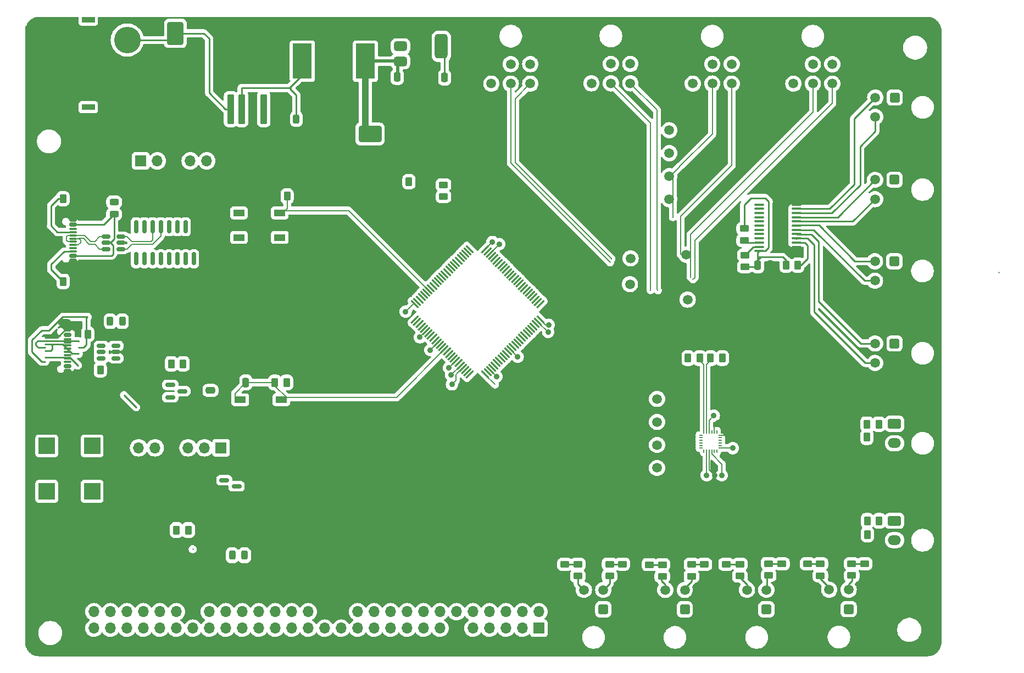
<source format=gtl>
%TF.GenerationSoftware,KiCad,Pcbnew,8.0.6*%
%TF.CreationDate,2025-06-06T13:34:11-05:00*%
%TF.ProjectId,Placa_principal_v2,506c6163-615f-4707-9269-6e636970616c,rev?*%
%TF.SameCoordinates,Original*%
%TF.FileFunction,Copper,L1,Top*%
%TF.FilePolarity,Positive*%
%FSLAX46Y46*%
G04 Gerber Fmt 4.6, Leading zero omitted, Abs format (unit mm)*
G04 Created by KiCad (PCBNEW 8.0.6) date 2025-06-06 13:34:11*
%MOMM*%
%LPD*%
G01*
G04 APERTURE LIST*
G04 Aperture macros list*
%AMRoundRect*
0 Rectangle with rounded corners*
0 $1 Rounding radius*
0 $2 $3 $4 $5 $6 $7 $8 $9 X,Y pos of 4 corners*
0 Add a 4 corners polygon primitive as box body*
4,1,4,$2,$3,$4,$5,$6,$7,$8,$9,$2,$3,0*
0 Add four circle primitives for the rounded corners*
1,1,$1+$1,$2,$3*
1,1,$1+$1,$4,$5*
1,1,$1+$1,$6,$7*
1,1,$1+$1,$8,$9*
0 Add four rect primitives between the rounded corners*
20,1,$1+$1,$2,$3,$4,$5,0*
20,1,$1+$1,$4,$5,$6,$7,0*
20,1,$1+$1,$6,$7,$8,$9,0*
20,1,$1+$1,$8,$9,$2,$3,0*%
G04 Aperture macros list end*
%TA.AperFunction,SMDPad,CuDef*%
%ADD10R,1.700000X1.000000*%
%TD*%
%TA.AperFunction,SMDPad,CuDef*%
%ADD11R,2.500000X2.500000*%
%TD*%
%TA.AperFunction,SMDPad,CuDef*%
%ADD12RoundRect,0.250000X-0.450000X0.262500X-0.450000X-0.262500X0.450000X-0.262500X0.450000X0.262500X0*%
%TD*%
%TA.AperFunction,SMDPad,CuDef*%
%ADD13RoundRect,0.150000X-0.425000X0.150000X-0.425000X-0.150000X0.425000X-0.150000X0.425000X0.150000X0*%
%TD*%
%TA.AperFunction,SMDPad,CuDef*%
%ADD14RoundRect,0.075000X-0.500000X0.075000X-0.500000X-0.075000X0.500000X-0.075000X0.500000X0.075000X0*%
%TD*%
%TA.AperFunction,ComponentPad*%
%ADD15O,2.100000X1.000000*%
%TD*%
%TA.AperFunction,ComponentPad*%
%ADD16O,1.800000X1.000000*%
%TD*%
%TA.AperFunction,SMDPad,CuDef*%
%ADD17RoundRect,0.250000X-0.262500X-0.450000X0.262500X-0.450000X0.262500X0.450000X-0.262500X0.450000X0*%
%TD*%
%TA.AperFunction,SMDPad,CuDef*%
%ADD18C,1.500000*%
%TD*%
%TA.AperFunction,ComponentPad*%
%ADD19RoundRect,0.250001X-0.499999X0.499999X-0.499999X-0.499999X0.499999X-0.499999X0.499999X0.499999X0*%
%TD*%
%TA.AperFunction,ComponentPad*%
%ADD20C,1.500000*%
%TD*%
%TA.AperFunction,SMDPad,CuDef*%
%ADD21RoundRect,0.250000X0.450000X-0.262500X0.450000X0.262500X-0.450000X0.262500X-0.450000X-0.262500X0*%
%TD*%
%TA.AperFunction,ComponentPad*%
%ADD22RoundRect,0.250001X-0.499999X-0.499999X0.499999X-0.499999X0.499999X0.499999X-0.499999X0.499999X0*%
%TD*%
%TA.AperFunction,SMDPad,CuDef*%
%ADD23RoundRect,0.243750X-0.243750X-0.456250X0.243750X-0.456250X0.243750X0.456250X-0.243750X0.456250X0*%
%TD*%
%TA.AperFunction,ComponentPad*%
%ADD24RoundRect,0.250001X0.499999X0.499999X-0.499999X0.499999X-0.499999X-0.499999X0.499999X-0.499999X0*%
%TD*%
%TA.AperFunction,SMDPad,CuDef*%
%ADD25RoundRect,0.050000X-0.225000X-0.050000X0.225000X-0.050000X0.225000X0.050000X-0.225000X0.050000X0*%
%TD*%
%TA.AperFunction,SMDPad,CuDef*%
%ADD26RoundRect,0.050000X0.050000X-0.225000X0.050000X0.225000X-0.050000X0.225000X-0.050000X-0.225000X0*%
%TD*%
%TA.AperFunction,SMDPad,CuDef*%
%ADD27RoundRect,0.075000X-0.459619X-0.565685X0.565685X0.459619X0.459619X0.565685X-0.565685X-0.459619X0*%
%TD*%
%TA.AperFunction,SMDPad,CuDef*%
%ADD28RoundRect,0.075000X0.459619X-0.565685X0.565685X-0.459619X-0.459619X0.565685X-0.565685X0.459619X0*%
%TD*%
%TA.AperFunction,SMDPad,CuDef*%
%ADD29RoundRect,0.243750X0.243750X0.456250X-0.243750X0.456250X-0.243750X-0.456250X0.243750X-0.456250X0*%
%TD*%
%TA.AperFunction,SMDPad,CuDef*%
%ADD30RoundRect,0.250000X0.262500X0.450000X-0.262500X0.450000X-0.262500X-0.450000X0.262500X-0.450000X0*%
%TD*%
%TA.AperFunction,SMDPad,CuDef*%
%ADD31RoundRect,0.150000X0.512500X0.150000X-0.512500X0.150000X-0.512500X-0.150000X0.512500X-0.150000X0*%
%TD*%
%TA.AperFunction,SMDPad,CuDef*%
%ADD32R,2.900000X5.400000*%
%TD*%
%TA.AperFunction,ComponentPad*%
%ADD33R,1.700000X1.700000*%
%TD*%
%TA.AperFunction,ComponentPad*%
%ADD34O,1.700000X1.700000*%
%TD*%
%TA.AperFunction,SMDPad,CuDef*%
%ADD35RoundRect,0.250000X-1.000000X1.500000X-1.000000X-1.500000X1.000000X-1.500000X1.000000X1.500000X0*%
%TD*%
%TA.AperFunction,ComponentPad*%
%ADD36R,2.000000X0.900000*%
%TD*%
%TA.AperFunction,ComponentPad*%
%ADD37RoundRect,1.025000X1.025000X-1.025000X1.025000X1.025000X-1.025000X1.025000X-1.025000X-1.025000X0*%
%TD*%
%TA.AperFunction,ComponentPad*%
%ADD38C,4.100000*%
%TD*%
%TA.AperFunction,ComponentPad*%
%ADD39R,1.300000X2.300000*%
%TD*%
%TA.AperFunction,SMDPad,CuDef*%
%ADD40RoundRect,0.250000X0.475000X-0.250000X0.475000X0.250000X-0.475000X0.250000X-0.475000X-0.250000X0*%
%TD*%
%TA.AperFunction,SMDPad,CuDef*%
%ADD41RoundRect,0.100000X0.637500X0.100000X-0.637500X0.100000X-0.637500X-0.100000X0.637500X-0.100000X0*%
%TD*%
%TA.AperFunction,ComponentPad*%
%ADD42C,1.800000*%
%TD*%
%TA.AperFunction,SMDPad,CuDef*%
%ADD43RoundRect,0.250000X-0.250000X-0.475000X0.250000X-0.475000X0.250000X0.475000X-0.250000X0.475000X0*%
%TD*%
%TA.AperFunction,ComponentPad*%
%ADD44RoundRect,0.250001X-0.759999X0.499999X-0.759999X-0.499999X0.759999X-0.499999X0.759999X0.499999X0*%
%TD*%
%TA.AperFunction,ComponentPad*%
%ADD45O,2.020000X1.500000*%
%TD*%
%TA.AperFunction,SMDPad,CuDef*%
%ADD46RoundRect,0.150000X-0.150000X0.825000X-0.150000X-0.825000X0.150000X-0.825000X0.150000X0.825000X0*%
%TD*%
%TA.AperFunction,SMDPad,CuDef*%
%ADD47RoundRect,0.150000X-0.587500X-0.150000X0.587500X-0.150000X0.587500X0.150000X-0.587500X0.150000X0*%
%TD*%
%TA.AperFunction,SMDPad,CuDef*%
%ADD48RoundRect,0.250000X0.250000X0.475000X-0.250000X0.475000X-0.250000X-0.475000X0.250000X-0.475000X0*%
%TD*%
%TA.AperFunction,SMDPad,CuDef*%
%ADD49RoundRect,0.243750X-0.456250X0.243750X-0.456250X-0.243750X0.456250X-0.243750X0.456250X0.243750X0*%
%TD*%
%TA.AperFunction,SMDPad,CuDef*%
%ADD50RoundRect,0.250000X1.500000X1.000000X-1.500000X1.000000X-1.500000X-1.000000X1.500000X-1.000000X0*%
%TD*%
%TA.AperFunction,SMDPad,CuDef*%
%ADD51RoundRect,0.375000X-0.625000X-0.375000X0.625000X-0.375000X0.625000X0.375000X-0.625000X0.375000X0*%
%TD*%
%TA.AperFunction,SMDPad,CuDef*%
%ADD52RoundRect,0.500000X-0.500000X-1.400000X0.500000X-1.400000X0.500000X1.400000X-0.500000X1.400000X0*%
%TD*%
%TA.AperFunction,SMDPad,CuDef*%
%ADD53RoundRect,0.250000X0.300000X-2.050000X0.300000X2.050000X-0.300000X2.050000X-0.300000X-2.050000X0*%
%TD*%
%TA.AperFunction,SMDPad,CuDef*%
%ADD54RoundRect,0.250000X2.375000X-2.025000X2.375000X2.025000X-2.375000X2.025000X-2.375000X-2.025000X0*%
%TD*%
%TA.AperFunction,SMDPad,CuDef*%
%ADD55RoundRect,0.250002X5.149998X-4.449998X5.149998X4.449998X-5.149998X4.449998X-5.149998X-4.449998X0*%
%TD*%
%TA.AperFunction,ViaPad*%
%ADD56C,0.900000*%
%TD*%
%TA.AperFunction,Conductor*%
%ADD57C,0.250000*%
%TD*%
%TA.AperFunction,Conductor*%
%ADD58C,0.200000*%
%TD*%
%TA.AperFunction,Conductor*%
%ADD59C,0.500000*%
%TD*%
%TA.AperFunction,Conductor*%
%ADD60C,1.000000*%
%TD*%
G04 APERTURE END LIST*
D10*
%TO.P,SW2,1,1*%
%TO.N,/Microcontrolador/BOOT0*%
X118080000Y-70360000D03*
X124380000Y-70360000D03*
%TO.P,SW2,2,2*%
%TO.N,+3V3*%
X118080000Y-74160000D03*
X124380000Y-74160000D03*
%TD*%
%TO.P,SW1,1,1*%
%TO.N,GND*%
X124600000Y-103000000D03*
X118300000Y-103000000D03*
%TO.P,SW1,2,2*%
%TO.N,NRST*%
X124600000Y-99200000D03*
X118300000Y-99200000D03*
%TD*%
D11*
%TO.P,LS1,P*%
%TO.N,+5V*%
X95470000Y-113310000D03*
%TO.P,LS1,2*%
%TO.N,N/C*%
X88470000Y-113310000D03*
%TO.P,LS1,N*%
%TO.N,Net-(D4-A)*%
X95470000Y-106310000D03*
%TO.P,LS1,1*%
%TO.N,N/C*%
X88470000Y-106310000D03*
%TD*%
D12*
%TO.P,R28,1*%
%TO.N,PB13*%
X207700000Y-124487500D03*
%TO.P,R28,2*%
%TO.N,Net-(J1-Pin_4)*%
X207700000Y-126312500D03*
%TD*%
%TO.P,R16,1*%
%TO.N,PC2*%
X168340000Y-124557500D03*
%TO.P,R16,2*%
%TO.N,GND*%
X168340000Y-126382500D03*
%TD*%
D13*
%TO.P,J18,A1,GND*%
%TO.N,GND*%
X92490000Y-71380000D03*
%TO.P,J18,A4,VBUS*%
%TO.N,/UART/VBUS_USB_2*%
X92490000Y-72180000D03*
D14*
%TO.P,J18,A5,CC1*%
%TO.N,Net-(J18-CC1)*%
X92490000Y-73330000D03*
%TO.P,J18,A6,D+*%
%TO.N,/UART/USB2_D+*%
X92490000Y-74330000D03*
%TO.P,J18,A7,D-*%
%TO.N,/UART/USB2_D-*%
X92490000Y-74830000D03*
%TO.P,J18,A8,SBU1*%
%TO.N,unconnected-(J18-SBU1-PadA8)*%
X92490000Y-75830000D03*
D13*
%TO.P,J18,A9,VBUS*%
%TO.N,/UART/VBUS_USB_2*%
X92490000Y-76980000D03*
%TO.P,J18,A12,GND*%
%TO.N,GND*%
X92490000Y-77780000D03*
%TO.P,J18,B1,GND*%
X92490000Y-77780000D03*
%TO.P,J18,B4,VBUS*%
%TO.N,/UART/VBUS_USB_2*%
X92490000Y-76980000D03*
D14*
%TO.P,J18,B5,CC2*%
%TO.N,Net-(J18-CC2)*%
X92490000Y-76330000D03*
%TO.P,J18,B6,D+*%
%TO.N,/UART/USB2_D+*%
X92490000Y-75330000D03*
%TO.P,J18,B7,D-*%
%TO.N,/UART/USB2_D-*%
X92490000Y-73830000D03*
%TO.P,J18,B8,SBU2*%
%TO.N,unconnected-(J18-SBU2-PadB8)*%
X92490000Y-72830000D03*
D13*
%TO.P,J18,B9,VBUS*%
%TO.N,/UART/VBUS_USB_2*%
X92490000Y-72180000D03*
%TO.P,J18,B12,GND*%
%TO.N,GND*%
X92490000Y-71380000D03*
D15*
%TO.P,J18,S1,SHIELD*%
X91915000Y-70260000D03*
D16*
X87735000Y-70260000D03*
D15*
X91915000Y-78900000D03*
D16*
X87735000Y-78900000D03*
%TD*%
D17*
%TO.P,R30,1*%
%TO.N,PE8*%
X214847500Y-104960000D03*
%TO.P,R30,2*%
%TO.N,GND*%
X216672500Y-104960000D03*
%TD*%
D18*
%TO.P,TP7,1,1*%
%TO.N,/Test_points/DFU_D+*%
X182530000Y-99060000D03*
%TD*%
D12*
%TO.P,R23,1*%
%TO.N,PB12*%
X214510000Y-124487500D03*
%TO.P,R23,2*%
%TO.N,GND*%
X214510000Y-126312500D03*
%TD*%
D19*
%TO.P,J11,1,Pin_1*%
%TO.N,+3V3*%
X219130000Y-65260000D03*
D20*
%TO.P,J11,2,Pin_2*%
%TO.N,GND*%
X219130000Y-68260000D03*
%TO.P,J11,3,Pin_3*%
%TO.N,Net-(J11-Pin_3)*%
X216130000Y-65260000D03*
%TO.P,J11,4,Pin_4*%
%TO.N,Net-(J11-Pin_4)*%
X216130000Y-68260000D03*
%TD*%
D12*
%TO.P,R17,1*%
%TO.N,PC1*%
X175210000Y-124537500D03*
%TO.P,R17,2*%
%TO.N,Net-(J9-Pin_3)*%
X175210000Y-126362500D03*
%TD*%
D21*
%TO.P,R4,1*%
%TO.N,PB6*%
X195950000Y-74612500D03*
%TO.P,R4,2*%
%TO.N,+3V3*%
X195950000Y-72787500D03*
%TD*%
D22*
%TO.P,J4,1,Pin_1*%
%TO.N,GND*%
X188035000Y-47430000D03*
D20*
%TO.P,J4,2,Pin_2*%
%TO.N,+5V*%
X191035000Y-47430000D03*
%TO.P,J4,3,Pin_3*%
X194035000Y-47430000D03*
%TO.P,J4,4,Pin_4*%
X188035000Y-50430000D03*
%TO.P,J4,5,Pin_5*%
%TO.N,PA0*%
X191035000Y-50430000D03*
%TO.P,J4,6,Pin_6*%
%TO.N,PA1*%
X194035000Y-50430000D03*
%TD*%
D23*
%TO.P,D3,1,K*%
%TO.N,PA9'*%
X98235358Y-87076231D03*
%TO.P,D3,2,A*%
%TO.N,Net-(D3-A)*%
X100110358Y-87076231D03*
%TD*%
D24*
%TO.P,J7,1,Pin_1*%
%TO.N,+5V*%
X186800000Y-131520000D03*
D20*
%TO.P,J7,2,Pin_2*%
%TO.N,GND*%
X183800000Y-131520000D03*
%TO.P,J7,3,Pin_3*%
%TO.N,Net-(J7-Pin_3)*%
X186800000Y-128520000D03*
%TO.P,J7,4,Pin_4*%
%TO.N,Net-(J7-Pin_4)*%
X183800000Y-128520000D03*
%TD*%
D12*
%TO.P,R9,1*%
%TO.N,PA9*%
X149610000Y-66037500D03*
%TO.P,R9,2*%
%TO.N,PA9'*%
X149610000Y-67862500D03*
%TD*%
D25*
%TO.P,U2,1,NC*%
%TO.N,unconnected-(U2-NC-Pad1)*%
X189260000Y-104650000D03*
%TO.P,U2,2,NC*%
%TO.N,unconnected-(U2-NC-Pad2)*%
X189260000Y-105050000D03*
%TO.P,U2,3,NC*%
%TO.N,unconnected-(U2-NC-Pad3)*%
X189260000Y-105450000D03*
%TO.P,U2,4,NC*%
%TO.N,unconnected-(U2-NC-Pad4)*%
X189260000Y-105850000D03*
%TO.P,U2,5,NC*%
%TO.N,unconnected-(U2-NC-Pad5)*%
X189260000Y-106250000D03*
%TO.P,U2,6,NC*%
%TO.N,unconnected-(U2-NC-Pad6)*%
X189260000Y-106650000D03*
D26*
%TO.P,U2,7,AUX_CL*%
%TO.N,unconnected-(U2-AUX_CL-Pad7)*%
X189760000Y-107150000D03*
%TO.P,U2,8,VDDIO*%
%TO.N,+3V3*%
X190160000Y-107150000D03*
%TO.P,U2,9,SDO/AD0*%
%TO.N,GND*%
X190560000Y-107150000D03*
%TO.P,U2,10,REGOUT*%
%TO.N,Net-(U2-REGOUT)*%
X190960000Y-107150000D03*
%TO.P,U2,11,FSYNC*%
%TO.N,unconnected-(U2-FSYNC-Pad11)*%
X191360000Y-107150000D03*
%TO.P,U2,12,INT1*%
%TO.N,unconnected-(U2-INT1-Pad12)*%
X191760000Y-107150000D03*
D25*
%TO.P,U2,13,VDD*%
%TO.N,+3V3*%
X192260000Y-106650000D03*
%TO.P,U2,14,NC*%
%TO.N,unconnected-(U2-NC-Pad14)*%
X192260000Y-106250000D03*
%TO.P,U2,15,NC*%
%TO.N,unconnected-(U2-NC-Pad15)*%
X192260000Y-105850000D03*
%TO.P,U2,16,NC*%
%TO.N,unconnected-(U2-NC-Pad16)*%
X192260000Y-105450000D03*
%TO.P,U2,17,NC*%
%TO.N,unconnected-(U2-NC-Pad17)*%
X192260000Y-105050000D03*
%TO.P,U2,18,GND*%
%TO.N,GND*%
X192260000Y-104650000D03*
D26*
%TO.P,U2,19,RESV*%
%TO.N,unconnected-(U2-RESV-Pad19)*%
X191760000Y-104150000D03*
%TO.P,U2,20,GND*%
%TO.N,GND*%
X191360000Y-104150000D03*
%TO.P,U2,21,AUX_DA*%
%TO.N,unconnected-(U2-AUX_DA-Pad21)*%
X190960000Y-104150000D03*
%TO.P,U2,22,~{CS}*%
%TO.N,+3V3*%
X190560000Y-104150000D03*
%TO.P,U2,23,SCL/SCLK*%
%TO.N,PB8*%
X190160000Y-104150000D03*
%TO.P,U2,24,SDA/SDI*%
%TO.N,PB9*%
X189760000Y-104150000D03*
%TD*%
D19*
%TO.P,J12,1,Pin_1*%
%TO.N,+3V3*%
X219150000Y-52570000D03*
D20*
%TO.P,J12,2,Pin_2*%
%TO.N,GND*%
X219150000Y-55570000D03*
%TO.P,J12,3,Pin_3*%
%TO.N,Net-(J12-Pin_3)*%
X216150000Y-52570000D03*
%TO.P,J12,4,Pin_4*%
%TO.N,Net-(J12-Pin_4)*%
X216150000Y-55570000D03*
%TD*%
D24*
%TO.P,J8,1,Pin_1*%
%TO.N,+5V*%
X199380000Y-131510000D03*
D20*
%TO.P,J8,2,Pin_2*%
%TO.N,GND*%
X196380000Y-131510000D03*
%TO.P,J8,3,Pin_3*%
%TO.N,Net-(J8-Pin_3)*%
X199380000Y-128510000D03*
%TO.P,J8,4,Pin_4*%
%TO.N,Net-(J8-Pin_4)*%
X196380000Y-128510000D03*
%TD*%
D27*
%TO.P,U3,1,PE2*%
%TO.N,PE2*%
X145200377Y-86810253D03*
%TO.P,U3,2,PE3*%
%TO.N,PE3*%
X145553930Y-87163806D03*
%TO.P,U3,3,PE4*%
%TO.N,PE4*%
X145907484Y-87517360D03*
%TO.P,U3,4,PE5*%
%TO.N,PE5*%
X146261037Y-87870913D03*
%TO.P,U3,5,PE6*%
%TO.N,PE6*%
X146614590Y-88224466D03*
%TO.P,U3,6,VBAT*%
%TO.N,+3V3*%
X146968144Y-88578020D03*
%TO.P,U3,7,PC13*%
%TO.N,PC13*%
X147321697Y-88931573D03*
%TO.P,U3,8,PC14*%
%TO.N,PC14*%
X147675251Y-89285127D03*
%TO.P,U3,9,PC15*%
%TO.N,PC15*%
X148028804Y-89638680D03*
%TO.P,U3,10,VSS*%
%TO.N,GND*%
X148382357Y-89992233D03*
%TO.P,U3,11,VDD*%
%TO.N,+3V3*%
X148735911Y-90345787D03*
%TO.P,U3,12,PH0*%
%TO.N,unconnected-(U3-PH0-Pad12)*%
X149089464Y-90699340D03*
%TO.P,U3,13,PH1*%
%TO.N,unconnected-(U3-PH1-Pad13)*%
X149443017Y-91052894D03*
%TO.P,U3,14,NRST*%
%TO.N,NRST*%
X149796571Y-91406447D03*
%TO.P,U3,15,PC0*%
%TO.N,PC0*%
X150150124Y-91760000D03*
%TO.P,U3,16,PC1*%
%TO.N,PC1*%
X150503678Y-92113554D03*
%TO.P,U3,17,PC2*%
%TO.N,PC2*%
X150857231Y-92467107D03*
%TO.P,U3,18,PC3*%
%TO.N,PC3*%
X151210784Y-92820660D03*
%TO.P,U3,19,VDD*%
%TO.N,+3V3*%
X151564338Y-93174214D03*
%TO.P,U3,20,VSSA*%
%TO.N,GND*%
X151917891Y-93527767D03*
%TO.P,U3,21,VREF+*%
%TO.N,Net-(U3-VREF+)*%
X152271445Y-93881321D03*
%TO.P,U3,22,VDDA*%
%TO.N,Net-(U3-VDDA)*%
X152624998Y-94234874D03*
%TO.P,U3,23,PA0*%
%TO.N,PA0*%
X152978551Y-94588427D03*
%TO.P,U3,24,PA1*%
%TO.N,PA1*%
X153332105Y-94941981D03*
%TO.P,U3,25,PA2*%
%TO.N,PA2*%
X153685658Y-95295534D03*
D28*
%TO.P,U3,26,PA3*%
%TO.N,PA3*%
X156054466Y-95295534D03*
%TO.P,U3,27,VSS*%
%TO.N,GND*%
X156408019Y-94941981D03*
%TO.P,U3,28,VDD*%
%TO.N,+3V3*%
X156761573Y-94588427D03*
%TO.P,U3,29,PA4*%
%TO.N,PA4*%
X157115126Y-94234874D03*
%TO.P,U3,30,PA5*%
%TO.N,PA5*%
X157468679Y-93881321D03*
%TO.P,U3,31,PA6*%
%TO.N,PA6*%
X157822233Y-93527767D03*
%TO.P,U3,32,PA7*%
%TO.N,PA7*%
X158175786Y-93174214D03*
%TO.P,U3,33,PC4*%
%TO.N,PC4*%
X158529340Y-92820660D03*
%TO.P,U3,34,PC5*%
%TO.N,PC5*%
X158882893Y-92467107D03*
%TO.P,U3,35,PB0*%
%TO.N,PB0*%
X159236446Y-92113554D03*
%TO.P,U3,36,PB1*%
%TO.N,PB1*%
X159590000Y-91760000D03*
%TO.P,U3,37,PB2*%
%TO.N,/Microcontrolador/BOOT1*%
X159943553Y-91406447D03*
%TO.P,U3,38,PE7*%
%TO.N,PE7*%
X160297107Y-91052894D03*
%TO.P,U3,39,PE8*%
%TO.N,PE8*%
X160650660Y-90699340D03*
%TO.P,U3,40,PE9*%
%TO.N,PE9*%
X161004213Y-90345787D03*
%TO.P,U3,41,PE10*%
%TO.N,PE10*%
X161357767Y-89992233D03*
%TO.P,U3,42,PE11*%
%TO.N,PE11*%
X161711320Y-89638680D03*
%TO.P,U3,43,PE12*%
%TO.N,PE12*%
X162064873Y-89285127D03*
%TO.P,U3,44,PE13*%
%TO.N,PE13*%
X162418427Y-88931573D03*
%TO.P,U3,45,PE14*%
%TO.N,PE14*%
X162771980Y-88578020D03*
%TO.P,U3,46,PE15*%
%TO.N,PE15*%
X163125534Y-88224466D03*
%TO.P,U3,47,PB10*%
%TO.N,PB10*%
X163479087Y-87870913D03*
%TO.P,U3,48,PB11*%
%TO.N,PB11*%
X163832640Y-87517360D03*
%TO.P,U3,49,VCAP_1*%
%TO.N,Net-(U3-VCAP_1)*%
X164186194Y-87163806D03*
%TO.P,U3,50,VDD*%
%TO.N,+3V3*%
X164539747Y-86810253D03*
D27*
%TO.P,U3,51,PB12*%
%TO.N,PB12*%
X164539747Y-84441445D03*
%TO.P,U3,52,PB13*%
%TO.N,PB13*%
X164186194Y-84087892D03*
%TO.P,U3,53,PB14*%
%TO.N,PB14*%
X163832640Y-83734338D03*
%TO.P,U3,54,PB15*%
%TO.N,PB15*%
X163479087Y-83380785D03*
%TO.P,U3,55,PD8*%
%TO.N,PD8*%
X163125534Y-83027232D03*
%TO.P,U3,56,PD9*%
%TO.N,PD9*%
X162771980Y-82673678D03*
%TO.P,U3,57,PD10*%
%TO.N,PD10*%
X162418427Y-82320125D03*
%TO.P,U3,58,PD11*%
%TO.N,PD11*%
X162064873Y-81966571D03*
%TO.P,U3,59,PD12*%
%TO.N,PD12*%
X161711320Y-81613018D03*
%TO.P,U3,60,PD13*%
%TO.N,PD13*%
X161357767Y-81259465D03*
%TO.P,U3,61,PD14*%
%TO.N,PD14*%
X161004213Y-80905911D03*
%TO.P,U3,62,PD15*%
%TO.N,PD15*%
X160650660Y-80552358D03*
%TO.P,U3,63,PC6*%
%TO.N,PC6*%
X160297107Y-80198804D03*
%TO.P,U3,64,PC7*%
%TO.N,PC7*%
X159943553Y-79845251D03*
%TO.P,U3,65,PC8*%
%TO.N,PC8*%
X159590000Y-79491698D03*
%TO.P,U3,66,PC9*%
%TO.N,PC9*%
X159236446Y-79138144D03*
%TO.P,U3,67,PA8*%
%TO.N,PA8*%
X158882893Y-78784591D03*
%TO.P,U3,68,PA9*%
%TO.N,PA9*%
X158529340Y-78431038D03*
%TO.P,U3,69,PA10*%
%TO.N,PA8*%
X158175786Y-78077484D03*
%TO.P,U3,70,PA11*%
%TO.N,PA11*%
X157822233Y-77723931D03*
%TO.P,U3,71,PA12*%
%TO.N,PA12*%
X157468679Y-77370377D03*
%TO.P,U3,72,PA13*%
%TO.N,SWDIO*%
X157115126Y-77016824D03*
%TO.P,U3,73,VCAP_2*%
%TO.N,Net-(U3-VCAP_2)*%
X156761573Y-76663271D03*
%TO.P,U3,74,VSS*%
%TO.N,GND*%
X156408019Y-76309717D03*
%TO.P,U3,75,VDD*%
%TO.N,+3V3*%
X156054466Y-75956164D03*
D28*
%TO.P,U3,76,PA14*%
%TO.N,SWCLK*%
X153685658Y-75956164D03*
%TO.P,U3,77,PA15*%
%TO.N,PA15*%
X153332105Y-76309717D03*
%TO.P,U3,78,PC10*%
%TO.N,PC10*%
X152978551Y-76663271D03*
%TO.P,U3,79,PC11*%
%TO.N,PC11*%
X152624998Y-77016824D03*
%TO.P,U3,80,PC12*%
%TO.N,PC12*%
X152271445Y-77370377D03*
%TO.P,U3,81,PD0*%
%TO.N,PD0*%
X151917891Y-77723931D03*
%TO.P,U3,82,PD1*%
%TO.N,PD1*%
X151564338Y-78077484D03*
%TO.P,U3,83,PD2*%
%TO.N,PD2*%
X151210784Y-78431038D03*
%TO.P,U3,84,PD3*%
%TO.N,PD3*%
X150857231Y-78784591D03*
%TO.P,U3,85,PD4*%
%TO.N,PD4*%
X150503678Y-79138144D03*
%TO.P,U3,86,PD5*%
%TO.N,PD5*%
X150150124Y-79491698D03*
%TO.P,U3,87,PD6*%
%TO.N,PD6*%
X149796571Y-79845251D03*
%TO.P,U3,88,PD7*%
%TO.N,PD7*%
X149443017Y-80198804D03*
%TO.P,U3,89,PB3*%
%TO.N,PB3*%
X149089464Y-80552358D03*
%TO.P,U3,90,PB4*%
%TO.N,PB4*%
X148735911Y-80905911D03*
%TO.P,U3,91,PB5*%
%TO.N,PB5*%
X148382357Y-81259465D03*
%TO.P,U3,92,PB6*%
%TO.N,PB6*%
X148028804Y-81613018D03*
%TO.P,U3,93,PB7*%
%TO.N,PB7*%
X147675251Y-81966571D03*
%TO.P,U3,94,BOOT0*%
%TO.N,/Microcontrolador/BOOT0*%
X147321697Y-82320125D03*
%TO.P,U3,95,PB8*%
%TO.N,PB8*%
X146968144Y-82673678D03*
%TO.P,U3,96,PB9*%
%TO.N,PB9*%
X146614590Y-83027232D03*
%TO.P,U3,97,PE0*%
%TO.N,PE0*%
X146261037Y-83380785D03*
%TO.P,U3,98,PE1*%
%TO.N,PE1*%
X145907484Y-83734338D03*
%TO.P,U3,99,VSS*%
%TO.N,GND*%
X145553930Y-84087892D03*
%TO.P,U3,100,VDD*%
%TO.N,+3V3*%
X145200377Y-84441445D03*
%TD*%
D29*
%TO.P,D4,1,K*%
%TO.N,+5V*%
X118938742Y-123174669D03*
%TO.P,D4,2,A*%
%TO.N,Net-(D4-A)*%
X117063742Y-123174669D03*
%TD*%
D17*
%TO.P,R8,1*%
%TO.N,PA9*%
X144285000Y-65560000D03*
%TO.P,R8,2*%
%TO.N,GND*%
X146110000Y-65560000D03*
%TD*%
D18*
%TO.P,TP8,1,1*%
%TO.N,/Test_points/DFU_D-*%
X182530000Y-102610000D03*
%TD*%
D17*
%TO.P,R12,1*%
%TO.N,GND*%
X123687500Y-67800000D03*
%TO.P,R12,2*%
%TO.N,/Microcontrolador/BOOT0*%
X125512500Y-67800000D03*
%TD*%
D30*
%TO.P,R3,1*%
%TO.N,PA4*%
X204222500Y-78430000D03*
%TO.P,R3,2*%
%TO.N,+3V3*%
X202397500Y-78430000D03*
%TD*%
D24*
%TO.P,J1,1,Pin_1*%
%TO.N,+5V*%
X212060000Y-131480000D03*
D20*
%TO.P,J1,2,Pin_2*%
%TO.N,GND*%
X209060000Y-131480000D03*
%TO.P,J1,3,Pin_3*%
%TO.N,Net-(J1-Pin_3)*%
X212060000Y-128480000D03*
%TO.P,J1,4,Pin_4*%
%TO.N,Net-(J1-Pin_4)*%
X209060000Y-128480000D03*
%TD*%
D31*
%TO.P,U7,1,I/O1*%
%TO.N,/UART/UD+*%
X99867500Y-75940000D03*
%TO.P,U7,2,GND*%
%TO.N,GND*%
X99867500Y-74990000D03*
%TO.P,U7,3,I/O2*%
%TO.N,/UART/UD-*%
X99867500Y-74040000D03*
%TO.P,U7,4,I/O2*%
%TO.N,/UART/USB2_D-*%
X97592500Y-74040000D03*
%TO.P,U7,5,VBUS*%
%TO.N,/UART/VBUS_USB_2*%
X97592500Y-74990000D03*
%TO.P,U7,6,I/O1*%
%TO.N,/UART/USB2_D+*%
X97592500Y-75940000D03*
%TD*%
D18*
%TO.P,TP10,1,1*%
%TO.N,/Test_points/USART3_RX*%
X182530000Y-109710000D03*
%TD*%
D30*
%TO.P,R11,1*%
%TO.N,GND*%
X98545358Y-94586231D03*
%TO.P,R11,2*%
%TO.N,Net-(J19-CC2)*%
X96720358Y-94586231D03*
%TD*%
%TO.P,R6,1*%
%TO.N,+3V3*%
X125432500Y-96520000D03*
%TO.P,R6,2*%
%TO.N,NRST*%
X123607500Y-96520000D03*
%TD*%
D32*
%TO.P,L2,1,1*%
%TO.N,Net-(D2-K)*%
X127860000Y-46970000D03*
%TO.P,L2,2,2*%
%TO.N,+5V*%
X137560000Y-46970000D03*
%TD*%
D18*
%TO.P,TP1,1,1*%
%TO.N,/Test_points/I2C2_SCL_IMU*%
X187250000Y-83740000D03*
%TD*%
D33*
%TO.P,J13,1,Pin_1*%
%TO.N,unconnected-(J13-Pin_1-Pad1)*%
X115340000Y-106600000D03*
D34*
%TO.P,J13,2,Pin_2*%
%TO.N,PC12*%
X112800000Y-106600000D03*
%TO.P,J13,3,Pin_3*%
%TO.N,PD2*%
X110260000Y-106600000D03*
%TO.P,J13,4,Pin_4*%
%TO.N,GND*%
X107720000Y-106600000D03*
%TO.P,J13,5,Pin_5*%
%TO.N,+3V3*%
X105180000Y-106600000D03*
%TO.P,J13,6,Pin_6*%
%TO.N,unconnected-(J13-Pin_6-Pad6)*%
X102640000Y-106600000D03*
%TD*%
D18*
%TO.P,TP6,1,1*%
%TO.N,+3V3*%
X184420000Y-68260000D03*
%TD*%
D35*
%TO.P,C21,1*%
%TO.N,Net-(J6-Pin_2)*%
X108290000Y-42690000D03*
%TO.P,C21,2*%
%TO.N,GND*%
X108290000Y-49190000D03*
%TD*%
D30*
%TO.P,R10,1*%
%TO.N,GND*%
X96605358Y-89076231D03*
%TO.P,R10,2*%
%TO.N,Net-(J19-CC1)*%
X94780358Y-89076231D03*
%TD*%
D23*
%TO.P,D2,1,K*%
%TO.N,Net-(D2-K)*%
X126932500Y-55880000D03*
%TO.P,D2,2,A*%
%TO.N,GND*%
X128807500Y-55880000D03*
%TD*%
D36*
%TO.P,J6,*%
%TO.N,*%
X94870000Y-54060000D03*
X94870000Y-40560000D03*
D37*
%TO.P,J6,1,Pin_1*%
%TO.N,GND*%
X100870000Y-50910000D03*
D38*
%TO.P,J6,2,Pin_2*%
%TO.N,Net-(J6-Pin_2)*%
X100870000Y-43710000D03*
D39*
%TO.P,J6,3,Pin_3*%
%TO.N,GND*%
X97220000Y-47310000D03*
%TD*%
D12*
%TO.P,R20,1*%
%TO.N,PD11*%
X181350000Y-124617500D03*
%TO.P,R20,2*%
%TO.N,GND*%
X181350000Y-126442500D03*
%TD*%
D22*
%TO.P,J2,1,Pin_1*%
%TO.N,GND*%
X172410000Y-47390000D03*
D20*
%TO.P,J2,2,Pin_2*%
%TO.N,+5V*%
X175410000Y-47390000D03*
%TO.P,J2,3,Pin_3*%
X178410000Y-47390000D03*
%TO.P,J2,4,Pin_4*%
X172410000Y-50390000D03*
%TO.P,J2,5,Pin_5*%
%TO.N,PE13*%
X175410000Y-50390000D03*
%TO.P,J2,6,Pin_6*%
%TO.N,PE14*%
X178410000Y-50390000D03*
%TD*%
D40*
%TO.P,C10,1*%
%TO.N,+3V3*%
X113697500Y-97752500D03*
%TO.P,C10,2*%
%TO.N,GND*%
X113697500Y-95852500D03*
%TD*%
D33*
%TO.P,J21,1,Pin_1*%
%TO.N,+3.3V*%
X164310000Y-134430000D03*
D34*
%TO.P,J21,2,Pin_2*%
%TO.N,PA7*%
X164310000Y-131890000D03*
%TO.P,J21,3,Pin_3*%
%TO.N,PA8*%
X161770000Y-134430000D03*
%TO.P,J21,4,Pin_4*%
%TO.N,PA10*%
X161770000Y-131890000D03*
%TO.P,J21,5,Pin_5*%
%TO.N,PA15*%
X159230000Y-134430000D03*
%TO.P,J21,6,Pin_6*%
%TO.N,PB0*%
X159230000Y-131890000D03*
%TO.P,J21,7,Pin_7*%
%TO.N,PB1*%
X156690000Y-134430000D03*
%TO.P,J21,8,Pin_8*%
%TO.N,PB3*%
X156690000Y-131890000D03*
%TO.P,J21,9,Pin_9*%
%TO.N,PB4*%
X154150000Y-134430000D03*
%TO.P,J21,10,Pin_10*%
%TO.N,PB5*%
X154150000Y-131890000D03*
%TO.P,J21,11,Pin_11*%
%TO.N,GND*%
X151610000Y-134430000D03*
%TO.P,J21,12,Pin_12*%
%TO.N,PC0*%
X151610000Y-131890000D03*
%TO.P,J21,13,Pin_13*%
%TO.N,PC3*%
X149070000Y-134430000D03*
%TO.P,J21,14,Pin_14*%
%TO.N,PC4*%
X149070000Y-131890000D03*
%TO.P,J21,15,Pin_15*%
%TO.N,PC5*%
X146530000Y-134430000D03*
%TO.P,J21,16,Pin_16*%
%TO.N,PC6*%
X146530000Y-131890000D03*
%TO.P,J21,17,Pin_17*%
%TO.N,PC7*%
X143990000Y-134430000D03*
%TO.P,J21,18,Pin_18*%
%TO.N,PC8*%
X143990000Y-131890000D03*
%TO.P,J21,19,Pin_19*%
%TO.N,PC9*%
X141450000Y-134430000D03*
%TO.P,J21,20,Pin_20*%
%TO.N,PC10*%
X141450000Y-131890000D03*
%TO.P,J21,21,Pin_21*%
%TO.N,PC11*%
X138910000Y-134430000D03*
%TO.P,J21,22,Pin_22*%
%TO.N,PC12*%
X138910000Y-131890000D03*
%TO.P,J21,23,Pin_23*%
%TO.N,PC13*%
X136370000Y-134430000D03*
%TO.P,J21,24,Pin_24*%
%TO.N,PC14*%
X136370000Y-131890000D03*
%TO.P,J21,25,Pin_25*%
%TO.N,PC15*%
X133830000Y-134430000D03*
%TO.P,J21,26,Pin_26*%
%TO.N,GND*%
X133830000Y-131890000D03*
%TO.P,J21,27,Pin_27*%
%TO.N,+3.3V*%
X131290000Y-134430000D03*
%TO.P,J21,28,Pin_28*%
%TO.N,GND*%
X131290000Y-131890000D03*
%TO.P,J21,29,Pin_29*%
%TO.N,+5V*%
X128750000Y-134430000D03*
%TO.P,J21,30,Pin_30*%
%TO.N,PD0*%
X128750000Y-131890000D03*
%TO.P,J21,31,Pin_31*%
%TO.N,PD1*%
X126210000Y-134430000D03*
%TO.P,J21,32,Pin_32*%
%TO.N,PD2*%
X126210000Y-131890000D03*
%TO.P,J21,33,Pin_33*%
%TO.N,PD3*%
X123670000Y-134430000D03*
%TO.P,J21,34,Pin_34*%
%TO.N,PD4*%
X123670000Y-131890000D03*
%TO.P,J21,35,Pin_35*%
%TO.N,PD5*%
X121130000Y-134430000D03*
%TO.P,J21,36,Pin_36*%
%TO.N,PD6*%
X121130000Y-131890000D03*
%TO.P,J21,37,Pin_37*%
%TO.N,PD7*%
X118590000Y-134430000D03*
%TO.P,J21,38,Pin_38*%
%TO.N,PD8*%
X118590000Y-131890000D03*
%TO.P,J21,39,Pin_39*%
%TO.N,PD9*%
X116050000Y-134430000D03*
%TO.P,J21,40,Pin_40*%
%TO.N,PD12*%
X116050000Y-131890000D03*
%TO.P,J21,41,Pin_41*%
%TO.N,PD13*%
X113510000Y-134430000D03*
%TO.P,J21,42,Pin_42*%
%TO.N,PD14*%
X113510000Y-131890000D03*
%TO.P,J21,43,Pin_43*%
%TO.N,PD15*%
X110970000Y-134430000D03*
%TO.P,J21,44,Pin_44*%
%TO.N,GND*%
X110970000Y-131890000D03*
%TO.P,J21,45,Pin_45*%
%TO.N,PE0*%
X108430000Y-134430000D03*
%TO.P,J21,46,Pin_46*%
%TO.N,PE1*%
X108430000Y-131890000D03*
%TO.P,J21,47,Pin_47*%
%TO.N,PE2*%
X105890000Y-134430000D03*
%TO.P,J21,48,Pin_48*%
%TO.N,PE3*%
X105890000Y-131890000D03*
%TO.P,J21,49,Pin_49*%
%TO.N,PE4*%
X103350000Y-134430000D03*
%TO.P,J21,50,Pin_50*%
%TO.N,PE5*%
X103350000Y-131890000D03*
%TO.P,J21,51,Pin_51*%
%TO.N,PE6*%
X100810000Y-134430000D03*
%TO.P,J21,52,Pin_52*%
%TO.N,unconnected-(J21-Pin_52-Pad52)*%
X100810000Y-131890000D03*
%TO.P,J21,53,Pin_53*%
%TO.N,unconnected-(J21-Pin_53-Pad53)*%
X98270000Y-134430000D03*
%TO.P,J21,54,Pin_54*%
%TO.N,PE10*%
X98270000Y-131890000D03*
%TO.P,J21,55,Pin_55*%
%TO.N,PE12*%
X95730000Y-134430000D03*
%TO.P,J21,56,Pin_56*%
%TO.N,PE15*%
X95730000Y-131890000D03*
%TD*%
D12*
%TO.P,R27,1*%
%TO.N,PB12*%
X212530000Y-124477500D03*
%TO.P,R27,2*%
%TO.N,Net-(J1-Pin_3)*%
X212530000Y-126302500D03*
%TD*%
D41*
%TO.P,U5,1,A0*%
%TO.N,GND*%
X204005000Y-76245000D03*
%TO.P,U5,2,A1*%
X204005000Y-75595000D03*
%TO.P,U5,3,~{RESET}*%
%TO.N,PA4*%
X204005000Y-74945000D03*
%TO.P,U5,4,SD0*%
%TO.N,Net-(J14-Pin_4)*%
X204005000Y-74295000D03*
%TO.P,U5,5,SC0*%
%TO.N,Net-(J14-Pin_3)*%
X204005000Y-73645000D03*
%TO.P,U5,6,SD1*%
%TO.N,Net-(J10-Pin_4)*%
X204005000Y-72995000D03*
%TO.P,U5,7,SC1*%
%TO.N,Net-(J10-Pin_3)*%
X204005000Y-72345000D03*
%TO.P,U5,8,SD2*%
%TO.N,Net-(J11-Pin_4)*%
X204005000Y-71695000D03*
%TO.P,U5,9,SC2*%
%TO.N,Net-(J11-Pin_3)*%
X204005000Y-71045000D03*
%TO.P,U5,10,SD3*%
%TO.N,Net-(J12-Pin_4)*%
X204005000Y-70395000D03*
%TO.P,U5,11,SC3*%
%TO.N,Net-(J12-Pin_3)*%
X204005000Y-69745000D03*
%TO.P,U5,12,GND*%
%TO.N,GND*%
X204005000Y-69095000D03*
%TO.P,U5,13,SD4*%
%TO.N,unconnected-(U5-SD4-Pad13)*%
X198280000Y-69095000D03*
%TO.P,U5,14,SC4*%
%TO.N,unconnected-(U5-SC4-Pad14)*%
X198280000Y-69745000D03*
%TO.P,U5,15,SD5*%
%TO.N,unconnected-(U5-SD5-Pad15)*%
X198280000Y-70395000D03*
%TO.P,U5,16,SC5*%
%TO.N,unconnected-(U5-SC5-Pad16)*%
X198280000Y-71045000D03*
%TO.P,U5,17,SD6*%
%TO.N,unconnected-(U5-SD6-Pad17)*%
X198280000Y-71695000D03*
%TO.P,U5,18,SC6*%
%TO.N,unconnected-(U5-SC6-Pad18)*%
X198280000Y-72345000D03*
%TO.P,U5,19,SD7*%
%TO.N,unconnected-(U5-SD7-Pad19)*%
X198280000Y-72995000D03*
%TO.P,U5,20,SC7*%
%TO.N,unconnected-(U5-SC7-Pad20)*%
X198280000Y-73645000D03*
%TO.P,U5,21,A2*%
%TO.N,GND*%
X198280000Y-74295000D03*
%TO.P,U5,22,SCL*%
%TO.N,PB6*%
X198280000Y-74945000D03*
%TO.P,U5,23,SDA*%
%TO.N,PB7*%
X198280000Y-75595000D03*
%TO.P,U5,24,VCC*%
%TO.N,+3V3*%
X198280000Y-76245000D03*
%TD*%
D18*
%TO.P,TP12,1,1*%
%TO.N,+3V3*%
X178340000Y-81360000D03*
%TD*%
D42*
%TO.P,TP13,1,1*%
%TO.N,GND*%
X176350000Y-86400000D03*
%TD*%
D12*
%TO.P,R13,1*%
%TO.N,PB14*%
X201780000Y-124487500D03*
%TO.P,R13,2*%
%TO.N,GND*%
X201780000Y-126312500D03*
%TD*%
D43*
%TO.P,C11,1*%
%TO.N,+5V*%
X142490000Y-49400000D03*
%TO.P,C11,2*%
%TO.N,GND*%
X144390000Y-49400000D03*
%TD*%
D22*
%TO.P,J5,1,Pin_1*%
%TO.N,GND*%
X203540000Y-47440000D03*
D20*
%TO.P,J5,2,Pin_2*%
%TO.N,+5V*%
X206540000Y-47440000D03*
%TO.P,J5,3,Pin_3*%
X209540000Y-47440000D03*
%TO.P,J5,4,Pin_4*%
X203540000Y-50440000D03*
%TO.P,J5,5,Pin_5*%
%TO.N,PA2*%
X206540000Y-50440000D03*
%TO.P,J5,6,Pin_6*%
%TO.N,PA3*%
X209540000Y-50440000D03*
%TD*%
D44*
%TO.P,J17,1,Pin_1*%
%TO.N,Net-(J17-Pin_1)*%
X219130000Y-117850000D03*
D45*
%TO.P,J17,2,Pin_2*%
%TO.N,+5V*%
X219130000Y-120850000D03*
%TO.P,J17,3,Pin_3*%
%TO.N,GND*%
X219130000Y-123850000D03*
%TD*%
D12*
%TO.P,R26,1*%
%TO.N,PB15*%
X193170000Y-124557500D03*
%TO.P,R26,2*%
%TO.N,GND*%
X193170000Y-126382500D03*
%TD*%
D17*
%TO.P,R34,1*%
%TO.N,PE7*%
X214940000Y-119970000D03*
%TO.P,R34,2*%
%TO.N,GND*%
X216765000Y-119970000D03*
%TD*%
D33*
%TO.P,J15,1,Pin_1*%
%TO.N,+3V3*%
X102965000Y-62350000D03*
D34*
%TO.P,J15,2,Pin_2*%
%TO.N,SWDIO*%
X105505000Y-62350000D03*
%TO.P,J15,3,Pin_3*%
%TO.N,GND*%
X108045000Y-62350000D03*
%TO.P,J15,4,Pin_4*%
%TO.N,SWCLK*%
X110585000Y-62350000D03*
%TO.P,J15,5,Pin_5*%
%TO.N,NRST*%
X113125000Y-62350000D03*
%TD*%
D30*
%TO.P,R29,1*%
%TO.N,PA6*%
X110277500Y-119282500D03*
%TO.P,R29,2*%
%TO.N,Net-(Q1-B)*%
X108452500Y-119282500D03*
%TD*%
D17*
%TO.P,R2,1*%
%TO.N,PB8*%
X190777500Y-92770000D03*
%TO.P,R2,2*%
%TO.N,+3V3*%
X192602500Y-92770000D03*
%TD*%
D12*
%TO.P,R24,1*%
%TO.N,PB13*%
X205720000Y-124507500D03*
%TO.P,R24,2*%
%TO.N,GND*%
X205720000Y-126332500D03*
%TD*%
D18*
%TO.P,TP11,1,1*%
%TO.N,+5V*%
X178450000Y-77380000D03*
%TD*%
%TO.P,TP4,1,1*%
%TO.N,/Test_points/I2C1_SDA*%
X184420000Y-61160000D03*
%TD*%
D30*
%TO.P,R1,1*%
%TO.N,PB9*%
X189132500Y-92770000D03*
%TO.P,R1,2*%
%TO.N,+3V3*%
X187307500Y-92770000D03*
%TD*%
D13*
%TO.P,J19,A1,GND*%
%TO.N,GND*%
X91712858Y-88376231D03*
%TO.P,J19,A4,VBUS*%
%TO.N,Net-(D3-A)*%
X91712858Y-89176231D03*
D14*
%TO.P,J19,A5,CC1*%
%TO.N,Net-(J19-CC1)*%
X91712858Y-90326231D03*
%TO.P,J19,A6,D+*%
%TO.N,/UART/USB1_D+*%
X91712858Y-91326231D03*
%TO.P,J19,A7,D-*%
%TO.N,/UART/USB1_D-*%
X91712858Y-91826231D03*
%TO.P,J19,A8,SBU1*%
%TO.N,unconnected-(J19-SBU1-PadA8)*%
X91712858Y-92826231D03*
D13*
%TO.P,J19,A9,VBUS*%
%TO.N,Net-(D3-A)*%
X91712858Y-93976231D03*
%TO.P,J19,A12,GND*%
%TO.N,GND*%
X91712858Y-94776231D03*
%TO.P,J19,B1,GND*%
X91712858Y-94776231D03*
%TO.P,J19,B4,VBUS*%
%TO.N,Net-(D3-A)*%
X91712858Y-93976231D03*
D14*
%TO.P,J19,B5,CC2*%
%TO.N,Net-(J19-CC2)*%
X91712858Y-93326231D03*
%TO.P,J19,B6,D+*%
%TO.N,/UART/USB1_D+*%
X91712858Y-92326231D03*
%TO.P,J19,B7,D-*%
%TO.N,/UART/USB1_D-*%
X91712858Y-90826231D03*
%TO.P,J19,B8,SBU2*%
%TO.N,unconnected-(J19-SBU2-PadB8)*%
X91712858Y-89826231D03*
D13*
%TO.P,J19,B9,VBUS*%
%TO.N,Net-(D3-A)*%
X91712858Y-89176231D03*
%TO.P,J19,B12,GND*%
%TO.N,GND*%
X91712858Y-88376231D03*
D15*
%TO.P,J19,S1,SHIELD*%
X91137858Y-87256231D03*
D16*
X86957858Y-87256231D03*
D15*
X91137858Y-95896231D03*
D16*
X86957858Y-95896231D03*
%TD*%
D19*
%TO.P,J14,1,Pin_1*%
%TO.N,+3V3*%
X219130000Y-90510000D03*
D20*
%TO.P,J14,2,Pin_2*%
%TO.N,GND*%
X219130000Y-93510000D03*
%TO.P,J14,3,Pin_3*%
%TO.N,Net-(J14-Pin_3)*%
X216130000Y-90510000D03*
%TO.P,J14,4,Pin_4*%
%TO.N,Net-(J14-Pin_4)*%
X216130000Y-93510000D03*
%TD*%
D43*
%TO.P,C9,1*%
%TO.N,GND*%
X117240000Y-96530000D03*
%TO.P,C9,2*%
%TO.N,NRST*%
X119140000Y-96530000D03*
%TD*%
D46*
%TO.P,U8,1,GND*%
%TO.N,GND*%
X111130000Y-72505000D03*
%TO.P,U8,2,TXD*%
%TO.N,PB10*%
X109860000Y-72505000D03*
%TO.P,U8,3,RXD*%
%TO.N,PB11*%
X108590000Y-72505000D03*
%TO.P,U8,4,V3*%
%TO.N,+3V3*%
X107320000Y-72505000D03*
%TO.P,U8,5,UD+*%
%TO.N,/UART/UD+*%
X106050000Y-72505000D03*
%TO.P,U8,6,UD-*%
%TO.N,/UART/UD-*%
X104780000Y-72505000D03*
%TO.P,U8,7,XI*%
%TO.N,unconnected-(U8-XI-Pad7)*%
X103510000Y-72505000D03*
%TO.P,U8,8,XO*%
%TO.N,unconnected-(U8-XO-Pad8)*%
X102240000Y-72505000D03*
%TO.P,U8,9,~{CTS}*%
%TO.N,unconnected-(U8-~{CTS}-Pad9)*%
X102240000Y-77455000D03*
%TO.P,U8,10,~{DSR}*%
%TO.N,unconnected-(U8-~{DSR}-Pad10)*%
X103510000Y-77455000D03*
%TO.P,U8,11,~{RI}*%
%TO.N,unconnected-(U8-~{RI}-Pad11)*%
X104780000Y-77455000D03*
%TO.P,U8,12,~{DCD}*%
%TO.N,unconnected-(U8-~{DCD}-Pad12)*%
X106050000Y-77455000D03*
%TO.P,U8,13,~{DTR}*%
%TO.N,unconnected-(U8-~{DTR}-Pad13)*%
X107320000Y-77455000D03*
%TO.P,U8,14,~{RTS}*%
%TO.N,unconnected-(U8-~{RTS}-Pad14)*%
X108590000Y-77455000D03*
%TO.P,U8,15,R232*%
%TO.N,unconnected-(U8-R232-Pad15)*%
X109860000Y-77455000D03*
%TO.P,U8,16,VCC*%
%TO.N,+3V3*%
X111130000Y-77455000D03*
%TD*%
D12*
%TO.P,R14,1*%
%TO.N,PB14*%
X199720000Y-124447500D03*
%TO.P,R14,2*%
%TO.N,Net-(J8-Pin_3)*%
X199720000Y-126272500D03*
%TD*%
D24*
%TO.P,J9,1,Pin_1*%
%TO.N,+5V*%
X174240000Y-131510000D03*
D20*
%TO.P,J9,2,Pin_2*%
%TO.N,GND*%
X171240000Y-131510000D03*
%TO.P,J9,3,Pin_3*%
%TO.N,Net-(J9-Pin_3)*%
X174240000Y-128510000D03*
%TO.P,J9,4,Pin_4*%
%TO.N,Net-(J9-Pin_4)*%
X171240000Y-128510000D03*
%TD*%
D19*
%TO.P,J10,1,Pin_1*%
%TO.N,+3V3*%
X219110000Y-77830000D03*
D20*
%TO.P,J10,2,Pin_2*%
%TO.N,GND*%
X219110000Y-80830000D03*
%TO.P,J10,3,Pin_3*%
%TO.N,Net-(J10-Pin_3)*%
X216110000Y-77830000D03*
%TO.P,J10,4,Pin_4*%
%TO.N,Net-(J10-Pin_4)*%
X216110000Y-80830000D03*
%TD*%
D12*
%TO.P,R15,1*%
%TO.N,PC1*%
X177190000Y-124537500D03*
%TO.P,R15,2*%
%TO.N,GND*%
X177190000Y-126362500D03*
%TD*%
D17*
%TO.P,R33,1*%
%TO.N,PE8*%
X214865000Y-102960000D03*
%TO.P,R33,2*%
%TO.N,Net-(J16-Pin_1)*%
X216690000Y-102960000D03*
%TD*%
D12*
%TO.P,R22,1*%
%TO.N,PD11*%
X183340000Y-124617500D03*
%TO.P,R22,2*%
%TO.N,Net-(J7-Pin_4)*%
X183340000Y-126442500D03*
%TD*%
D47*
%TO.P,Q2,1,G*%
%TO.N,PA5*%
X107512500Y-96912500D03*
%TO.P,Q2,2,S*%
%TO.N,+3V3*%
X107512500Y-98812500D03*
%TO.P,Q2,3,D*%
X109387500Y-97862500D03*
%TD*%
%TO.P,Q1,1,B*%
%TO.N,Net-(Q1-B)*%
X115837500Y-111592500D03*
%TO.P,Q1,2,E*%
%TO.N,GND*%
X115837500Y-113492500D03*
%TO.P,Q1,3,C*%
%TO.N,Net-(D4-A)*%
X117712500Y-112542500D03*
%TD*%
D12*
%TO.P,R25,1*%
%TO.N,PB15*%
X195290000Y-124557500D03*
%TO.P,R25,2*%
%TO.N,Net-(J8-Pin_4)*%
X195290000Y-126382500D03*
%TD*%
D48*
%TO.P,C8,1*%
%TO.N,GND*%
X199940000Y-78460000D03*
%TO.P,C8,2*%
%TO.N,+3V3*%
X198040000Y-78460000D03*
%TD*%
D31*
%TO.P,U6,1,I/O1*%
%TO.N,PA12*%
X99150358Y-92786231D03*
%TO.P,U6,2,GND*%
%TO.N,GND*%
X99150358Y-91836231D03*
%TO.P,U6,3,I/O2*%
%TO.N,PA11*%
X99150358Y-90886231D03*
%TO.P,U6,4,I/O2*%
%TO.N,/UART/USB1_D-*%
X96875358Y-90886231D03*
%TO.P,U6,5,VBUS*%
%TO.N,Net-(D3-A)*%
X96875358Y-91836231D03*
%TO.P,U6,6,I/O1*%
%TO.N,/UART/USB1_D+*%
X96875358Y-92786231D03*
%TD*%
D49*
%TO.P,D1,1,K*%
%TO.N,PA9'*%
X98840000Y-68692500D03*
%TO.P,D1,2,A*%
%TO.N,/UART/VBUS_USB_2*%
X98840000Y-70567500D03*
%TD*%
D18*
%TO.P,TP9,1,1*%
%TO.N,/Test_points/USART3_TX*%
X182530000Y-106160000D03*
%TD*%
D30*
%TO.P,R31,1*%
%TO.N,GND*%
X92822500Y-80950000D03*
%TO.P,R31,2*%
%TO.N,Net-(J18-CC2)*%
X90997500Y-80950000D03*
%TD*%
D18*
%TO.P,TP2,1,1*%
%TO.N,/Test_points/I2C2_SDA_IMU*%
X187040000Y-76820000D03*
%TD*%
D50*
%TO.P,C22,1*%
%TO.N,+5V*%
X138290000Y-58200000D03*
%TO.P,C22,2*%
%TO.N,GND*%
X131790000Y-58200000D03*
%TD*%
D44*
%TO.P,J16,1,Pin_1*%
%TO.N,Net-(J16-Pin_1)*%
X219130000Y-102900000D03*
D45*
%TO.P,J16,2,Pin_2*%
%TO.N,+5V*%
X219130000Y-105900000D03*
%TO.P,J16,3,Pin_3*%
%TO.N,GND*%
X219130000Y-108900000D03*
%TD*%
D12*
%TO.P,R21,1*%
%TO.N,PD10*%
X187840000Y-124587500D03*
%TO.P,R21,2*%
%TO.N,Net-(J7-Pin_3)*%
X187840000Y-126412500D03*
%TD*%
%TO.P,R19,1*%
%TO.N,PD10*%
X189820000Y-124597500D03*
%TO.P,R19,2*%
%TO.N,GND*%
X189820000Y-126422500D03*
%TD*%
D48*
%TO.P,C12,1*%
%TO.N,+3V3*%
X149790000Y-49500000D03*
%TO.P,C12,2*%
%TO.N,GND*%
X147890000Y-49500000D03*
%TD*%
D30*
%TO.P,R7,1*%
%TO.N,+3V3*%
X109490000Y-93652500D03*
%TO.P,R7,2*%
%TO.N,PA5*%
X107665000Y-93652500D03*
%TD*%
D51*
%TO.P,U1,1,GND*%
%TO.N,GND*%
X142980000Y-42387500D03*
%TO.P,U1,2,VO*%
%TO.N,+3V3*%
X142980000Y-44687500D03*
D52*
X149280000Y-44687500D03*
D51*
%TO.P,U1,3,VI*%
%TO.N,+5V*%
X142980000Y-46987500D03*
%TD*%
D53*
%TO.P,U4,1,VIN*%
%TO.N,Net-(J6-Pin_2)*%
X116810000Y-54360000D03*
%TO.P,U4,2,OUT*%
%TO.N,Net-(D2-K)*%
X118510000Y-54360000D03*
%TO.P,U4,3,GND*%
%TO.N,GND*%
X120210000Y-54360000D03*
D54*
X117435000Y-47635000D03*
X122985000Y-47635000D03*
D55*
X120210000Y-45210000D03*
D54*
X117435000Y-42785000D03*
X122985000Y-42785000D03*
D53*
%TO.P,U4,4,FB*%
%TO.N,unconnected-(U4-FB-Pad4)*%
X121910000Y-54360000D03*
%TO.P,U4,5,~{ON}/OFF*%
%TO.N,GND*%
X123610000Y-54360000D03*
%TD*%
D30*
%TO.P,R32,1*%
%TO.N,GND*%
X92792500Y-68190000D03*
%TO.P,R32,2*%
%TO.N,Net-(J18-CC1)*%
X90967500Y-68190000D03*
%TD*%
D22*
%TO.P,J3,1,Pin_1*%
%TO.N,GND*%
X156990000Y-47430000D03*
D20*
%TO.P,J3,2,Pin_2*%
%TO.N,+5V*%
X159990000Y-47430000D03*
%TO.P,J3,3,Pin_3*%
X162990000Y-47430000D03*
%TO.P,J3,4,Pin_4*%
X156990000Y-50430000D03*
%TO.P,J3,5,Pin_5*%
%TO.N,PE9*%
X159990000Y-50430000D03*
%TO.P,J3,6,Pin_6*%
%TO.N,PE11*%
X162990000Y-50430000D03*
%TD*%
D18*
%TO.P,TP3,1,1*%
%TO.N,/Test_points/I2C1_SCL*%
X184420000Y-57610000D03*
%TD*%
D17*
%TO.P,R35,1*%
%TO.N,PE7*%
X214927500Y-117850000D03*
%TO.P,R35,2*%
%TO.N,Net-(J17-Pin_1)*%
X216752500Y-117850000D03*
%TD*%
D18*
%TO.P,TP5,1,1*%
%TO.N,+5V*%
X184420000Y-64710000D03*
%TD*%
D12*
%TO.P,R5,1*%
%TO.N,PB7*%
X196060000Y-76877500D03*
%TO.P,R5,2*%
%TO.N,+3V3*%
X196060000Y-78702500D03*
%TD*%
%TO.P,R18,1*%
%TO.N,PC2*%
X170320000Y-124567500D03*
%TO.P,R18,2*%
%TO.N,Net-(J9-Pin_4)*%
X170320000Y-126392500D03*
%TD*%
D56*
%TO.N,GND*%
X191890000Y-102750000D03*
X191380000Y-110820000D03*
X193890000Y-104650000D03*
%TO.N,Net-(U2-REGOUT)*%
X192500000Y-110850000D03*
%TO.N,Net-(U3-VREF+)*%
X150765000Y-95375000D03*
%TO.N,Net-(U3-VDDA)*%
X150920000Y-96820000D03*
%TO.N,Net-(U3-VCAP_1)*%
X165750000Y-88760000D03*
%TO.N,Net-(U3-VCAP_2)*%
X158220000Y-75190000D03*
%TO.N,+3V3*%
X191280000Y-101660000D03*
X190170000Y-110830000D03*
X145975000Y-89555000D03*
X143770000Y-85600000D03*
X194210000Y-106660000D03*
X157155315Y-74855315D03*
X157795000Y-95625000D03*
X150460000Y-94280000D03*
X165835000Y-87635000D03*
X147570000Y-91520000D03*
%TO.N,/Microcontrolador/BOOT1*%
X161050000Y-92550000D03*
%TD*%
D57*
%TO.N,*%
X94589100Y-90705900D02*
X94146600Y-91148400D01*
X86196600Y-91808400D02*
X86196600Y-89968400D01*
X90886600Y-86418400D02*
X94729100Y-86418400D01*
X94759100Y-86388400D02*
X94589100Y-86558400D01*
X87676600Y-93288400D02*
X86196600Y-91808400D01*
X87676600Y-88488400D02*
X88236600Y-88488400D01*
X94729100Y-86418400D02*
X94759100Y-86388400D01*
X94146600Y-91148400D02*
X93399100Y-91148400D01*
X235190000Y-79550000D02*
X235160000Y-79550000D01*
X86196600Y-89968400D02*
X87676600Y-88488400D01*
X88816600Y-88488400D02*
X90886600Y-86418400D01*
X88236600Y-93288400D02*
X87676600Y-93288400D01*
X88236600Y-88488400D02*
X88816600Y-88488400D01*
X94589100Y-86558400D02*
X94589100Y-90705900D01*
%TO.N,GND*%
X88236600Y-89638400D02*
X90054100Y-89638400D01*
X90054100Y-89638400D02*
X91304100Y-88388400D01*
D58*
X192260000Y-104650000D02*
X193890000Y-104650000D01*
X191360000Y-103280000D02*
X191360000Y-104150000D01*
X190560000Y-110000000D02*
X190560000Y-107150000D01*
X191890000Y-102750000D02*
X191360000Y-103280000D01*
X191380000Y-110820000D02*
X190560000Y-110000000D01*
%TO.N,Net-(U2-REGOUT)*%
X192530000Y-109160000D02*
X190960000Y-107590000D01*
X192500000Y-110850000D02*
X192530000Y-110820000D01*
X192530000Y-110820000D02*
X192530000Y-109160000D01*
X190960000Y-107590000D02*
X190960000Y-107150000D01*
D57*
%TO.N,PB13*%
X205740000Y-124487500D02*
X205720000Y-124507500D01*
X207700000Y-124487500D02*
X205740000Y-124487500D01*
D58*
%TO.N,PE14*%
X182490000Y-54470000D02*
X182490000Y-59670000D01*
X182490000Y-82180000D02*
X182650000Y-82340000D01*
X182490000Y-59670000D02*
X182490000Y-82180000D01*
X178410000Y-50390000D02*
X182490000Y-54470000D01*
D57*
%TO.N,PC2*%
X168340000Y-124557500D02*
X170310000Y-124557500D01*
X170310000Y-124557500D02*
X170320000Y-124567500D01*
D58*
%TO.N,/Microcontrolador/BOOT0*%
X147321697Y-82320125D02*
X147310125Y-82320125D01*
X147310125Y-82320125D02*
X135000000Y-70010000D01*
X125512500Y-67800000D02*
X125512500Y-69707500D01*
X135000000Y-70010000D02*
X125210000Y-70010000D01*
X125512500Y-69707500D02*
X125210000Y-70010000D01*
%TO.N,Net-(U3-VREF+)*%
X150765000Y-95375000D02*
X152258679Y-93881321D01*
X152271445Y-93881321D02*
X152271445Y-93898555D01*
X152258679Y-93881321D02*
X152271445Y-93881321D01*
%TO.N,PA2*%
X206540000Y-54830000D02*
X188060000Y-73310000D01*
X206540000Y-50440000D02*
X206540000Y-54830000D01*
X188060000Y-73310000D02*
X187680000Y-73690000D01*
X187680000Y-73690000D02*
X187680000Y-80260000D01*
%TO.N,PA3*%
X188330000Y-74660000D02*
X188330000Y-80370000D01*
X188330000Y-80370000D02*
X188060000Y-80640000D01*
X209540000Y-53450000D02*
X188330000Y-74660000D01*
X156054466Y-95324466D02*
X157570000Y-96840000D01*
X209540000Y-50440000D02*
X209540000Y-53450000D01*
X156054466Y-95295534D02*
X156054466Y-95324466D01*
D57*
%TO.N,PD10*%
X187850000Y-124597500D02*
X187840000Y-124587500D01*
X189820000Y-124597500D02*
X187850000Y-124597500D01*
D58*
%TO.N,PA0*%
X191035000Y-58215000D02*
X185950000Y-63300000D01*
X184980000Y-71050000D02*
X184980000Y-64270000D01*
X184980000Y-64270000D02*
X186085000Y-63165000D01*
X191035000Y-50430000D02*
X191035000Y-58215000D01*
%TO.N,NRST*%
X119150000Y-96520000D02*
X119140000Y-96530000D01*
X117470000Y-98850000D02*
X117470000Y-98200000D01*
X125430000Y-98850000D02*
X123607500Y-97027500D01*
X123607500Y-96520000D02*
X119150000Y-96520000D01*
X123607500Y-97027500D02*
X123607500Y-96520000D01*
X149796571Y-91406447D02*
X142353018Y-98850000D01*
X142353018Y-98850000D02*
X125430000Y-98850000D01*
X117470000Y-98200000D02*
X119140000Y-96530000D01*
%TO.N,Net-(U3-VDDA)*%
X152624998Y-94235002D02*
X151630000Y-95230000D01*
X151530000Y-95330000D02*
X151530000Y-95650000D01*
X151630000Y-95230000D02*
X151530000Y-95330000D01*
X152624998Y-94234874D02*
X152624998Y-94235002D01*
X151510000Y-96230000D02*
X150920000Y-96820000D01*
X151510000Y-95910000D02*
X151510000Y-96230000D01*
X152624998Y-94234874D02*
X152605126Y-94234874D01*
X151530000Y-95890000D02*
X151510000Y-95910000D01*
X151530000Y-95650000D02*
X151530000Y-95890000D01*
D57*
%TO.N,PD11*%
X181350000Y-124617500D02*
X183340000Y-124617500D01*
D58*
%TO.N,PE13*%
X181530000Y-56510000D02*
X181530000Y-82310000D01*
X175410000Y-50390000D02*
X181530000Y-56510000D01*
D57*
%TO.N,PB15*%
X195290000Y-124557500D02*
X193170000Y-124557500D01*
%TO.N,PB14*%
X199720000Y-124447500D02*
X201740000Y-124447500D01*
X201740000Y-124447500D02*
X201780000Y-124487500D01*
D58*
%TO.N,PE11*%
X160660000Y-62590000D02*
X175520000Y-77450000D01*
X175520000Y-77450000D02*
X175520000Y-77460000D01*
X160660000Y-52760000D02*
X160660000Y-62590000D01*
X161711320Y-89638680D02*
X161718680Y-89638680D01*
X162990000Y-50430000D02*
X160660000Y-52760000D01*
D57*
%TO.N,PC1*%
X175210000Y-124537500D02*
X177190000Y-124537500D01*
%TO.N,PB12*%
X212530000Y-124477500D02*
X214500000Y-124477500D01*
X214500000Y-124477500D02*
X214510000Y-124487500D01*
%TO.N,PB7*%
X197342500Y-75595000D02*
X196060000Y-76877500D01*
X198280000Y-75595000D02*
X197342500Y-75595000D01*
D58*
%TO.N,Net-(U3-VCAP_1)*%
X164186194Y-87163806D02*
X164186194Y-87196194D01*
X164186194Y-87196194D02*
X165750000Y-88760000D01*
D57*
%TO.N,PB6*%
X198280000Y-74945000D02*
X196282500Y-74945000D01*
X196282500Y-74945000D02*
X195950000Y-74612500D01*
D58*
%TO.N,Net-(U3-VCAP_2)*%
X156761573Y-76648427D02*
X158220000Y-75190000D01*
X156761573Y-76663271D02*
X156761573Y-76648427D01*
%TO.N,PE9*%
X161004213Y-90345787D02*
X161005787Y-90345787D01*
X159990000Y-62680000D02*
X175310000Y-78000000D01*
X159990000Y-50430000D02*
X159990000Y-62680000D01*
D57*
%TO.N,Net-(D4-A)*%
X100368742Y-98472169D02*
X102238742Y-100342169D01*
D58*
%TO.N,PA1*%
X188380000Y-68680000D02*
X186170000Y-70890000D01*
X194035000Y-63025000D02*
X188380000Y-68680000D01*
X186170000Y-70890000D02*
X186170000Y-76760000D01*
X194035000Y-50430000D02*
X194035000Y-63025000D01*
D57*
%TO.N,Net-(D2-K)*%
X125860000Y-51100000D02*
X126060000Y-50900000D01*
X118510000Y-54360000D02*
X118500000Y-54350000D01*
X126060000Y-51300000D02*
X125860000Y-51100000D01*
X126932500Y-52172500D02*
X126060000Y-51300000D01*
X118500000Y-51100000D02*
X125860000Y-51100000D01*
X126060000Y-50900000D02*
X126060000Y-51300000D01*
X126932500Y-55880000D02*
X126932500Y-52172500D01*
X118500000Y-54350000D02*
X118500000Y-51100000D01*
X126060000Y-50900000D02*
X126625000Y-50335000D01*
X127860000Y-49100000D02*
X127860000Y-46970000D01*
X126625000Y-50335000D02*
X127860000Y-49100000D01*
%TO.N,Net-(J6-Pin_2)*%
X108290000Y-42690000D02*
X112710000Y-42690000D01*
X100870000Y-43710000D02*
X107252500Y-43710000D01*
X113480000Y-43460000D02*
X113480000Y-51830000D01*
X116010000Y-54360000D02*
X116810000Y-54360000D01*
X113480000Y-51830000D02*
X116010000Y-54360000D01*
X107252500Y-43710000D02*
X108330000Y-42632500D01*
X112710000Y-42690000D02*
X113480000Y-43460000D01*
%TO.N,PA4*%
X205750000Y-77400000D02*
X205750000Y-75360000D01*
X205750000Y-75360000D02*
X205310000Y-74920000D01*
X204030000Y-74920000D02*
X204005000Y-74945000D01*
X204720000Y-78430000D02*
X205750000Y-77400000D01*
X204222500Y-78430000D02*
X204720000Y-78430000D01*
X205310000Y-74920000D02*
X204030000Y-74920000D01*
%TO.N,Net-(J10-Pin_4)*%
X206685000Y-72995000D02*
X204005000Y-72995000D01*
X214520000Y-80830000D02*
X206685000Y-72995000D01*
X216110000Y-80830000D02*
X214520000Y-80830000D01*
%TO.N,Net-(J12-Pin_4)*%
X213830000Y-66030000D02*
X209465000Y-70395000D01*
X209465000Y-70395000D02*
X204005000Y-70395000D01*
X216150000Y-55570000D02*
X216150000Y-57800000D01*
X216150000Y-57800000D02*
X213830000Y-60120000D01*
X213830000Y-60120000D02*
X213830000Y-66030000D01*
%TO.N,Net-(J11-Pin_3)*%
X216130000Y-65260000D02*
X210345000Y-71045000D01*
X210345000Y-71045000D02*
X204005000Y-71045000D01*
%TO.N,Net-(J14-Pin_3)*%
X207450000Y-84020000D02*
X207450000Y-74770000D01*
X216130000Y-90510000D02*
X216120000Y-90520000D01*
X204030000Y-73670000D02*
X204005000Y-73645000D01*
X213950000Y-90520000D02*
X207450000Y-84020000D01*
X206350000Y-73670000D02*
X204030000Y-73670000D01*
X207450000Y-74770000D02*
X206350000Y-73670000D01*
X216120000Y-90520000D02*
X213950000Y-90520000D01*
%TO.N,Net-(J10-Pin_3)*%
X207470000Y-72260000D02*
X204090000Y-72260000D01*
X216110000Y-77830000D02*
X213040000Y-77830000D01*
X204090000Y-72260000D02*
X204005000Y-72345000D01*
X213040000Y-77830000D02*
X207470000Y-72260000D01*
%TO.N,Net-(J12-Pin_3)*%
X204005000Y-69745000D02*
X209135000Y-69745000D01*
X209135000Y-69745000D02*
X212900000Y-65980000D01*
X212900000Y-55820000D02*
X216150000Y-52570000D01*
X212900000Y-65980000D02*
X212900000Y-55820000D01*
%TO.N,Net-(J11-Pin_4)*%
X216130000Y-68270000D02*
X212705000Y-71695000D01*
X212705000Y-71695000D02*
X204005000Y-71695000D01*
X216130000Y-68260000D02*
X216130000Y-68270000D01*
%TO.N,Net-(J14-Pin_4)*%
X206730000Y-75270000D02*
X205755000Y-74295000D01*
X205755000Y-74295000D02*
X204005000Y-74295000D01*
X216130000Y-93510000D02*
X214620000Y-93510000D01*
X203940000Y-74360000D02*
X204005000Y-74295000D01*
X214620000Y-93510000D02*
X206730000Y-85620000D01*
X206730000Y-85620000D02*
X206730000Y-75270000D01*
%TO.N,Net-(J1-Pin_3)*%
X212060000Y-128480000D02*
X212060000Y-127610000D01*
X212060000Y-127610000D02*
X212550000Y-127120000D01*
X212550000Y-127120000D02*
X212550000Y-126322500D01*
X212550000Y-126322500D02*
X212530000Y-126302500D01*
%TO.N,Net-(J1-Pin_4)*%
X209060000Y-128150000D02*
X207700000Y-126790000D01*
X207700000Y-126790000D02*
X207700000Y-126312500D01*
X209060000Y-128480000D02*
X209060000Y-128150000D01*
%TO.N,Net-(J7-Pin_4)*%
X183800000Y-128520000D02*
X183800000Y-127730000D01*
X183210000Y-126572500D02*
X183340000Y-126442500D01*
X183210000Y-127140000D02*
X183210000Y-126572500D01*
X183800000Y-127730000D02*
X183210000Y-127140000D01*
%TO.N,Net-(J7-Pin_3)*%
X187840000Y-127170000D02*
X187840000Y-126412500D01*
X186800000Y-128520000D02*
X186800000Y-128210000D01*
X186800000Y-128210000D02*
X187840000Y-127170000D01*
%TO.N,Net-(J8-Pin_3)*%
X199420000Y-126572500D02*
X199720000Y-126272500D01*
X199380000Y-128510000D02*
X199420000Y-128470000D01*
X199420000Y-128470000D02*
X199420000Y-126572500D01*
%TO.N,Net-(J8-Pin_4)*%
X196380000Y-128510000D02*
X196380000Y-127690000D01*
X196380000Y-127690000D02*
X195290000Y-126600000D01*
X195290000Y-126600000D02*
X195290000Y-126382500D01*
%TO.N,Net-(J9-Pin_3)*%
X175210000Y-127540000D02*
X175210000Y-126362500D01*
X174240000Y-128510000D02*
X175210000Y-127540000D01*
%TO.N,Net-(J9-Pin_4)*%
X170320000Y-127590000D02*
X170320000Y-126392500D01*
X171240000Y-128510000D02*
X170320000Y-127590000D01*
%TO.N,Net-(J18-CC2)*%
X91140000Y-76330000D02*
X92490000Y-76330000D01*
X89170000Y-78300000D02*
X91140000Y-76330000D01*
X90997500Y-80950000D02*
X89170000Y-79122500D01*
X89170000Y-79122500D02*
X89170000Y-78300000D01*
%TO.N,Net-(J18-CC1)*%
X89140000Y-72320000D02*
X89120000Y-72340000D01*
X90110000Y-73330000D02*
X92490000Y-73330000D01*
X89140000Y-69270000D02*
X89140000Y-72320000D01*
X89120000Y-72340000D02*
X90110000Y-73330000D01*
X90967500Y-68190000D02*
X90220000Y-68190000D01*
X90220000Y-68190000D02*
X89140000Y-69270000D01*
%TO.N,Net-(J19-CC1)*%
X88236600Y-91138400D02*
X87166600Y-91138400D01*
X86796600Y-90768400D02*
X86796600Y-90408400D01*
X86796600Y-90408400D02*
X87066600Y-90138400D01*
X88236600Y-90138400D02*
X93339100Y-90138400D01*
X93339100Y-90138400D02*
X93399100Y-90198400D01*
X87166600Y-91138400D02*
X86796600Y-90768400D01*
X87066600Y-90138400D02*
X88236600Y-90138400D01*
%TO.N,unconnected-(J19-SBU1-PadA8)*%
X88236600Y-92638400D02*
X91984100Y-92638400D01*
X91984100Y-92638400D02*
X93244100Y-93898400D01*
%TO.N,/UART/VBUS_USB_2*%
X92490000Y-72180000D02*
X97227500Y-72180000D01*
X98840000Y-74330000D02*
X98840000Y-70567500D01*
X98420000Y-76980000D02*
X98670000Y-76730000D01*
X97592500Y-74990000D02*
X98180000Y-74990000D01*
X98670000Y-75360000D02*
X98240000Y-74930000D01*
X98240000Y-74930000D02*
X98840000Y-74330000D01*
X97227500Y-72180000D02*
X98840000Y-70567500D01*
X98670000Y-76730000D02*
X98670000Y-75360000D01*
X98180000Y-74990000D02*
X98240000Y-74930000D01*
X92490000Y-76980000D02*
X98420000Y-76980000D01*
D58*
%TO.N,/UART/USB2_D+*%
X93490000Y-74330000D02*
X93670000Y-74510000D01*
X95873749Y-75215000D02*
X95016800Y-75215000D01*
X93670000Y-74980000D02*
X93320000Y-75330000D01*
X93320000Y-75330000D02*
X92490000Y-75330000D01*
X93352501Y-74330000D02*
X92490000Y-74330000D01*
X94106800Y-74305000D02*
X93377501Y-74305000D01*
X93377501Y-74305000D02*
X93352501Y-74330000D01*
X95016800Y-75215000D02*
X94106800Y-74305000D01*
X92490000Y-74330000D02*
X93490000Y-74330000D01*
X97592500Y-75940000D02*
X96598749Y-75940000D01*
X96598749Y-75940000D02*
X95873749Y-75215000D01*
X93670000Y-74510000D02*
X93670000Y-74980000D01*
%TO.N,/UART/USB2_D-*%
X93352501Y-73830000D02*
X92490000Y-73830000D01*
X93377501Y-73855000D02*
X93352501Y-73830000D01*
X91720000Y-74830000D02*
X92490000Y-74830000D01*
X97592500Y-74040000D02*
X96598749Y-74040000D01*
X91690000Y-73830000D02*
X91530000Y-73990000D01*
X94293200Y-73855000D02*
X93377501Y-73855000D01*
X92490000Y-73830000D02*
X91690000Y-73830000D01*
X95203200Y-74765000D02*
X94293200Y-73855000D01*
X95873749Y-74765000D02*
X95203200Y-74765000D01*
X91530000Y-74620000D02*
X91520000Y-74630000D01*
X96598749Y-74040000D02*
X95873749Y-74765000D01*
X91520000Y-74630000D02*
X91720000Y-74830000D01*
X91530000Y-73990000D02*
X91530000Y-74620000D01*
D57*
%TO.N,/UART/USB1_D+*%
X89336600Y-91368400D02*
X89066600Y-91638400D01*
X89336600Y-90868400D02*
X89336600Y-91368400D01*
X92366600Y-92098400D02*
X93399100Y-92098400D01*
X88236600Y-90638400D02*
X89106600Y-90638400D01*
X89066600Y-91638400D02*
X88236600Y-91638400D01*
X88236600Y-90638400D02*
X90906600Y-90638400D01*
X90906600Y-90638400D02*
X92366600Y-92098400D01*
X89106600Y-90638400D02*
X89336600Y-90868400D01*
D58*
%TO.N,/UART/UD+*%
X106050000Y-73967501D02*
X106050000Y-72505000D01*
X105400000Y-74617501D02*
X106050000Y-73967501D01*
X104805000Y-75215000D02*
X105400000Y-74620000D01*
X100861251Y-75940000D02*
X101586251Y-75215000D01*
X105400000Y-74620000D02*
X105400000Y-74617501D01*
X101586251Y-75215000D02*
X104805000Y-75215000D01*
X99867500Y-75940000D02*
X100861251Y-75940000D01*
%TO.N,/UART/UD-*%
X104780000Y-74540000D02*
X104780000Y-72505000D01*
X101586251Y-74765000D02*
X104555000Y-74765000D01*
X104555000Y-74765000D02*
X104780000Y-74540000D01*
X100861251Y-74040000D02*
X101586251Y-74765000D01*
X99867500Y-74040000D02*
X100861251Y-74040000D01*
D59*
%TO.N,+5V*%
X142570000Y-49320000D02*
X142490000Y-49400000D01*
D60*
X137560000Y-46970000D02*
X137560000Y-57470000D01*
D59*
X142570000Y-47397500D02*
X142570000Y-49320000D01*
X142980000Y-46987500D02*
X142570000Y-47397500D01*
D60*
X137560000Y-57470000D02*
X138290000Y-58200000D01*
D59*
X137560000Y-46970000D02*
X142397500Y-46970000D01*
D57*
%TO.N,+3V3*%
X196990000Y-68080000D02*
X199220000Y-68080000D01*
D58*
X151564338Y-93174214D02*
X151564338Y-93175662D01*
X190560000Y-102380000D02*
X190560000Y-104150000D01*
D57*
X199220000Y-68080000D02*
X199740000Y-68600000D01*
D58*
X190160000Y-110820000D02*
X190170000Y-110830000D01*
X146968144Y-88578020D02*
X146968144Y-88581856D01*
X157155315Y-74855315D02*
X156054466Y-75956164D01*
X156761573Y-94591573D02*
X156761573Y-94588427D01*
X144928555Y-84441445D02*
X145200377Y-84441445D01*
X157795000Y-95625000D02*
X156761573Y-94591573D01*
D57*
X198280000Y-76245000D02*
X199235000Y-76245000D01*
D58*
X151564338Y-93174214D02*
X151525786Y-93174214D01*
D57*
X198510000Y-77200000D02*
X198040000Y-77670000D01*
X198280000Y-76245000D02*
X198040000Y-76485000D01*
D58*
X151564338Y-93175662D02*
X150460000Y-94280000D01*
D57*
X198040000Y-77200000D02*
X198040000Y-77670000D01*
X198040000Y-76485000D02*
X198040000Y-77200000D01*
D58*
X165835000Y-87635000D02*
X165364494Y-87635000D01*
D57*
X149790000Y-45197500D02*
X149790000Y-49500000D01*
X149280000Y-44687500D02*
X149790000Y-45197500D01*
X199235000Y-76245000D02*
X199720000Y-75760000D01*
X201930000Y-77200000D02*
X198510000Y-77200000D01*
D58*
X165364494Y-87635000D02*
X164539747Y-86810253D01*
X194200000Y-106650000D02*
X194210000Y-106660000D01*
D57*
X199720000Y-68620000D02*
X199740000Y-68600000D01*
X195950000Y-72787500D02*
X195950000Y-69120000D01*
D58*
X145975000Y-89555000D02*
X146951980Y-88578020D01*
D57*
X199720000Y-75760000D02*
X199720000Y-68620000D01*
X195950000Y-69120000D02*
X196990000Y-68080000D01*
D58*
X148735911Y-90345787D02*
X148735911Y-90354089D01*
D57*
X198510000Y-77200000D02*
X198040000Y-77200000D01*
D58*
X190160000Y-107150000D02*
X190160000Y-110820000D01*
X192260000Y-106650000D02*
X194200000Y-106650000D01*
X143770000Y-85600000D02*
X144928555Y-84441445D01*
X146951980Y-88578020D02*
X146968144Y-88578020D01*
X191280000Y-101660000D02*
X190560000Y-102380000D01*
D57*
X196060000Y-78702500D02*
X197797500Y-78702500D01*
X202397500Y-78430000D02*
X202397500Y-77667500D01*
D58*
X148735911Y-90354089D02*
X147570000Y-91520000D01*
D57*
X197797500Y-78702500D02*
X198040000Y-78460000D01*
X198040000Y-77670000D02*
X198040000Y-78460000D01*
X202397500Y-77667500D02*
X201930000Y-77200000D01*
%TO.N,Net-(Q1-B)*%
X110951242Y-122224669D02*
X110961242Y-122234669D01*
D58*
%TO.N,PB9*%
X188850000Y-92882500D02*
X189760000Y-93792500D01*
X189760000Y-93792500D02*
X189760000Y-104150000D01*
%TO.N,PB8*%
X190160000Y-93782500D02*
X191030000Y-92912500D01*
X190160000Y-104150000D02*
X190160000Y-93782500D01*
%TO.N,/Microcontrolador/BOOT1*%
X159943553Y-91406447D02*
X160014264Y-91406447D01*
X159943553Y-91443553D02*
X161050000Y-92550000D01*
X159943553Y-91406447D02*
X159943553Y-91443553D01*
X160014264Y-91406447D02*
X160083908Y-91476091D01*
%TD*%
%TA.AperFunction,Conductor*%
%TO.N,GND*%
G36*
X93906639Y-87063585D02*
G01*
X93952394Y-87116389D01*
X93963600Y-87167900D01*
X93963600Y-88067759D01*
X93943915Y-88134798D01*
X93927281Y-88155440D01*
X93925147Y-88157573D01*
X93833045Y-88306894D01*
X93833043Y-88306899D01*
X93809273Y-88378632D01*
X93777859Y-88473434D01*
X93777859Y-88473435D01*
X93777858Y-88473435D01*
X93767358Y-88576214D01*
X93767358Y-89453174D01*
X93747673Y-89520213D01*
X93694869Y-89565968D01*
X93625711Y-89575912D01*
X93595906Y-89567735D01*
X93549231Y-89548402D01*
X93549229Y-89548401D01*
X93521555Y-89536938D01*
X93521553Y-89536937D01*
X93521552Y-89536937D01*
X93461129Y-89524918D01*
X93400710Y-89512900D01*
X93400707Y-89512900D01*
X93400706Y-89512900D01*
X92912358Y-89512900D01*
X92845319Y-89493215D01*
X92799564Y-89440411D01*
X92788358Y-89388900D01*
X92788358Y-88960544D01*
X92788357Y-88960529D01*
X92787493Y-88949554D01*
X92785456Y-88923662D01*
X92783385Y-88916535D01*
X92749178Y-88798792D01*
X92739602Y-88765833D01*
X92655939Y-88624366D01*
X92655937Y-88624364D01*
X92655934Y-88624360D01*
X92539728Y-88508154D01*
X92539720Y-88508148D01*
X92461539Y-88461912D01*
X92398256Y-88424487D01*
X92398255Y-88424486D01*
X92398254Y-88424486D01*
X92398251Y-88424485D01*
X92240431Y-88378633D01*
X92240425Y-88378632D01*
X92203559Y-88375731D01*
X92203552Y-88375731D01*
X91222164Y-88375731D01*
X91222153Y-88375731D01*
X91203557Y-88377195D01*
X91135180Y-88362830D01*
X91105302Y-88337430D01*
X91104120Y-88338613D01*
X90991225Y-88225718D01*
X90991223Y-88225716D01*
X90887138Y-88165622D01*
X90859994Y-88149950D01*
X90749183Y-88120259D01*
X90713624Y-88110731D01*
X90562092Y-88110731D01*
X90415723Y-88149950D01*
X90415722Y-88149950D01*
X90415720Y-88149951D01*
X90415715Y-88149952D01*
X90341583Y-88192753D01*
X90273683Y-88209226D01*
X90207656Y-88186373D01*
X90164466Y-88131452D01*
X90157825Y-88061898D01*
X90189841Y-87999796D01*
X90191840Y-87997748D01*
X91109371Y-87080219D01*
X91170694Y-87046734D01*
X91197052Y-87043900D01*
X93839600Y-87043900D01*
X93906639Y-87063585D01*
G37*
%TD.AperFunction*%
%TA.AperFunction,Conductor*%
G36*
X90080327Y-88211775D02*
G01*
X90136260Y-88253647D01*
X90160677Y-88319111D01*
X90145825Y-88387384D01*
X90144380Y-88389956D01*
X90101579Y-88464088D01*
X90101578Y-88464093D01*
X90101577Y-88464095D01*
X90101577Y-88464096D01*
X90070087Y-88581618D01*
X90062358Y-88610465D01*
X90062358Y-88761996D01*
X90101577Y-88908367D01*
X90110516Y-88923849D01*
X90177343Y-89039596D01*
X90284493Y-89146746D01*
X90376101Y-89199636D01*
X90410360Y-89219416D01*
X90415723Y-89222512D01*
X90545454Y-89257272D01*
X90605111Y-89293635D01*
X90635641Y-89356482D01*
X90637358Y-89377046D01*
X90637358Y-89388900D01*
X90617673Y-89455939D01*
X90564869Y-89501694D01*
X90513358Y-89512900D01*
X87836052Y-89512900D01*
X87769013Y-89493215D01*
X87723258Y-89440411D01*
X87713314Y-89371253D01*
X87742339Y-89307697D01*
X87748371Y-89301219D01*
X87899371Y-89150219D01*
X87960694Y-89116734D01*
X87987052Y-89113900D01*
X88878208Y-89113900D01*
X88878208Y-89113899D01*
X88943262Y-89100960D01*
X88943264Y-89100960D01*
X88999042Y-89089865D01*
X88999042Y-89089864D01*
X88999052Y-89089863D01*
X89032392Y-89076052D01*
X89112886Y-89042712D01*
X89164109Y-89008484D01*
X89215333Y-88974258D01*
X89302458Y-88887133D01*
X89302459Y-88887131D01*
X89309525Y-88880065D01*
X89309527Y-88880061D01*
X89949314Y-88240274D01*
X90010635Y-88206791D01*
X90080327Y-88211775D01*
G37*
%TD.AperFunction*%
%TA.AperFunction,Conductor*%
G36*
X100769080Y-74799816D02*
G01*
X100785928Y-74813912D01*
X100874334Y-74902318D01*
X100907819Y-74963641D01*
X100902835Y-75033333D01*
X100874335Y-75077680D01*
X100835747Y-75116268D01*
X100785927Y-75166087D01*
X100724606Y-75199572D01*
X100654914Y-75194588D01*
X100647659Y-75191123D01*
X100647559Y-75191355D01*
X100640401Y-75188258D01*
X100640398Y-75188256D01*
X100640393Y-75188254D01*
X100640392Y-75188254D01*
X100482573Y-75142402D01*
X100482567Y-75142401D01*
X100445701Y-75139500D01*
X100445694Y-75139500D01*
X99338558Y-75139500D01*
X99271519Y-75119815D01*
X99227447Y-75068953D01*
X99227187Y-75069093D01*
X99226573Y-75067944D01*
X99225764Y-75067011D01*
X99224402Y-75063884D01*
X99224310Y-75063712D01*
X99204050Y-75033390D01*
X99183172Y-74966713D01*
X99201657Y-74899333D01*
X99253636Y-74852643D01*
X99307152Y-74840500D01*
X100445686Y-74840500D01*
X100445694Y-74840500D01*
X100482569Y-74837598D01*
X100482571Y-74837597D01*
X100482573Y-74837597D01*
X100527656Y-74824499D01*
X100640398Y-74791744D01*
X100640405Y-74791739D01*
X100647554Y-74788647D01*
X100648750Y-74791411D01*
X100702811Y-74777677D01*
X100769080Y-74799816D01*
G37*
%TD.AperFunction*%
%TA.AperFunction,Conductor*%
G36*
X93312539Y-40140185D02*
G01*
X93358294Y-40192989D01*
X93369500Y-40244500D01*
X93369500Y-41057870D01*
X93369501Y-41057876D01*
X93375908Y-41117483D01*
X93426202Y-41252328D01*
X93426206Y-41252335D01*
X93512452Y-41367544D01*
X93512455Y-41367547D01*
X93627664Y-41453793D01*
X93627671Y-41453797D01*
X93762517Y-41504091D01*
X93762516Y-41504091D01*
X93769444Y-41504835D01*
X93822127Y-41510500D01*
X95917872Y-41510499D01*
X95977483Y-41504091D01*
X96112331Y-41453796D01*
X96227546Y-41367546D01*
X96313796Y-41252331D01*
X96364091Y-41117483D01*
X96370500Y-41057873D01*
X96370499Y-40244499D01*
X96390183Y-40177461D01*
X96442987Y-40131706D01*
X96494499Y-40120500D01*
X224100864Y-40120500D01*
X224181249Y-40120500D01*
X224188736Y-40120726D01*
X224442638Y-40136084D01*
X224457495Y-40137888D01*
X224704000Y-40183061D01*
X224718536Y-40186644D01*
X224957791Y-40261200D01*
X224971788Y-40266508D01*
X225200319Y-40369361D01*
X225213578Y-40376320D01*
X225318091Y-40439500D01*
X225428045Y-40505970D01*
X225440356Y-40514468D01*
X225637636Y-40669027D01*
X225648844Y-40678957D01*
X225826042Y-40856155D01*
X225835972Y-40867363D01*
X225838560Y-40870666D01*
X225985235Y-41057883D01*
X225990527Y-41064637D01*
X225999033Y-41076960D01*
X226128679Y-41291421D01*
X226135638Y-41304680D01*
X226238491Y-41533211D01*
X226243800Y-41547211D01*
X226318354Y-41786461D01*
X226321938Y-41801001D01*
X226367110Y-42047500D01*
X226368915Y-42062364D01*
X226384274Y-42316263D01*
X226384500Y-42323750D01*
X226384500Y-136561249D01*
X226384274Y-136568736D01*
X226368915Y-136822635D01*
X226367110Y-136837499D01*
X226321938Y-137083998D01*
X226318354Y-137098538D01*
X226243800Y-137337788D01*
X226238491Y-137351788D01*
X226135638Y-137580319D01*
X226128679Y-137593578D01*
X225999033Y-137808039D01*
X225990527Y-137820362D01*
X225835972Y-138017636D01*
X225826042Y-138028844D01*
X225648844Y-138206042D01*
X225637636Y-138215972D01*
X225440362Y-138370527D01*
X225428039Y-138379033D01*
X225213578Y-138508679D01*
X225200319Y-138515638D01*
X224971788Y-138618491D01*
X224957788Y-138623800D01*
X224718538Y-138698354D01*
X224703998Y-138701938D01*
X224457499Y-138747110D01*
X224442635Y-138748915D01*
X224188736Y-138764274D01*
X224181249Y-138764500D01*
X87323751Y-138764500D01*
X87316264Y-138764274D01*
X87062364Y-138748915D01*
X87047500Y-138747110D01*
X86801001Y-138701938D01*
X86786461Y-138698354D01*
X86547211Y-138623800D01*
X86533211Y-138618491D01*
X86304680Y-138515638D01*
X86291421Y-138508679D01*
X86076960Y-138379033D01*
X86064637Y-138370527D01*
X85867363Y-138215972D01*
X85856155Y-138206042D01*
X85678957Y-138028844D01*
X85669027Y-138017636D01*
X85514472Y-137820362D01*
X85505970Y-137808045D01*
X85441143Y-137700808D01*
X85376320Y-137593578D01*
X85369361Y-137580319D01*
X85266508Y-137351788D01*
X85261199Y-137337788D01*
X85245873Y-137288607D01*
X85186644Y-137098536D01*
X85183061Y-137083998D01*
X85137889Y-136837499D01*
X85136084Y-136822635D01*
X85133179Y-136774617D01*
X85120726Y-136568736D01*
X85120500Y-136561249D01*
X85120500Y-135038711D01*
X87149500Y-135038711D01*
X87149500Y-135281288D01*
X87181161Y-135521785D01*
X87243947Y-135756104D01*
X87336773Y-135980205D01*
X87336776Y-135980212D01*
X87458064Y-136190289D01*
X87458066Y-136190292D01*
X87458067Y-136190293D01*
X87605733Y-136382736D01*
X87605739Y-136382743D01*
X87777256Y-136554260D01*
X87777263Y-136554266D01*
X87844541Y-136605890D01*
X87969711Y-136701936D01*
X88179788Y-136823224D01*
X88403900Y-136916054D01*
X88638211Y-136978838D01*
X88818586Y-137002584D01*
X88878711Y-137010500D01*
X88878712Y-137010500D01*
X89121289Y-137010500D01*
X89169388Y-137004167D01*
X89361789Y-136978838D01*
X89596100Y-136916054D01*
X89820212Y-136823224D01*
X90030289Y-136701936D01*
X90222738Y-136554265D01*
X90394265Y-136382738D01*
X90541936Y-136190289D01*
X90663224Y-135980212D01*
X90756054Y-135756100D01*
X90818838Y-135521789D01*
X90850500Y-135281288D01*
X90850500Y-135038712D01*
X90818838Y-134798211D01*
X90756054Y-134563900D01*
X90663224Y-134339788D01*
X90541936Y-134129711D01*
X90480388Y-134049500D01*
X90394266Y-133937263D01*
X90394260Y-133937256D01*
X90222743Y-133765739D01*
X90222736Y-133765733D01*
X90030293Y-133618067D01*
X90030292Y-133618066D01*
X90030289Y-133618064D01*
X89820212Y-133496776D01*
X89820205Y-133496773D01*
X89596104Y-133403947D01*
X89361785Y-133341161D01*
X89121289Y-133309500D01*
X89121288Y-133309500D01*
X88878712Y-133309500D01*
X88878711Y-133309500D01*
X88638214Y-133341161D01*
X88403895Y-133403947D01*
X88179794Y-133496773D01*
X88179785Y-133496777D01*
X87969706Y-133618067D01*
X87777263Y-133765733D01*
X87777256Y-133765739D01*
X87605739Y-133937256D01*
X87605733Y-133937263D01*
X87458067Y-134129706D01*
X87336777Y-134339785D01*
X87336773Y-134339794D01*
X87243947Y-134563895D01*
X87181161Y-134798214D01*
X87149500Y-135038711D01*
X85120500Y-135038711D01*
X85120500Y-131889999D01*
X94374341Y-131889999D01*
X94374341Y-131890000D01*
X94394936Y-132125403D01*
X94394938Y-132125413D01*
X94456094Y-132353655D01*
X94456096Y-132353659D01*
X94456097Y-132353663D01*
X94460000Y-132362032D01*
X94555965Y-132567830D01*
X94555967Y-132567834D01*
X94644880Y-132694814D01*
X94691501Y-132761396D01*
X94691506Y-132761402D01*
X94858597Y-132928493D01*
X94858603Y-132928498D01*
X95044158Y-133058425D01*
X95087783Y-133113002D01*
X95094977Y-133182500D01*
X95063454Y-133244855D01*
X95044158Y-133261575D01*
X94858597Y-133391505D01*
X94691505Y-133558597D01*
X94555965Y-133752169D01*
X94555964Y-133752171D01*
X94456098Y-133966335D01*
X94456094Y-133966344D01*
X94394938Y-134194586D01*
X94394936Y-134194596D01*
X94374341Y-134429999D01*
X94374341Y-134430000D01*
X94394936Y-134665403D01*
X94394938Y-134665413D01*
X94456094Y-134893655D01*
X94456096Y-134893659D01*
X94456097Y-134893663D01*
X94530916Y-135054112D01*
X94555965Y-135107830D01*
X94555967Y-135107834D01*
X94645789Y-135236112D01*
X94691505Y-135301401D01*
X94858599Y-135468495D01*
X94955384Y-135536265D01*
X95052165Y-135604032D01*
X95052167Y-135604033D01*
X95052170Y-135604035D01*
X95266337Y-135703903D01*
X95266343Y-135703904D01*
X95266344Y-135703905D01*
X95308715Y-135715258D01*
X95494592Y-135765063D01*
X95671034Y-135780500D01*
X95729999Y-135785659D01*
X95730000Y-135785659D01*
X95730001Y-135785659D01*
X95788966Y-135780500D01*
X95965408Y-135765063D01*
X96193663Y-135703903D01*
X96407830Y-135604035D01*
X96601401Y-135468495D01*
X96768495Y-135301401D01*
X96898425Y-135115842D01*
X96953002Y-135072217D01*
X97022500Y-135065023D01*
X97084855Y-135096546D01*
X97101575Y-135115842D01*
X97231500Y-135301395D01*
X97231505Y-135301401D01*
X97398599Y-135468495D01*
X97495384Y-135536265D01*
X97592165Y-135604032D01*
X97592167Y-135604033D01*
X97592170Y-135604035D01*
X97806337Y-135703903D01*
X97806343Y-135703904D01*
X97806344Y-135703905D01*
X97848715Y-135715258D01*
X98034592Y-135765063D01*
X98211034Y-135780500D01*
X98269999Y-135785659D01*
X98270000Y-135785659D01*
X98270001Y-135785659D01*
X98328966Y-135780500D01*
X98505408Y-135765063D01*
X98733663Y-135703903D01*
X98947830Y-135604035D01*
X99141401Y-135468495D01*
X99308495Y-135301401D01*
X99438425Y-135115842D01*
X99493002Y-135072217D01*
X99562500Y-135065023D01*
X99624855Y-135096546D01*
X99641575Y-135115842D01*
X99771500Y-135301395D01*
X99771505Y-135301401D01*
X99938599Y-135468495D01*
X100035384Y-135536265D01*
X100132165Y-135604032D01*
X100132167Y-135604033D01*
X100132170Y-135604035D01*
X100346337Y-135703903D01*
X100346343Y-135703904D01*
X100346344Y-135703905D01*
X100388715Y-135715258D01*
X100574592Y-135765063D01*
X100751034Y-135780500D01*
X100809999Y-135785659D01*
X100810000Y-135785659D01*
X100810001Y-135785659D01*
X100868966Y-135780500D01*
X101045408Y-135765063D01*
X101273663Y-135703903D01*
X101487830Y-135604035D01*
X101681401Y-135468495D01*
X101848495Y-135301401D01*
X101978425Y-135115842D01*
X102033002Y-135072217D01*
X102102500Y-135065023D01*
X102164855Y-135096546D01*
X102181575Y-135115842D01*
X102311500Y-135301395D01*
X102311505Y-135301401D01*
X102478599Y-135468495D01*
X102575384Y-135536265D01*
X102672165Y-135604032D01*
X102672167Y-135604033D01*
X102672170Y-135604035D01*
X102886337Y-135703903D01*
X102886343Y-135703904D01*
X102886344Y-135703905D01*
X102928715Y-135715258D01*
X103114592Y-135765063D01*
X103291034Y-135780500D01*
X103349999Y-135785659D01*
X103350000Y-135785659D01*
X103350001Y-135785659D01*
X103408966Y-135780500D01*
X103585408Y-135765063D01*
X103813663Y-135703903D01*
X104027830Y-135604035D01*
X104221401Y-135468495D01*
X104388495Y-135301401D01*
X104518425Y-135115842D01*
X104573002Y-135072217D01*
X104642500Y-135065023D01*
X104704855Y-135096546D01*
X104721575Y-135115842D01*
X104851500Y-135301395D01*
X104851505Y-135301401D01*
X105018599Y-135468495D01*
X105115384Y-135536265D01*
X105212165Y-135604032D01*
X105212167Y-135604033D01*
X105212170Y-135604035D01*
X105426337Y-135703903D01*
X105426343Y-135703904D01*
X105426344Y-135703905D01*
X105468715Y-135715258D01*
X105654592Y-135765063D01*
X105831034Y-135780500D01*
X105889999Y-135785659D01*
X105890000Y-135785659D01*
X105890001Y-135785659D01*
X105948966Y-135780500D01*
X106125408Y-135765063D01*
X106353663Y-135703903D01*
X106567830Y-135604035D01*
X106761401Y-135468495D01*
X106928495Y-135301401D01*
X107058425Y-135115842D01*
X107113002Y-135072217D01*
X107182500Y-135065023D01*
X107244855Y-135096546D01*
X107261575Y-135115842D01*
X107391500Y-135301395D01*
X107391505Y-135301401D01*
X107558599Y-135468495D01*
X107655384Y-135536265D01*
X107752165Y-135604032D01*
X107752167Y-135604033D01*
X107752170Y-135604035D01*
X107966337Y-135703903D01*
X107966343Y-135703904D01*
X107966344Y-135703905D01*
X108008715Y-135715258D01*
X108194592Y-135765063D01*
X108371034Y-135780500D01*
X108429999Y-135785659D01*
X108430000Y-135785659D01*
X108430001Y-135785659D01*
X108488966Y-135780500D01*
X108665408Y-135765063D01*
X108893663Y-135703903D01*
X109107830Y-135604035D01*
X109301401Y-135468495D01*
X109468495Y-135301401D01*
X109598425Y-135115842D01*
X109653002Y-135072217D01*
X109722500Y-135065023D01*
X109784855Y-135096546D01*
X109801575Y-135115842D01*
X109931500Y-135301395D01*
X109931505Y-135301401D01*
X110098599Y-135468495D01*
X110195384Y-135536265D01*
X110292165Y-135604032D01*
X110292167Y-135604033D01*
X110292170Y-135604035D01*
X110506337Y-135703903D01*
X110506343Y-135703904D01*
X110506344Y-135703905D01*
X110548715Y-135715258D01*
X110734592Y-135765063D01*
X110911034Y-135780500D01*
X110969999Y-135785659D01*
X110970000Y-135785659D01*
X110970001Y-135785659D01*
X111028966Y-135780500D01*
X111205408Y-135765063D01*
X111433663Y-135703903D01*
X111647830Y-135604035D01*
X111841401Y-135468495D01*
X112008495Y-135301401D01*
X112138425Y-135115842D01*
X112193002Y-135072217D01*
X112262500Y-135065023D01*
X112324855Y-135096546D01*
X112341575Y-135115842D01*
X112471500Y-135301395D01*
X112471505Y-135301401D01*
X112638599Y-135468495D01*
X112735384Y-135536265D01*
X112832165Y-135604032D01*
X112832167Y-135604033D01*
X112832170Y-135604035D01*
X113046337Y-135703903D01*
X113046343Y-135703904D01*
X113046344Y-135703905D01*
X113088715Y-135715258D01*
X113274592Y-135765063D01*
X113451034Y-135780500D01*
X113509999Y-135785659D01*
X113510000Y-135785659D01*
X113510001Y-135785659D01*
X113568966Y-135780500D01*
X113745408Y-135765063D01*
X113973663Y-135703903D01*
X114187830Y-135604035D01*
X114381401Y-135468495D01*
X114548495Y-135301401D01*
X114678425Y-135115842D01*
X114733002Y-135072217D01*
X114802500Y-135065023D01*
X114864855Y-135096546D01*
X114881575Y-135115842D01*
X115011500Y-135301395D01*
X115011505Y-135301401D01*
X115178599Y-135468495D01*
X115275384Y-135536265D01*
X115372165Y-135604032D01*
X115372167Y-135604033D01*
X115372170Y-135604035D01*
X115586337Y-135703903D01*
X115586343Y-135703904D01*
X115586344Y-135703905D01*
X115628715Y-135715258D01*
X115814592Y-135765063D01*
X115991034Y-135780500D01*
X116049999Y-135785659D01*
X116050000Y-135785659D01*
X116050001Y-135785659D01*
X116108966Y-135780500D01*
X116285408Y-135765063D01*
X116513663Y-135703903D01*
X116727830Y-135604035D01*
X116921401Y-135468495D01*
X117088495Y-135301401D01*
X117218425Y-135115842D01*
X117273002Y-135072217D01*
X117342500Y-135065023D01*
X117404855Y-135096546D01*
X117421575Y-135115842D01*
X117551500Y-135301395D01*
X117551505Y-135301401D01*
X117718599Y-135468495D01*
X117815384Y-135536265D01*
X117912165Y-135604032D01*
X117912167Y-135604033D01*
X117912170Y-135604035D01*
X118126337Y-135703903D01*
X118126343Y-135703904D01*
X118126344Y-135703905D01*
X118168715Y-135715258D01*
X118354592Y-135765063D01*
X118531034Y-135780500D01*
X118589999Y-135785659D01*
X118590000Y-135785659D01*
X118590001Y-135785659D01*
X118648966Y-135780500D01*
X118825408Y-135765063D01*
X119053663Y-135703903D01*
X119267830Y-135604035D01*
X119461401Y-135468495D01*
X119628495Y-135301401D01*
X119758425Y-135115842D01*
X119813002Y-135072217D01*
X119882500Y-135065023D01*
X119944855Y-135096546D01*
X119961575Y-135115842D01*
X120091500Y-135301395D01*
X120091505Y-135301401D01*
X120258599Y-135468495D01*
X120355384Y-135536265D01*
X120452165Y-135604032D01*
X120452167Y-135604033D01*
X120452170Y-135604035D01*
X120666337Y-135703903D01*
X120666343Y-135703904D01*
X120666344Y-135703905D01*
X120708715Y-135715258D01*
X120894592Y-135765063D01*
X121071034Y-135780500D01*
X121129999Y-135785659D01*
X121130000Y-135785659D01*
X121130001Y-135785659D01*
X121188966Y-135780500D01*
X121365408Y-135765063D01*
X121593663Y-135703903D01*
X121807830Y-135604035D01*
X122001401Y-135468495D01*
X122168495Y-135301401D01*
X122298425Y-135115842D01*
X122353002Y-135072217D01*
X122422500Y-135065023D01*
X122484855Y-135096546D01*
X122501575Y-135115842D01*
X122631500Y-135301395D01*
X122631505Y-135301401D01*
X122798599Y-135468495D01*
X122895384Y-135536265D01*
X122992165Y-135604032D01*
X122992167Y-135604033D01*
X122992170Y-135604035D01*
X123206337Y-135703903D01*
X123206343Y-135703904D01*
X123206344Y-135703905D01*
X123248715Y-135715258D01*
X123434592Y-135765063D01*
X123611034Y-135780500D01*
X123669999Y-135785659D01*
X123670000Y-135785659D01*
X123670001Y-135785659D01*
X123728966Y-135780500D01*
X123905408Y-135765063D01*
X124133663Y-135703903D01*
X124347830Y-135604035D01*
X124541401Y-135468495D01*
X124708495Y-135301401D01*
X124838425Y-135115842D01*
X124893002Y-135072217D01*
X124962500Y-135065023D01*
X125024855Y-135096546D01*
X125041575Y-135115842D01*
X125171500Y-135301395D01*
X125171505Y-135301401D01*
X125338599Y-135468495D01*
X125435384Y-135536265D01*
X125532165Y-135604032D01*
X125532167Y-135604033D01*
X125532170Y-135604035D01*
X125746337Y-135703903D01*
X125746343Y-135703904D01*
X125746344Y-135703905D01*
X125788715Y-135715258D01*
X125974592Y-135765063D01*
X126151034Y-135780500D01*
X126209999Y-135785659D01*
X126210000Y-135785659D01*
X126210001Y-135785659D01*
X126268966Y-135780500D01*
X126445408Y-135765063D01*
X126673663Y-135703903D01*
X126887830Y-135604035D01*
X127081401Y-135468495D01*
X127248495Y-135301401D01*
X127378425Y-135115842D01*
X127433002Y-135072217D01*
X127502500Y-135065023D01*
X127564855Y-135096546D01*
X127581575Y-135115842D01*
X127711500Y-135301395D01*
X127711505Y-135301401D01*
X127878599Y-135468495D01*
X127975384Y-135536265D01*
X128072165Y-135604032D01*
X128072167Y-135604033D01*
X128072170Y-135604035D01*
X128286337Y-135703903D01*
X128286343Y-135703904D01*
X128286344Y-135703905D01*
X128328715Y-135715258D01*
X128514592Y-135765063D01*
X128691034Y-135780500D01*
X128749999Y-135785659D01*
X128750000Y-135785659D01*
X128750001Y-135785659D01*
X128808966Y-135780500D01*
X128985408Y-135765063D01*
X129213663Y-135703903D01*
X129427830Y-135604035D01*
X129621401Y-135468495D01*
X129788495Y-135301401D01*
X129918425Y-135115842D01*
X129973002Y-135072217D01*
X130042500Y-135065023D01*
X130104855Y-135096546D01*
X130121575Y-135115842D01*
X130251500Y-135301395D01*
X130251505Y-135301401D01*
X130418599Y-135468495D01*
X130515384Y-135536265D01*
X130612165Y-135604032D01*
X130612167Y-135604033D01*
X130612170Y-135604035D01*
X130826337Y-135703903D01*
X130826343Y-135703904D01*
X130826344Y-135703905D01*
X130868715Y-135715258D01*
X131054592Y-135765063D01*
X131231034Y-135780500D01*
X131289999Y-135785659D01*
X131290000Y-135785659D01*
X131290001Y-135785659D01*
X131348966Y-135780500D01*
X131525408Y-135765063D01*
X131753663Y-135703903D01*
X131967830Y-135604035D01*
X132161401Y-135468495D01*
X132328495Y-135301401D01*
X132458425Y-135115842D01*
X132513002Y-135072217D01*
X132582500Y-135065023D01*
X132644855Y-135096546D01*
X132661575Y-135115842D01*
X132791500Y-135301395D01*
X132791505Y-135301401D01*
X132958599Y-135468495D01*
X133055384Y-135536265D01*
X133152165Y-135604032D01*
X133152167Y-135604033D01*
X133152170Y-135604035D01*
X133366337Y-135703903D01*
X133366343Y-135703904D01*
X133366344Y-135703905D01*
X133408715Y-135715258D01*
X133594592Y-135765063D01*
X133771034Y-135780500D01*
X133829999Y-135785659D01*
X133830000Y-135785659D01*
X133830001Y-135785659D01*
X133888966Y-135780500D01*
X134065408Y-135765063D01*
X134293663Y-135703903D01*
X134507830Y-135604035D01*
X134701401Y-135468495D01*
X134868495Y-135301401D01*
X134998425Y-135115842D01*
X135053002Y-135072217D01*
X135122500Y-135065023D01*
X135184855Y-135096546D01*
X135201575Y-135115842D01*
X135331500Y-135301395D01*
X135331505Y-135301401D01*
X135498599Y-135468495D01*
X135595384Y-135536265D01*
X135692165Y-135604032D01*
X135692167Y-135604033D01*
X135692170Y-135604035D01*
X135906337Y-135703903D01*
X135906343Y-135703904D01*
X135906344Y-135703905D01*
X135948715Y-135715258D01*
X136134592Y-135765063D01*
X136311034Y-135780500D01*
X136369999Y-135785659D01*
X136370000Y-135785659D01*
X136370001Y-135785659D01*
X136428966Y-135780500D01*
X136605408Y-135765063D01*
X136833663Y-135703903D01*
X137047830Y-135604035D01*
X137241401Y-135468495D01*
X137408495Y-135301401D01*
X137538425Y-135115842D01*
X137593002Y-135072217D01*
X137662500Y-135065023D01*
X137724855Y-135096546D01*
X137741575Y-135115842D01*
X137871500Y-135301395D01*
X137871505Y-135301401D01*
X138038599Y-135468495D01*
X138135384Y-135536265D01*
X138232165Y-135604032D01*
X138232167Y-135604033D01*
X138232170Y-135604035D01*
X138446337Y-135703903D01*
X138446343Y-135703904D01*
X138446344Y-135703905D01*
X138488715Y-135715258D01*
X138674592Y-135765063D01*
X138851034Y-135780500D01*
X138909999Y-135785659D01*
X138910000Y-135785659D01*
X138910001Y-135785659D01*
X138968966Y-135780500D01*
X139145408Y-135765063D01*
X139373663Y-135703903D01*
X139587830Y-135604035D01*
X139781401Y-135468495D01*
X139948495Y-135301401D01*
X140078425Y-135115842D01*
X140133002Y-135072217D01*
X140202500Y-135065023D01*
X140264855Y-135096546D01*
X140281575Y-135115842D01*
X140411500Y-135301395D01*
X140411505Y-135301401D01*
X140578599Y-135468495D01*
X140675384Y-135536265D01*
X140772165Y-135604032D01*
X140772167Y-135604033D01*
X140772170Y-135604035D01*
X140986337Y-135703903D01*
X140986343Y-135703904D01*
X140986344Y-135703905D01*
X141028715Y-135715258D01*
X141214592Y-135765063D01*
X141391034Y-135780500D01*
X141449999Y-135785659D01*
X141450000Y-135785659D01*
X141450001Y-135785659D01*
X141508966Y-135780500D01*
X141685408Y-135765063D01*
X141913663Y-135703903D01*
X142127830Y-135604035D01*
X142321401Y-135468495D01*
X142488495Y-135301401D01*
X142618425Y-135115842D01*
X142673002Y-135072217D01*
X142742500Y-135065023D01*
X142804855Y-135096546D01*
X142821575Y-135115842D01*
X142951500Y-135301395D01*
X142951505Y-135301401D01*
X143118599Y-135468495D01*
X143215384Y-135536265D01*
X143312165Y-135604032D01*
X143312167Y-135604033D01*
X143312170Y-135604035D01*
X143526337Y-135703903D01*
X143526343Y-135703904D01*
X143526344Y-135703905D01*
X143568715Y-135715258D01*
X143754592Y-135765063D01*
X143931034Y-135780500D01*
X143989999Y-135785659D01*
X143990000Y-135785659D01*
X143990001Y-135785659D01*
X144048966Y-135780500D01*
X144225408Y-135765063D01*
X144453663Y-135703903D01*
X144667830Y-135604035D01*
X144861401Y-135468495D01*
X145028495Y-135301401D01*
X145158425Y-135115842D01*
X145213002Y-135072217D01*
X145282500Y-135065023D01*
X145344855Y-135096546D01*
X145361575Y-135115842D01*
X145491500Y-135301395D01*
X145491505Y-135301401D01*
X145658599Y-135468495D01*
X145755384Y-135536265D01*
X145852165Y-135604032D01*
X145852167Y-135604033D01*
X145852170Y-135604035D01*
X146066337Y-135703903D01*
X146066343Y-135703904D01*
X146066344Y-135703905D01*
X146108715Y-135715258D01*
X146294592Y-135765063D01*
X146471034Y-135780500D01*
X146529999Y-135785659D01*
X146530000Y-135785659D01*
X146530001Y-135785659D01*
X146588966Y-135780500D01*
X146765408Y-135765063D01*
X146993663Y-135703903D01*
X147207830Y-135604035D01*
X147401401Y-135468495D01*
X147568495Y-135301401D01*
X147698425Y-135115842D01*
X147753002Y-135072217D01*
X147822500Y-135065023D01*
X147884855Y-135096546D01*
X147901575Y-135115842D01*
X148031500Y-135301395D01*
X148031505Y-135301401D01*
X148198599Y-135468495D01*
X148295384Y-135536265D01*
X148392165Y-135604032D01*
X148392167Y-135604033D01*
X148392170Y-135604035D01*
X148606337Y-135703903D01*
X148606343Y-135703904D01*
X148606344Y-135703905D01*
X148648715Y-135715258D01*
X148834592Y-135765063D01*
X149011034Y-135780500D01*
X149069999Y-135785659D01*
X149070000Y-135785659D01*
X149070001Y-135785659D01*
X149128966Y-135780500D01*
X149305408Y-135765063D01*
X149533663Y-135703903D01*
X149747830Y-135604035D01*
X149941401Y-135468495D01*
X150108495Y-135301401D01*
X150244035Y-135107830D01*
X150343903Y-134893663D01*
X150405063Y-134665408D01*
X150425659Y-134430000D01*
X150405063Y-134194592D01*
X150343903Y-133966337D01*
X150244035Y-133752171D01*
X150238425Y-133744158D01*
X150108494Y-133558597D01*
X149941402Y-133391506D01*
X149941396Y-133391501D01*
X149755842Y-133261575D01*
X149712217Y-133206998D01*
X149705023Y-133137500D01*
X149736546Y-133075145D01*
X149755842Y-133058425D01*
X149822462Y-133011777D01*
X149941401Y-132928495D01*
X150108495Y-132761401D01*
X150238425Y-132575842D01*
X150293002Y-132532217D01*
X150362500Y-132525023D01*
X150424855Y-132556546D01*
X150441575Y-132575842D01*
X150571500Y-132761395D01*
X150571505Y-132761401D01*
X150738599Y-132928495D01*
X150811946Y-132979853D01*
X150932165Y-133064032D01*
X150932167Y-133064033D01*
X150932170Y-133064035D01*
X151146337Y-133163903D01*
X151374592Y-133225063D01*
X151562918Y-133241539D01*
X151609999Y-133245659D01*
X151610000Y-133245659D01*
X151610001Y-133245659D01*
X151649234Y-133242226D01*
X151845408Y-133225063D01*
X152073663Y-133163903D01*
X152287830Y-133064035D01*
X152481401Y-132928495D01*
X152648495Y-132761401D01*
X152778425Y-132575842D01*
X152833002Y-132532217D01*
X152902500Y-132525023D01*
X152964855Y-132556546D01*
X152981575Y-132575842D01*
X153111501Y-132761396D01*
X153111506Y-132761402D01*
X153278597Y-132928493D01*
X153278603Y-132928498D01*
X153464158Y-133058425D01*
X153507783Y-133113002D01*
X153514977Y-133182500D01*
X153483454Y-133244855D01*
X153464158Y-133261575D01*
X153278597Y-133391505D01*
X153111505Y-133558597D01*
X152975965Y-133752169D01*
X152975964Y-133752171D01*
X152876098Y-133966335D01*
X152876094Y-133966344D01*
X152814938Y-134194586D01*
X152814936Y-134194596D01*
X152794341Y-134429999D01*
X152794341Y-134430000D01*
X152814936Y-134665403D01*
X152814938Y-134665413D01*
X152876094Y-134893655D01*
X152876096Y-134893659D01*
X152876097Y-134893663D01*
X152950916Y-135054112D01*
X152975965Y-135107830D01*
X152975967Y-135107834D01*
X153065789Y-135236112D01*
X153111505Y-135301401D01*
X153278599Y-135468495D01*
X153375384Y-135536265D01*
X153472165Y-135604032D01*
X153472167Y-135604033D01*
X153472170Y-135604035D01*
X153686337Y-135703903D01*
X153686343Y-135703904D01*
X153686344Y-135703905D01*
X153728715Y-135715258D01*
X153914592Y-135765063D01*
X154091034Y-135780500D01*
X154149999Y-135785659D01*
X154150000Y-135785659D01*
X154150001Y-135785659D01*
X154208966Y-135780500D01*
X154385408Y-135765063D01*
X154613663Y-135703903D01*
X154827830Y-135604035D01*
X155021401Y-135468495D01*
X155188495Y-135301401D01*
X155318425Y-135115842D01*
X155373002Y-135072217D01*
X155442500Y-135065023D01*
X155504855Y-135096546D01*
X155521575Y-135115842D01*
X155651500Y-135301395D01*
X155651505Y-135301401D01*
X155818599Y-135468495D01*
X155915384Y-135536265D01*
X156012165Y-135604032D01*
X156012167Y-135604033D01*
X156012170Y-135604035D01*
X156226337Y-135703903D01*
X156226343Y-135703904D01*
X156226344Y-135703905D01*
X156268715Y-135715258D01*
X156454592Y-135765063D01*
X156631034Y-135780500D01*
X156689999Y-135785659D01*
X156690000Y-135785659D01*
X156690001Y-135785659D01*
X156748966Y-135780500D01*
X156925408Y-135765063D01*
X157153663Y-135703903D01*
X157367830Y-135604035D01*
X157561401Y-135468495D01*
X157728495Y-135301401D01*
X157858425Y-135115842D01*
X157913002Y-135072217D01*
X157982500Y-135065023D01*
X158044855Y-135096546D01*
X158061575Y-135115842D01*
X158191500Y-135301395D01*
X158191505Y-135301401D01*
X158358599Y-135468495D01*
X158455384Y-135536265D01*
X158552165Y-135604032D01*
X158552167Y-135604033D01*
X158552170Y-135604035D01*
X158766337Y-135703903D01*
X158766343Y-135703904D01*
X158766344Y-135703905D01*
X158808715Y-135715258D01*
X158994592Y-135765063D01*
X159171034Y-135780500D01*
X159229999Y-135785659D01*
X159230000Y-135785659D01*
X159230001Y-135785659D01*
X159288966Y-135780500D01*
X159465408Y-135765063D01*
X159693663Y-135703903D01*
X159907830Y-135604035D01*
X160101401Y-135468495D01*
X160268495Y-135301401D01*
X160398425Y-135115842D01*
X160453002Y-135072217D01*
X160522500Y-135065023D01*
X160584855Y-135096546D01*
X160601575Y-135115842D01*
X160731500Y-135301395D01*
X160731505Y-135301401D01*
X160898599Y-135468495D01*
X160995384Y-135536265D01*
X161092165Y-135604032D01*
X161092167Y-135604033D01*
X161092170Y-135604035D01*
X161306337Y-135703903D01*
X161306343Y-135703904D01*
X161306344Y-135703905D01*
X161348715Y-135715258D01*
X161534592Y-135765063D01*
X161711034Y-135780500D01*
X161769999Y-135785659D01*
X161770000Y-135785659D01*
X161770001Y-135785659D01*
X161828966Y-135780500D01*
X162005408Y-135765063D01*
X162233663Y-135703903D01*
X162447830Y-135604035D01*
X162641401Y-135468495D01*
X162763329Y-135346566D01*
X162824648Y-135313084D01*
X162894340Y-135318068D01*
X162950274Y-135359939D01*
X162967189Y-135390917D01*
X163016202Y-135522328D01*
X163016206Y-135522335D01*
X163102452Y-135637544D01*
X163102455Y-135637547D01*
X163217664Y-135723793D01*
X163217671Y-135723797D01*
X163352517Y-135774091D01*
X163352516Y-135774091D01*
X163359444Y-135774835D01*
X163412127Y-135780500D01*
X165207872Y-135780499D01*
X165267483Y-135774091D01*
X165402331Y-135723796D01*
X165413736Y-135715258D01*
X170989500Y-135715258D01*
X170989500Y-135944741D01*
X171005894Y-136069260D01*
X171019452Y-136172238D01*
X171022132Y-136182240D01*
X171078842Y-136393887D01*
X171166650Y-136605876D01*
X171166657Y-136605890D01*
X171222107Y-136701932D01*
X171264071Y-136774617D01*
X171281392Y-136804617D01*
X171421081Y-136986661D01*
X171421089Y-136986670D01*
X171583330Y-137148911D01*
X171583338Y-137148918D01*
X171765382Y-137288607D01*
X171765385Y-137288608D01*
X171765388Y-137288611D01*
X171964112Y-137403344D01*
X171964117Y-137403346D01*
X171964123Y-137403349D01*
X172055480Y-137441190D01*
X172176113Y-137491158D01*
X172397762Y-137550548D01*
X172625266Y-137580500D01*
X172625273Y-137580500D01*
X172854727Y-137580500D01*
X172854734Y-137580500D01*
X173082238Y-137550548D01*
X173303887Y-137491158D01*
X173515888Y-137403344D01*
X173714612Y-137288611D01*
X173896661Y-137148919D01*
X173896665Y-137148914D01*
X173896670Y-137148911D01*
X174058911Y-136986670D01*
X174058914Y-136986665D01*
X174058919Y-136986661D01*
X174198611Y-136804612D01*
X174313344Y-136605888D01*
X174401158Y-136393887D01*
X174460548Y-136172238D01*
X174490500Y-135944734D01*
X174490500Y-135725258D01*
X183549500Y-135725258D01*
X183549500Y-135954741D01*
X183574185Y-136142229D01*
X183579452Y-136182238D01*
X183628124Y-136363887D01*
X183638842Y-136403887D01*
X183726650Y-136615876D01*
X183726656Y-136615888D01*
X183835618Y-136804617D01*
X183841392Y-136814617D01*
X183981081Y-136996661D01*
X183981089Y-136996670D01*
X184143330Y-137158911D01*
X184143338Y-137158918D01*
X184325382Y-137298607D01*
X184325385Y-137298608D01*
X184325388Y-137298611D01*
X184524112Y-137413344D01*
X184524117Y-137413346D01*
X184524123Y-137413349D01*
X184615480Y-137451190D01*
X184736113Y-137501158D01*
X184957762Y-137560548D01*
X185185266Y-137590500D01*
X185185273Y-137590500D01*
X185414727Y-137590500D01*
X185414734Y-137590500D01*
X185642238Y-137560548D01*
X185863887Y-137501158D01*
X186075888Y-137413344D01*
X186274612Y-137298611D01*
X186456661Y-137158919D01*
X186456665Y-137158914D01*
X186456670Y-137158911D01*
X186618911Y-136996670D01*
X186618914Y-136996665D01*
X186618919Y-136996661D01*
X186758611Y-136814612D01*
X186873344Y-136615888D01*
X186961158Y-136403887D01*
X187020548Y-136182238D01*
X187050500Y-135954734D01*
X187050500Y-135725266D01*
X187050306Y-135723796D01*
X187049182Y-135715258D01*
X196129500Y-135715258D01*
X196129500Y-135944741D01*
X196145894Y-136069260D01*
X196159452Y-136172238D01*
X196162132Y-136182240D01*
X196218842Y-136393887D01*
X196306650Y-136605876D01*
X196306657Y-136605890D01*
X196362107Y-136701932D01*
X196404071Y-136774617D01*
X196421392Y-136804617D01*
X196561081Y-136986661D01*
X196561089Y-136986670D01*
X196723330Y-137148911D01*
X196723338Y-137148918D01*
X196905382Y-137288607D01*
X196905385Y-137288608D01*
X196905388Y-137288611D01*
X197104112Y-137403344D01*
X197104117Y-137403346D01*
X197104123Y-137403349D01*
X197195480Y-137441190D01*
X197316113Y-137491158D01*
X197537762Y-137550548D01*
X197765266Y-137580500D01*
X197765273Y-137580500D01*
X197994727Y-137580500D01*
X197994734Y-137580500D01*
X198222238Y-137550548D01*
X198443887Y-137491158D01*
X198655888Y-137403344D01*
X198854612Y-137288611D01*
X199036661Y-137148919D01*
X199036665Y-137148914D01*
X199036670Y-137148911D01*
X199198911Y-136986670D01*
X199198914Y-136986665D01*
X199198919Y-136986661D01*
X199338611Y-136804612D01*
X199453344Y-136605888D01*
X199541158Y-136393887D01*
X199600548Y-136172238D01*
X199630500Y-135944734D01*
X199630500Y-135715266D01*
X199626549Y-135685258D01*
X208809500Y-135685258D01*
X208809500Y-135914741D01*
X208829844Y-136069260D01*
X208839452Y-136142238D01*
X208859466Y-136216932D01*
X208898842Y-136363887D01*
X208986650Y-136575876D01*
X208986657Y-136575890D01*
X209101392Y-136774617D01*
X209241081Y-136956661D01*
X209241089Y-136956670D01*
X209403330Y-137118911D01*
X209403338Y-137118918D01*
X209585382Y-137258607D01*
X209585385Y-137258608D01*
X209585388Y-137258611D01*
X209784112Y-137373344D01*
X209784117Y-137373346D01*
X209784123Y-137373349D01*
X209856533Y-137403342D01*
X209996113Y-137461158D01*
X210217762Y-137520548D01*
X210445266Y-137550500D01*
X210445273Y-137550500D01*
X210674727Y-137550500D01*
X210674734Y-137550500D01*
X210902238Y-137520548D01*
X211123887Y-137461158D01*
X211335888Y-137373344D01*
X211534612Y-137258611D01*
X211716661Y-137118919D01*
X211716665Y-137118914D01*
X211716670Y-137118911D01*
X211878911Y-136956670D01*
X211878914Y-136956665D01*
X211878919Y-136956661D01*
X212018611Y-136774612D01*
X212133344Y-136575888D01*
X212221158Y-136363887D01*
X212280548Y-136142238D01*
X212310500Y-135914734D01*
X212310500Y-135685266D01*
X212280548Y-135457762D01*
X212221158Y-135236113D01*
X212149913Y-135064112D01*
X212133349Y-135024123D01*
X212133346Y-135024117D01*
X212133344Y-135024112D01*
X212018611Y-134825388D01*
X212018608Y-134825385D01*
X212018607Y-134825382D01*
X211909612Y-134683339D01*
X211878919Y-134643339D01*
X211878918Y-134643338D01*
X211878911Y-134643330D01*
X211789292Y-134553711D01*
X219544500Y-134553711D01*
X219544500Y-134796288D01*
X219576161Y-135036785D01*
X219638947Y-135271104D01*
X219731773Y-135495205D01*
X219731777Y-135495214D01*
X219733248Y-135497762D01*
X219853064Y-135705289D01*
X219853066Y-135705292D01*
X219853067Y-135705293D01*
X220000733Y-135897736D01*
X220000739Y-135897743D01*
X220172256Y-136069260D01*
X220172262Y-136069265D01*
X220364711Y-136216936D01*
X220574788Y-136338224D01*
X220798900Y-136431054D01*
X221033211Y-136493838D01*
X221213586Y-136517584D01*
X221273711Y-136525500D01*
X221273712Y-136525500D01*
X221516289Y-136525500D01*
X221564388Y-136519167D01*
X221756789Y-136493838D01*
X221991100Y-136431054D01*
X222215212Y-136338224D01*
X222425289Y-136216936D01*
X222617738Y-136069265D01*
X222789265Y-135897738D01*
X222936936Y-135705289D01*
X223058224Y-135495212D01*
X223151054Y-135271100D01*
X223213838Y-135036789D01*
X223245500Y-134796288D01*
X223245500Y-134553712D01*
X223213838Y-134313211D01*
X223151054Y-134078900D01*
X223058224Y-133854788D01*
X222936936Y-133644711D01*
X222863827Y-133549433D01*
X222789266Y-133452263D01*
X222789260Y-133452256D01*
X222617743Y-133280739D01*
X222617736Y-133280733D01*
X222425293Y-133133067D01*
X222425292Y-133133066D01*
X222425289Y-133133064D01*
X222215212Y-133011776D01*
X222215205Y-133011773D01*
X221991104Y-132918947D01*
X221873944Y-132887554D01*
X221756789Y-132856162D01*
X221756788Y-132856161D01*
X221756785Y-132856161D01*
X221516289Y-132824500D01*
X221516288Y-132824500D01*
X221273712Y-132824500D01*
X221273711Y-132824500D01*
X221033214Y-132856161D01*
X220798895Y-132918947D01*
X220574794Y-133011773D01*
X220574785Y-133011777D01*
X220364706Y-133133067D01*
X220172263Y-133280733D01*
X220172256Y-133280739D01*
X220000739Y-133452256D01*
X220000733Y-133452263D01*
X219853067Y-133644706D01*
X219731777Y-133854785D01*
X219731773Y-133854794D01*
X219638947Y-134078895D01*
X219576161Y-134313214D01*
X219544500Y-134553711D01*
X211789292Y-134553711D01*
X211716670Y-134481089D01*
X211716661Y-134481081D01*
X211534617Y-134341392D01*
X211335890Y-134226657D01*
X211335876Y-134226650D01*
X211123887Y-134138842D01*
X211089809Y-134129711D01*
X210902238Y-134079452D01*
X210864215Y-134074446D01*
X210674741Y-134049500D01*
X210674734Y-134049500D01*
X210445266Y-134049500D01*
X210445258Y-134049500D01*
X210228715Y-134078009D01*
X210217762Y-134079452D01*
X210180262Y-134089500D01*
X209996112Y-134138842D01*
X209784123Y-134226650D01*
X209784109Y-134226657D01*
X209585382Y-134341392D01*
X209403338Y-134481081D01*
X209241081Y-134643338D01*
X209101392Y-134825382D01*
X208986657Y-135024109D01*
X208986650Y-135024123D01*
X208898842Y-135236112D01*
X208839453Y-135457759D01*
X208839451Y-135457770D01*
X208809500Y-135685258D01*
X199626549Y-135685258D01*
X199600548Y-135487762D01*
X199541158Y-135266113D01*
X199491190Y-135145480D01*
X199453349Y-135054123D01*
X199453346Y-135054117D01*
X199453344Y-135054112D01*
X199338611Y-134855388D01*
X199338608Y-134855385D01*
X199338607Y-134855382D01*
X199206592Y-134683339D01*
X199198919Y-134673339D01*
X199198918Y-134673338D01*
X199198911Y-134673330D01*
X199036670Y-134511089D01*
X199036661Y-134511081D01*
X198854617Y-134371392D01*
X198802655Y-134341392D01*
X198753844Y-134313211D01*
X198655890Y-134256657D01*
X198655876Y-134256650D01*
X198443887Y-134168842D01*
X198222238Y-134109452D01*
X198184215Y-134104446D01*
X197994741Y-134079500D01*
X197994734Y-134079500D01*
X197765266Y-134079500D01*
X197765258Y-134079500D01*
X197548715Y-134108009D01*
X197537762Y-134109452D01*
X197462172Y-134129706D01*
X197316112Y-134168842D01*
X197104123Y-134256650D01*
X197104109Y-134256657D01*
X196905382Y-134371392D01*
X196723338Y-134511081D01*
X196561081Y-134673338D01*
X196421392Y-134855382D01*
X196306657Y-135054109D01*
X196306650Y-135054123D01*
X196218842Y-135266112D01*
X196214776Y-135281288D01*
X196167491Y-135457762D01*
X196159453Y-135487759D01*
X196159451Y-135487770D01*
X196129500Y-135715258D01*
X187049182Y-135715258D01*
X187047687Y-135703901D01*
X187020548Y-135497762D01*
X186961158Y-135276113D01*
X186911190Y-135155480D01*
X186873349Y-135064123D01*
X186873346Y-135064117D01*
X186873344Y-135064112D01*
X186758611Y-134865388D01*
X186758608Y-134865385D01*
X186758607Y-134865382D01*
X186618918Y-134683338D01*
X186618911Y-134683330D01*
X186456670Y-134521089D01*
X186456661Y-134521081D01*
X186274617Y-134381392D01*
X186257296Y-134371392D01*
X186075888Y-134266656D01*
X186075876Y-134266650D01*
X185863887Y-134178842D01*
X185826566Y-134168842D01*
X185642238Y-134119452D01*
X185604215Y-134114446D01*
X185414741Y-134089500D01*
X185414734Y-134089500D01*
X185185266Y-134089500D01*
X185185258Y-134089500D01*
X184968715Y-134118009D01*
X184957762Y-134119452D01*
X184885397Y-134138842D01*
X184736112Y-134178842D01*
X184524123Y-134266650D01*
X184524109Y-134266657D01*
X184325382Y-134381392D01*
X184143338Y-134521081D01*
X183981081Y-134683338D01*
X183841392Y-134865382D01*
X183726657Y-135064109D01*
X183726650Y-135064123D01*
X183638842Y-135276112D01*
X183616381Y-135359939D01*
X183582132Y-135487762D01*
X183579453Y-135497759D01*
X183579451Y-135497770D01*
X183549500Y-135725258D01*
X174490500Y-135725258D01*
X174490500Y-135715266D01*
X174460548Y-135487762D01*
X174401158Y-135266113D01*
X174351190Y-135145480D01*
X174313349Y-135054123D01*
X174313346Y-135054117D01*
X174313344Y-135054112D01*
X174198611Y-134855388D01*
X174198608Y-134855385D01*
X174198607Y-134855382D01*
X174066592Y-134683339D01*
X174058919Y-134673339D01*
X174058918Y-134673338D01*
X174058911Y-134673330D01*
X173896670Y-134511089D01*
X173896661Y-134511081D01*
X173714617Y-134371392D01*
X173662655Y-134341392D01*
X173613844Y-134313211D01*
X173515890Y-134256657D01*
X173515876Y-134256650D01*
X173303887Y-134168842D01*
X173082238Y-134109452D01*
X173044215Y-134104446D01*
X172854741Y-134079500D01*
X172854734Y-134079500D01*
X172625266Y-134079500D01*
X172625258Y-134079500D01*
X172408715Y-134108009D01*
X172397762Y-134109452D01*
X172322172Y-134129706D01*
X172176112Y-134168842D01*
X171964123Y-134256650D01*
X171964109Y-134256657D01*
X171765382Y-134371392D01*
X171583338Y-134511081D01*
X171421081Y-134673338D01*
X171281392Y-134855382D01*
X171166657Y-135054109D01*
X171166650Y-135054123D01*
X171078842Y-135266112D01*
X171074776Y-135281288D01*
X171027491Y-135457762D01*
X171019453Y-135487759D01*
X171019451Y-135487770D01*
X170989500Y-135715258D01*
X165413736Y-135715258D01*
X165517546Y-135637546D01*
X165603796Y-135522331D01*
X165654091Y-135387483D01*
X165660500Y-135327873D01*
X165660499Y-133532128D01*
X165654091Y-133472517D01*
X165652810Y-133469083D01*
X165603797Y-133337671D01*
X165603793Y-133337664D01*
X165517547Y-133222455D01*
X165517544Y-133222452D01*
X165402335Y-133136206D01*
X165402328Y-133136202D01*
X165270917Y-133087189D01*
X165214983Y-133045318D01*
X165190566Y-132979853D01*
X165205418Y-132911580D01*
X165226563Y-132883332D01*
X165348495Y-132761401D01*
X165484035Y-132567830D01*
X165583903Y-132353663D01*
X165645063Y-132125408D01*
X165665659Y-131890000D01*
X165645063Y-131654592D01*
X165583903Y-131426337D01*
X165484035Y-131212171D01*
X165478425Y-131204158D01*
X165348494Y-131018597D01*
X165289881Y-130959984D01*
X172989500Y-130959984D01*
X172989500Y-132060015D01*
X173000000Y-132162795D01*
X173000001Y-132162797D01*
X173003315Y-132172797D01*
X173055186Y-132329335D01*
X173055187Y-132329337D01*
X173147286Y-132478651D01*
X173147289Y-132478655D01*
X173271344Y-132602710D01*
X173271348Y-132602713D01*
X173420662Y-132694812D01*
X173420664Y-132694813D01*
X173420666Y-132694814D01*
X173587203Y-132749999D01*
X173689992Y-132760500D01*
X173689997Y-132760500D01*
X174790003Y-132760500D01*
X174790008Y-132760500D01*
X174892797Y-132749999D01*
X175059334Y-132694814D01*
X175208655Y-132602711D01*
X175332711Y-132478655D01*
X175424814Y-132329334D01*
X175479999Y-132162797D01*
X175490500Y-132060008D01*
X175490500Y-130969984D01*
X185549500Y-130969984D01*
X185549500Y-132070015D01*
X185560000Y-132172795D01*
X185560001Y-132172796D01*
X185615186Y-132339335D01*
X185615187Y-132339337D01*
X185707286Y-132488651D01*
X185707289Y-132488655D01*
X185831344Y-132612710D01*
X185831348Y-132612713D01*
X185980662Y-132704812D01*
X185980664Y-132704813D01*
X185980666Y-132704814D01*
X186147203Y-132759999D01*
X186249992Y-132770500D01*
X186249997Y-132770500D01*
X187350003Y-132770500D01*
X187350008Y-132770500D01*
X187452797Y-132759999D01*
X187619334Y-132704814D01*
X187768655Y-132612711D01*
X187892711Y-132488655D01*
X187984814Y-132339334D01*
X188039999Y-132172797D01*
X188050500Y-132070008D01*
X188050500Y-130969992D01*
X188049478Y-130959984D01*
X198129500Y-130959984D01*
X198129500Y-132060015D01*
X198140000Y-132162795D01*
X198140001Y-132162797D01*
X198143315Y-132172797D01*
X198195186Y-132329335D01*
X198195187Y-132329337D01*
X198287286Y-132478651D01*
X198287289Y-132478655D01*
X198411344Y-132602710D01*
X198411348Y-132602713D01*
X198560662Y-132694812D01*
X198560664Y-132694813D01*
X198560666Y-132694814D01*
X198727203Y-132749999D01*
X198829992Y-132760500D01*
X198829997Y-132760500D01*
X199930003Y-132760500D01*
X199930008Y-132760500D01*
X200032797Y-132749999D01*
X200199334Y-132694814D01*
X200348655Y-132602711D01*
X200472711Y-132478655D01*
X200564814Y-132329334D01*
X200619999Y-132162797D01*
X200630500Y-132060008D01*
X200630500Y-130959992D01*
X200627434Y-130929984D01*
X210809500Y-130929984D01*
X210809500Y-132030015D01*
X210820000Y-132132795D01*
X210820001Y-132132797D01*
X210833256Y-132172797D01*
X210875186Y-132299335D01*
X210875187Y-132299337D01*
X210967286Y-132448651D01*
X210967289Y-132448655D01*
X211091344Y-132572710D01*
X211091348Y-132572713D01*
X211240662Y-132664812D01*
X211240664Y-132664813D01*
X211240666Y-132664814D01*
X211407203Y-132719999D01*
X211509992Y-132730500D01*
X211509997Y-132730500D01*
X212610003Y-132730500D01*
X212610008Y-132730500D01*
X212712797Y-132719999D01*
X212879334Y-132664814D01*
X213028655Y-132572711D01*
X213152711Y-132448655D01*
X213244814Y-132299334D01*
X213299999Y-132132797D01*
X213310500Y-132030008D01*
X213310500Y-130929992D01*
X213299999Y-130827203D01*
X213244814Y-130660666D01*
X213217323Y-130616097D01*
X213152713Y-130511348D01*
X213152710Y-130511344D01*
X213028655Y-130387289D01*
X213028651Y-130387286D01*
X212879337Y-130295187D01*
X212879335Y-130295186D01*
X212771641Y-130259500D01*
X212712797Y-130240001D01*
X212712795Y-130240000D01*
X212610015Y-130229500D01*
X212610008Y-130229500D01*
X211509992Y-130229500D01*
X211509984Y-130229500D01*
X211407204Y-130240000D01*
X211407203Y-130240001D01*
X211240664Y-130295186D01*
X211240662Y-130295187D01*
X211091348Y-130387286D01*
X211091344Y-130387289D01*
X210967289Y-130511344D01*
X210967286Y-130511348D01*
X210875187Y-130660662D01*
X210875186Y-130660664D01*
X210820001Y-130827203D01*
X210820000Y-130827204D01*
X210809500Y-130929984D01*
X200627434Y-130929984D01*
X200619999Y-130857203D01*
X200564814Y-130690666D01*
X200546308Y-130660664D01*
X200472713Y-130541348D01*
X200472710Y-130541344D01*
X200348655Y-130417289D01*
X200348651Y-130417286D01*
X200199337Y-130325187D01*
X200199335Y-130325186D01*
X200108800Y-130295186D01*
X200032797Y-130270001D01*
X200032795Y-130270000D01*
X199930015Y-130259500D01*
X199930008Y-130259500D01*
X198829992Y-130259500D01*
X198829984Y-130259500D01*
X198727204Y-130270000D01*
X198727203Y-130270001D01*
X198560664Y-130325186D01*
X198560662Y-130325187D01*
X198411348Y-130417286D01*
X198411344Y-130417289D01*
X198287289Y-130541344D01*
X198287286Y-130541348D01*
X198195187Y-130690662D01*
X198195186Y-130690664D01*
X198140001Y-130857203D01*
X198140000Y-130857204D01*
X198129500Y-130959984D01*
X188049478Y-130959984D01*
X188039999Y-130867203D01*
X187984814Y-130700666D01*
X187978643Y-130690662D01*
X187892713Y-130551348D01*
X187892710Y-130551344D01*
X187768655Y-130427289D01*
X187768651Y-130427286D01*
X187619337Y-130335187D01*
X187619335Y-130335186D01*
X187498622Y-130295186D01*
X187452797Y-130280001D01*
X187452795Y-130280000D01*
X187350015Y-130269500D01*
X187350008Y-130269500D01*
X186249992Y-130269500D01*
X186249984Y-130269500D01*
X186147204Y-130280000D01*
X186147203Y-130280001D01*
X185980664Y-130335186D01*
X185980662Y-130335187D01*
X185831348Y-130427286D01*
X185831344Y-130427289D01*
X185707289Y-130551344D01*
X185707286Y-130551348D01*
X185615187Y-130700662D01*
X185615186Y-130700664D01*
X185560001Y-130867203D01*
X185560000Y-130867204D01*
X185549500Y-130969984D01*
X175490500Y-130969984D01*
X175490500Y-130959992D01*
X175479999Y-130857203D01*
X175424814Y-130690666D01*
X175406308Y-130660664D01*
X175332713Y-130541348D01*
X175332710Y-130541344D01*
X175208655Y-130417289D01*
X175208651Y-130417286D01*
X175059337Y-130325187D01*
X175059335Y-130325186D01*
X174968800Y-130295186D01*
X174892797Y-130270001D01*
X174892795Y-130270000D01*
X174790015Y-130259500D01*
X174790008Y-130259500D01*
X173689992Y-130259500D01*
X173689984Y-130259500D01*
X173587204Y-130270000D01*
X173587203Y-130270001D01*
X173420664Y-130325186D01*
X173420662Y-130325187D01*
X173271348Y-130417286D01*
X173271344Y-130417289D01*
X173147289Y-130541344D01*
X173147286Y-130541348D01*
X173055187Y-130690662D01*
X173055186Y-130690664D01*
X173000001Y-130857203D01*
X173000000Y-130857204D01*
X172989500Y-130959984D01*
X165289881Y-130959984D01*
X165181402Y-130851506D01*
X165181395Y-130851501D01*
X164987834Y-130715967D01*
X164987830Y-130715965D01*
X164933572Y-130690664D01*
X164773663Y-130616097D01*
X164773659Y-130616096D01*
X164773655Y-130616094D01*
X164545413Y-130554938D01*
X164545403Y-130554936D01*
X164310001Y-130534341D01*
X164309999Y-130534341D01*
X164074596Y-130554936D01*
X164074586Y-130554938D01*
X163846344Y-130616094D01*
X163846335Y-130616098D01*
X163632171Y-130715964D01*
X163632169Y-130715965D01*
X163438597Y-130851505D01*
X163271505Y-131018597D01*
X163141575Y-131204158D01*
X163086998Y-131247783D01*
X163017500Y-131254977D01*
X162955145Y-131223454D01*
X162938425Y-131204158D01*
X162808494Y-131018597D01*
X162641402Y-130851506D01*
X162641395Y-130851501D01*
X162447834Y-130715967D01*
X162447830Y-130715965D01*
X162393572Y-130690664D01*
X162233663Y-130616097D01*
X162233659Y-130616096D01*
X162233655Y-130616094D01*
X162005413Y-130554938D01*
X162005403Y-130554936D01*
X161770001Y-130534341D01*
X161769999Y-130534341D01*
X161534596Y-130554936D01*
X161534586Y-130554938D01*
X161306344Y-130616094D01*
X161306335Y-130616098D01*
X161092171Y-130715964D01*
X161092169Y-130715965D01*
X160898597Y-130851505D01*
X160731505Y-131018597D01*
X160601575Y-131204158D01*
X160546998Y-131247783D01*
X160477500Y-131254977D01*
X160415145Y-131223454D01*
X160398425Y-131204158D01*
X160268494Y-131018597D01*
X160101402Y-130851506D01*
X160101395Y-130851501D01*
X159907834Y-130715967D01*
X159907830Y-130715965D01*
X159853572Y-130690664D01*
X159693663Y-130616097D01*
X159693659Y-130616096D01*
X159693655Y-130616094D01*
X159465413Y-130554938D01*
X159465403Y-130554936D01*
X159230001Y-130534341D01*
X159229999Y-130534341D01*
X158994596Y-130554936D01*
X158994586Y-130554938D01*
X158766344Y-130616094D01*
X158766335Y-130616098D01*
X158552171Y-130715964D01*
X158552169Y-130715965D01*
X158358597Y-130851505D01*
X158191505Y-131018597D01*
X158061575Y-131204158D01*
X158006998Y-131247783D01*
X157937500Y-131254977D01*
X157875145Y-131223454D01*
X157858425Y-131204158D01*
X157728494Y-131018597D01*
X157561402Y-130851506D01*
X157561395Y-130851501D01*
X157367834Y-130715967D01*
X157367830Y-130715965D01*
X157313572Y-130690664D01*
X157153663Y-130616097D01*
X157153659Y-130616096D01*
X157153655Y-130616094D01*
X156925413Y-130554938D01*
X156925403Y-130554936D01*
X156690001Y-130534341D01*
X156689999Y-130534341D01*
X156454596Y-130554936D01*
X156454586Y-130554938D01*
X156226344Y-130616094D01*
X156226335Y-130616098D01*
X156012171Y-130715964D01*
X156012169Y-130715965D01*
X155818597Y-130851505D01*
X155651505Y-131018597D01*
X155521575Y-131204158D01*
X155466998Y-131247783D01*
X155397500Y-131254977D01*
X155335145Y-131223454D01*
X155318425Y-131204158D01*
X155188494Y-131018597D01*
X155021402Y-130851506D01*
X155021395Y-130851501D01*
X154827834Y-130715967D01*
X154827830Y-130715965D01*
X154773572Y-130690664D01*
X154613663Y-130616097D01*
X154613659Y-130616096D01*
X154613655Y-130616094D01*
X154385413Y-130554938D01*
X154385403Y-130554936D01*
X154150001Y-130534341D01*
X154149999Y-130534341D01*
X153914596Y-130554936D01*
X153914586Y-130554938D01*
X153686344Y-130616094D01*
X153686335Y-130616098D01*
X153472171Y-130715964D01*
X153472169Y-130715965D01*
X153278597Y-130851505D01*
X153111505Y-131018597D01*
X152981575Y-131204158D01*
X152926998Y-131247783D01*
X152857500Y-131254977D01*
X152795145Y-131223454D01*
X152778425Y-131204158D01*
X152648494Y-131018597D01*
X152481402Y-130851506D01*
X152481395Y-130851501D01*
X152287834Y-130715967D01*
X152287830Y-130715965D01*
X152233572Y-130690664D01*
X152073663Y-130616097D01*
X152073659Y-130616096D01*
X152073655Y-130616094D01*
X151845413Y-130554938D01*
X151845403Y-130554936D01*
X151610001Y-130534341D01*
X151609999Y-130534341D01*
X151374596Y-130554936D01*
X151374586Y-130554938D01*
X151146344Y-130616094D01*
X151146335Y-130616098D01*
X150932171Y-130715964D01*
X150932169Y-130715965D01*
X150738597Y-130851505D01*
X150571505Y-131018597D01*
X150441575Y-131204158D01*
X150386998Y-131247783D01*
X150317500Y-131254977D01*
X150255145Y-131223454D01*
X150238425Y-131204158D01*
X150108494Y-131018597D01*
X149941402Y-130851506D01*
X149941395Y-130851501D01*
X149747834Y-130715967D01*
X149747830Y-130715965D01*
X149693572Y-130690664D01*
X149533663Y-130616097D01*
X149533659Y-130616096D01*
X149533655Y-130616094D01*
X149305413Y-130554938D01*
X149305403Y-130554936D01*
X149070001Y-130534341D01*
X149069999Y-130534341D01*
X148834596Y-130554936D01*
X148834586Y-130554938D01*
X148606344Y-130616094D01*
X148606335Y-130616098D01*
X148392171Y-130715964D01*
X148392169Y-130715965D01*
X148198597Y-130851505D01*
X148031505Y-131018597D01*
X147901575Y-131204158D01*
X147846998Y-131247783D01*
X147777500Y-131254977D01*
X147715145Y-131223454D01*
X147698425Y-131204158D01*
X147568494Y-131018597D01*
X147401402Y-130851506D01*
X147401395Y-130851501D01*
X147207834Y-130715967D01*
X147207830Y-130715965D01*
X147153572Y-130690664D01*
X146993663Y-130616097D01*
X146993659Y-130616096D01*
X146993655Y-130616094D01*
X146765413Y-130554938D01*
X146765403Y-130554936D01*
X146530001Y-130534341D01*
X146529999Y-130534341D01*
X146294596Y-130554936D01*
X146294586Y-130554938D01*
X146066344Y-130616094D01*
X146066335Y-130616098D01*
X145852171Y-130715964D01*
X145852169Y-130715965D01*
X145658597Y-130851505D01*
X145491505Y-131018597D01*
X145361575Y-131204158D01*
X145306998Y-131247783D01*
X145237500Y-131254977D01*
X145175145Y-131223454D01*
X145158425Y-131204158D01*
X145028494Y-131018597D01*
X144861402Y-130851506D01*
X144861395Y-130851501D01*
X144667834Y-130715967D01*
X144667830Y-130715965D01*
X144613572Y-130690664D01*
X144453663Y-130616097D01*
X144453659Y-130616096D01*
X144453655Y-130616094D01*
X144225413Y-130554938D01*
X144225403Y-130554936D01*
X143990001Y-130534341D01*
X143989999Y-130534341D01*
X143754596Y-130554936D01*
X143754586Y-130554938D01*
X143526344Y-130616094D01*
X143526335Y-130616098D01*
X143312171Y-130715964D01*
X143312169Y-130715965D01*
X143118597Y-130851505D01*
X142951505Y-131018597D01*
X142821575Y-131204158D01*
X142766998Y-131247783D01*
X142697500Y-131254977D01*
X142635145Y-131223454D01*
X142618425Y-131204158D01*
X142488494Y-131018597D01*
X142321402Y-130851506D01*
X142321395Y-130851501D01*
X142127834Y-130715967D01*
X142127830Y-130715965D01*
X142073572Y-130690664D01*
X141913663Y-130616097D01*
X141913659Y-130616096D01*
X141913655Y-130616094D01*
X141685413Y-130554938D01*
X141685403Y-130554936D01*
X141450001Y-130534341D01*
X141449999Y-130534341D01*
X141214596Y-130554936D01*
X141214586Y-130554938D01*
X140986344Y-130616094D01*
X140986335Y-130616098D01*
X140772171Y-130715964D01*
X140772169Y-130715965D01*
X140578597Y-130851505D01*
X140411505Y-131018597D01*
X140281575Y-131204158D01*
X140226998Y-131247783D01*
X140157500Y-131254977D01*
X140095145Y-131223454D01*
X140078425Y-131204158D01*
X139948494Y-131018597D01*
X139781402Y-130851506D01*
X139781395Y-130851501D01*
X139587834Y-130715967D01*
X139587830Y-130715965D01*
X139533572Y-130690664D01*
X139373663Y-130616097D01*
X139373659Y-130616096D01*
X139373655Y-130616094D01*
X139145413Y-130554938D01*
X139145403Y-130554936D01*
X138910001Y-130534341D01*
X138909999Y-130534341D01*
X138674596Y-130554936D01*
X138674586Y-130554938D01*
X138446344Y-130616094D01*
X138446335Y-130616098D01*
X138232171Y-130715964D01*
X138232169Y-130715965D01*
X138038597Y-130851505D01*
X137871505Y-131018597D01*
X137741575Y-131204158D01*
X137686998Y-131247783D01*
X137617500Y-131254977D01*
X137555145Y-131223454D01*
X137538425Y-131204158D01*
X137408494Y-131018597D01*
X137241402Y-130851506D01*
X137241395Y-130851501D01*
X137047834Y-130715967D01*
X137047830Y-130715965D01*
X136993572Y-130690664D01*
X136833663Y-130616097D01*
X136833659Y-130616096D01*
X136833655Y-130616094D01*
X136605413Y-130554938D01*
X136605403Y-130554936D01*
X136370001Y-130534341D01*
X136369999Y-130534341D01*
X136134596Y-130554936D01*
X136134586Y-130554938D01*
X135906344Y-130616094D01*
X135906335Y-130616098D01*
X135692171Y-130715964D01*
X135692169Y-130715965D01*
X135498597Y-130851505D01*
X135331505Y-131018597D01*
X135195965Y-131212169D01*
X135195964Y-131212171D01*
X135096098Y-131426335D01*
X135096094Y-131426344D01*
X135034938Y-131654586D01*
X135034936Y-131654596D01*
X135014341Y-131889999D01*
X135014341Y-131890000D01*
X135034936Y-132125403D01*
X135034938Y-132125413D01*
X135096094Y-132353655D01*
X135096096Y-132353659D01*
X135096097Y-132353663D01*
X135100000Y-132362032D01*
X135195965Y-132567830D01*
X135195967Y-132567834D01*
X135284880Y-132694814D01*
X135331501Y-132761396D01*
X135331506Y-132761402D01*
X135498597Y-132928493D01*
X135498603Y-132928498D01*
X135684158Y-133058425D01*
X135727783Y-133113002D01*
X135734977Y-133182500D01*
X135703454Y-133244855D01*
X135684158Y-133261575D01*
X135498597Y-133391505D01*
X135331505Y-133558597D01*
X135201575Y-133744158D01*
X135146998Y-133787783D01*
X135077500Y-133794977D01*
X135015145Y-133763454D01*
X134998425Y-133744158D01*
X134868494Y-133558597D01*
X134701402Y-133391506D01*
X134701395Y-133391501D01*
X134507834Y-133255967D01*
X134507830Y-133255965D01*
X134485729Y-133245659D01*
X134293663Y-133156097D01*
X134293659Y-133156096D01*
X134293655Y-133156094D01*
X134065413Y-133094938D01*
X134065403Y-133094936D01*
X133830001Y-133074341D01*
X133829999Y-133074341D01*
X133594596Y-133094936D01*
X133594586Y-133094938D01*
X133366344Y-133156094D01*
X133366335Y-133156098D01*
X133152171Y-133255964D01*
X133152169Y-133255965D01*
X132958597Y-133391505D01*
X132791505Y-133558597D01*
X132661575Y-133744158D01*
X132606998Y-133787783D01*
X132537500Y-133794977D01*
X132475145Y-133763454D01*
X132458425Y-133744158D01*
X132328494Y-133558597D01*
X132161402Y-133391506D01*
X132161395Y-133391501D01*
X131967834Y-133255967D01*
X131967830Y-133255965D01*
X131945729Y-133245659D01*
X131753663Y-133156097D01*
X131753659Y-133156096D01*
X131753655Y-133156094D01*
X131525413Y-133094938D01*
X131525403Y-133094936D01*
X131290001Y-133074341D01*
X131289999Y-133074341D01*
X131054596Y-133094936D01*
X131054586Y-133094938D01*
X130826344Y-133156094D01*
X130826335Y-133156098D01*
X130612171Y-133255964D01*
X130612169Y-133255965D01*
X130418597Y-133391505D01*
X130251505Y-133558597D01*
X130121575Y-133744158D01*
X130066998Y-133787783D01*
X129997500Y-133794977D01*
X129935145Y-133763454D01*
X129918425Y-133744158D01*
X129788494Y-133558597D01*
X129621402Y-133391506D01*
X129621396Y-133391501D01*
X129435842Y-133261575D01*
X129392217Y-133206998D01*
X129385023Y-133137500D01*
X129416546Y-133075145D01*
X129435842Y-133058425D01*
X129502462Y-133011777D01*
X129621401Y-132928495D01*
X129788495Y-132761401D01*
X129924035Y-132567830D01*
X130023903Y-132353663D01*
X130085063Y-132125408D01*
X130105659Y-131890000D01*
X130085063Y-131654592D01*
X130023903Y-131426337D01*
X129924035Y-131212171D01*
X129918425Y-131204158D01*
X129788494Y-131018597D01*
X129621402Y-130851506D01*
X129621395Y-130851501D01*
X129427834Y-130715967D01*
X129427830Y-130715965D01*
X129373572Y-130690664D01*
X129213663Y-130616097D01*
X129213659Y-130616096D01*
X129213655Y-130616094D01*
X128985413Y-130554938D01*
X128985403Y-130554936D01*
X128750001Y-130534341D01*
X128749999Y-130534341D01*
X128514596Y-130554936D01*
X128514586Y-130554938D01*
X128286344Y-130616094D01*
X128286335Y-130616098D01*
X128072171Y-130715964D01*
X128072169Y-130715965D01*
X127878597Y-130851505D01*
X127711505Y-131018597D01*
X127581575Y-131204158D01*
X127526998Y-131247783D01*
X127457500Y-131254977D01*
X127395145Y-131223454D01*
X127378425Y-131204158D01*
X127248494Y-131018597D01*
X127081402Y-130851506D01*
X127081395Y-130851501D01*
X126887834Y-130715967D01*
X126887830Y-130715965D01*
X126833572Y-130690664D01*
X126673663Y-130616097D01*
X126673659Y-130616096D01*
X126673655Y-130616094D01*
X126445413Y-130554938D01*
X126445403Y-130554936D01*
X126210001Y-130534341D01*
X126209999Y-130534341D01*
X125974596Y-130554936D01*
X125974586Y-130554938D01*
X125746344Y-130616094D01*
X125746335Y-130616098D01*
X125532171Y-130715964D01*
X125532169Y-130715965D01*
X125338597Y-130851505D01*
X125171505Y-131018597D01*
X125041575Y-131204158D01*
X124986998Y-131247783D01*
X124917500Y-131254977D01*
X124855145Y-131223454D01*
X124838425Y-131204158D01*
X124708494Y-131018597D01*
X124541402Y-130851506D01*
X124541395Y-130851501D01*
X124347834Y-130715967D01*
X124347830Y-130715965D01*
X124293572Y-130690664D01*
X124133663Y-130616097D01*
X124133659Y-130616096D01*
X124133655Y-130616094D01*
X123905413Y-130554938D01*
X123905403Y-130554936D01*
X123670001Y-130534341D01*
X123669999Y-130534341D01*
X123434596Y-130554936D01*
X123434586Y-130554938D01*
X123206344Y-130616094D01*
X123206335Y-130616098D01*
X122992171Y-130715964D01*
X122992169Y-130715965D01*
X122798597Y-130851505D01*
X122631505Y-131018597D01*
X122501575Y-131204158D01*
X122446998Y-131247783D01*
X122377500Y-131254977D01*
X122315145Y-131223454D01*
X122298425Y-131204158D01*
X122168494Y-131018597D01*
X122001402Y-130851506D01*
X122001395Y-130851501D01*
X121807834Y-130715967D01*
X121807830Y-130715965D01*
X121753572Y-130690664D01*
X121593663Y-130616097D01*
X121593659Y-130616096D01*
X121593655Y-130616094D01*
X121365413Y-130554938D01*
X121365403Y-130554936D01*
X121130001Y-130534341D01*
X121129999Y-130534341D01*
X120894596Y-130554936D01*
X120894586Y-130554938D01*
X120666344Y-130616094D01*
X120666335Y-130616098D01*
X120452171Y-130715964D01*
X120452169Y-130715965D01*
X120258597Y-130851505D01*
X120091505Y-131018597D01*
X119961575Y-131204158D01*
X119906998Y-131247783D01*
X119837500Y-131254977D01*
X119775145Y-131223454D01*
X119758425Y-131204158D01*
X119628494Y-131018597D01*
X119461402Y-130851506D01*
X119461395Y-130851501D01*
X119267834Y-130715967D01*
X119267830Y-130715965D01*
X119213572Y-130690664D01*
X119053663Y-130616097D01*
X119053659Y-130616096D01*
X119053655Y-130616094D01*
X118825413Y-130554938D01*
X118825403Y-130554936D01*
X118590001Y-130534341D01*
X118589999Y-130534341D01*
X118354596Y-130554936D01*
X118354586Y-130554938D01*
X118126344Y-130616094D01*
X118126335Y-130616098D01*
X117912171Y-130715964D01*
X117912169Y-130715965D01*
X117718597Y-130851505D01*
X117551505Y-131018597D01*
X117421575Y-131204158D01*
X117366998Y-131247783D01*
X117297500Y-131254977D01*
X117235145Y-131223454D01*
X117218425Y-131204158D01*
X117088494Y-131018597D01*
X116921402Y-130851506D01*
X116921395Y-130851501D01*
X116727834Y-130715967D01*
X116727830Y-130715965D01*
X116673572Y-130690664D01*
X116513663Y-130616097D01*
X116513659Y-130616096D01*
X116513655Y-130616094D01*
X116285413Y-130554938D01*
X116285403Y-130554936D01*
X116050001Y-130534341D01*
X116049999Y-130534341D01*
X115814596Y-130554936D01*
X115814586Y-130554938D01*
X115586344Y-130616094D01*
X115586335Y-130616098D01*
X115372171Y-130715964D01*
X115372169Y-130715965D01*
X115178597Y-130851505D01*
X115011505Y-131018597D01*
X114881575Y-131204158D01*
X114826998Y-131247783D01*
X114757500Y-131254977D01*
X114695145Y-131223454D01*
X114678425Y-131204158D01*
X114548494Y-131018597D01*
X114381402Y-130851506D01*
X114381395Y-130851501D01*
X114187834Y-130715967D01*
X114187830Y-130715965D01*
X114133572Y-130690664D01*
X113973663Y-130616097D01*
X113973659Y-130616096D01*
X113973655Y-130616094D01*
X113745413Y-130554938D01*
X113745403Y-130554936D01*
X113510001Y-130534341D01*
X113509999Y-130534341D01*
X113274596Y-130554936D01*
X113274586Y-130554938D01*
X113046344Y-130616094D01*
X113046335Y-130616098D01*
X112832171Y-130715964D01*
X112832169Y-130715965D01*
X112638597Y-130851505D01*
X112471505Y-131018597D01*
X112335965Y-131212169D01*
X112335964Y-131212171D01*
X112236098Y-131426335D01*
X112236094Y-131426344D01*
X112174938Y-131654586D01*
X112174936Y-131654596D01*
X112154341Y-131889999D01*
X112154341Y-131890000D01*
X112174936Y-132125403D01*
X112174938Y-132125413D01*
X112236094Y-132353655D01*
X112236096Y-132353659D01*
X112236097Y-132353663D01*
X112240000Y-132362032D01*
X112335965Y-132567830D01*
X112335967Y-132567834D01*
X112424880Y-132694814D01*
X112471501Y-132761396D01*
X112471506Y-132761402D01*
X112638597Y-132928493D01*
X112638603Y-132928498D01*
X112824158Y-133058425D01*
X112867783Y-133113002D01*
X112874977Y-133182500D01*
X112843454Y-133244855D01*
X112824158Y-133261575D01*
X112638597Y-133391505D01*
X112471505Y-133558597D01*
X112341575Y-133744158D01*
X112286998Y-133787783D01*
X112217500Y-133794977D01*
X112155145Y-133763454D01*
X112138425Y-133744158D01*
X112008494Y-133558597D01*
X111841402Y-133391506D01*
X111841395Y-133391501D01*
X111647834Y-133255967D01*
X111647830Y-133255965D01*
X111625729Y-133245659D01*
X111433663Y-133156097D01*
X111433659Y-133156096D01*
X111433655Y-133156094D01*
X111205413Y-133094938D01*
X111205403Y-133094936D01*
X110970001Y-133074341D01*
X110969999Y-133074341D01*
X110734596Y-133094936D01*
X110734586Y-133094938D01*
X110506344Y-133156094D01*
X110506335Y-133156098D01*
X110292171Y-133255964D01*
X110292169Y-133255965D01*
X110098597Y-133391505D01*
X109931505Y-133558597D01*
X109801575Y-133744158D01*
X109746998Y-133787783D01*
X109677500Y-133794977D01*
X109615145Y-133763454D01*
X109598425Y-133744158D01*
X109468494Y-133558597D01*
X109301402Y-133391506D01*
X109301396Y-133391501D01*
X109115842Y-133261575D01*
X109072217Y-133206998D01*
X109065023Y-133137500D01*
X109096546Y-133075145D01*
X109115842Y-133058425D01*
X109182462Y-133011777D01*
X109301401Y-132928495D01*
X109468495Y-132761401D01*
X109604035Y-132567830D01*
X109703903Y-132353663D01*
X109765063Y-132125408D01*
X109785659Y-131890000D01*
X109765063Y-131654592D01*
X109703903Y-131426337D01*
X109604035Y-131212171D01*
X109598425Y-131204158D01*
X109468494Y-131018597D01*
X109301402Y-130851506D01*
X109301395Y-130851501D01*
X109107834Y-130715967D01*
X109107830Y-130715965D01*
X109053572Y-130690664D01*
X108893663Y-130616097D01*
X108893659Y-130616096D01*
X108893655Y-130616094D01*
X108665413Y-130554938D01*
X108665403Y-130554936D01*
X108430001Y-130534341D01*
X108429999Y-130534341D01*
X108194596Y-130554936D01*
X108194586Y-130554938D01*
X107966344Y-130616094D01*
X107966335Y-130616098D01*
X107752171Y-130715964D01*
X107752169Y-130715965D01*
X107558597Y-130851505D01*
X107391505Y-131018597D01*
X107261575Y-131204158D01*
X107206998Y-131247783D01*
X107137500Y-131254977D01*
X107075145Y-131223454D01*
X107058425Y-131204158D01*
X106928494Y-131018597D01*
X106761402Y-130851506D01*
X106761395Y-130851501D01*
X106567834Y-130715967D01*
X106567830Y-130715965D01*
X106513572Y-130690664D01*
X106353663Y-130616097D01*
X106353659Y-130616096D01*
X106353655Y-130616094D01*
X106125413Y-130554938D01*
X106125403Y-130554936D01*
X105890001Y-130534341D01*
X105889999Y-130534341D01*
X105654596Y-130554936D01*
X105654586Y-130554938D01*
X105426344Y-130616094D01*
X105426335Y-130616098D01*
X105212171Y-130715964D01*
X105212169Y-130715965D01*
X105018597Y-130851505D01*
X104851505Y-131018597D01*
X104721575Y-131204158D01*
X104666998Y-131247783D01*
X104597500Y-131254977D01*
X104535145Y-131223454D01*
X104518425Y-131204158D01*
X104388494Y-131018597D01*
X104221402Y-130851506D01*
X104221395Y-130851501D01*
X104027834Y-130715967D01*
X104027830Y-130715965D01*
X103973572Y-130690664D01*
X103813663Y-130616097D01*
X103813659Y-130616096D01*
X103813655Y-130616094D01*
X103585413Y-130554938D01*
X103585403Y-130554936D01*
X103350001Y-130534341D01*
X103349999Y-130534341D01*
X103114596Y-130554936D01*
X103114586Y-130554938D01*
X102886344Y-130616094D01*
X102886335Y-130616098D01*
X102672171Y-130715964D01*
X102672169Y-130715965D01*
X102478597Y-130851505D01*
X102311505Y-131018597D01*
X102181575Y-131204158D01*
X102126998Y-131247783D01*
X102057500Y-131254977D01*
X101995145Y-131223454D01*
X101978425Y-131204158D01*
X101848494Y-131018597D01*
X101681402Y-130851506D01*
X101681395Y-130851501D01*
X101487834Y-130715967D01*
X101487830Y-130715965D01*
X101433572Y-130690664D01*
X101273663Y-130616097D01*
X101273659Y-130616096D01*
X101273655Y-130616094D01*
X101045413Y-130554938D01*
X101045403Y-130554936D01*
X100810001Y-130534341D01*
X100809999Y-130534341D01*
X100574596Y-130554936D01*
X100574586Y-130554938D01*
X100346344Y-130616094D01*
X100346335Y-130616098D01*
X100132171Y-130715964D01*
X100132169Y-130715965D01*
X99938597Y-130851505D01*
X99771505Y-131018597D01*
X99641575Y-131204158D01*
X99586998Y-131247783D01*
X99517500Y-131254977D01*
X99455145Y-131223454D01*
X99438425Y-131204158D01*
X99308494Y-131018597D01*
X99141402Y-130851506D01*
X99141395Y-130851501D01*
X98947834Y-130715967D01*
X98947830Y-130715965D01*
X98893572Y-130690664D01*
X98733663Y-130616097D01*
X98733659Y-130616096D01*
X98733655Y-130616094D01*
X98505413Y-130554938D01*
X98505403Y-130554936D01*
X98270001Y-130534341D01*
X98269999Y-130534341D01*
X98034596Y-130554936D01*
X98034586Y-130554938D01*
X97806344Y-130616094D01*
X97806335Y-130616098D01*
X97592171Y-130715964D01*
X97592169Y-130715965D01*
X97398597Y-130851505D01*
X97231505Y-131018597D01*
X97101575Y-131204158D01*
X97046998Y-131247783D01*
X96977500Y-131254977D01*
X96915145Y-131223454D01*
X96898425Y-131204158D01*
X96768494Y-131018597D01*
X96601402Y-130851506D01*
X96601395Y-130851501D01*
X96407834Y-130715967D01*
X96407830Y-130715965D01*
X96353572Y-130690664D01*
X96193663Y-130616097D01*
X96193659Y-130616096D01*
X96193655Y-130616094D01*
X95965413Y-130554938D01*
X95965403Y-130554936D01*
X95730001Y-130534341D01*
X95729999Y-130534341D01*
X95494596Y-130554936D01*
X95494586Y-130554938D01*
X95266344Y-130616094D01*
X95266335Y-130616098D01*
X95052171Y-130715964D01*
X95052169Y-130715965D01*
X94858597Y-130851505D01*
X94691505Y-131018597D01*
X94555965Y-131212169D01*
X94555964Y-131212171D01*
X94456098Y-131426335D01*
X94456094Y-131426344D01*
X94394938Y-131654586D01*
X94394936Y-131654596D01*
X94374341Y-131889999D01*
X85120500Y-131889999D01*
X85120500Y-122163057D01*
X110325742Y-122163057D01*
X110325742Y-122286280D01*
X110349777Y-122407113D01*
X110349782Y-122407130D01*
X110396927Y-122520950D01*
X110396932Y-122520959D01*
X110430068Y-122570548D01*
X110465385Y-122623402D01*
X110562509Y-122720526D01*
X110613732Y-122754753D01*
X110664951Y-122788978D01*
X110664960Y-122788983D01*
X110778780Y-122836128D01*
X110778784Y-122836129D01*
X110778791Y-122836132D01*
X110899630Y-122860168D01*
X110899634Y-122860169D01*
X110899635Y-122860169D01*
X111022850Y-122860169D01*
X111022851Y-122860168D01*
X111143693Y-122836132D01*
X111257527Y-122788981D01*
X111359975Y-122720526D01*
X111411688Y-122668813D01*
X116075742Y-122668813D01*
X116075742Y-123680524D01*
X116086155Y-123782445D01*
X116140879Y-123947591D01*
X116140884Y-123947602D01*
X116232213Y-124095668D01*
X116232216Y-124095672D01*
X116355238Y-124218694D01*
X116355242Y-124218697D01*
X116503308Y-124310026D01*
X116503311Y-124310027D01*
X116503317Y-124310031D01*
X116668467Y-124364756D01*
X116770394Y-124375169D01*
X116770399Y-124375169D01*
X117357085Y-124375169D01*
X117357090Y-124375169D01*
X117459017Y-124364756D01*
X117624167Y-124310031D01*
X117772245Y-124218695D01*
X117895268Y-124095672D01*
X117895700Y-124094970D01*
X117896123Y-124094590D01*
X117899749Y-124090005D01*
X117900532Y-124090624D01*
X117947644Y-124048244D01*
X118016606Y-124037018D01*
X118080690Y-124064857D01*
X118102584Y-124090124D01*
X118102735Y-124090005D01*
X118105385Y-124093356D01*
X118106782Y-124094968D01*
X118107214Y-124095668D01*
X118107217Y-124095673D01*
X118230238Y-124218694D01*
X118230242Y-124218697D01*
X118378308Y-124310026D01*
X118378311Y-124310027D01*
X118378317Y-124310031D01*
X118543467Y-124364756D01*
X118645394Y-124375169D01*
X118645399Y-124375169D01*
X119232085Y-124375169D01*
X119232090Y-124375169D01*
X119334017Y-124364756D01*
X119499167Y-124310031D01*
X119604626Y-124244983D01*
X167139500Y-124244983D01*
X167139500Y-124870001D01*
X167139501Y-124870019D01*
X167150000Y-124972796D01*
X167150001Y-124972799D01*
X167188618Y-125089336D01*
X167205186Y-125139334D01*
X167297288Y-125288656D01*
X167421344Y-125412712D01*
X167570666Y-125504814D01*
X167737203Y-125559999D01*
X167839991Y-125570500D01*
X168840008Y-125570499D01*
X168840016Y-125570498D01*
X168840019Y-125570498D01*
X168902993Y-125564065D01*
X168942797Y-125559999D01*
X169109334Y-125504814D01*
X169109335Y-125504812D01*
X169116189Y-125502542D01*
X169116984Y-125504941D01*
X169174290Y-125496221D01*
X169238082Y-125524722D01*
X169276339Y-125583187D01*
X169276914Y-125653055D01*
X169263192Y-125684196D01*
X169185189Y-125810659D01*
X169185185Y-125810668D01*
X169168617Y-125860668D01*
X169130001Y-125977203D01*
X169130001Y-125977204D01*
X169130000Y-125977204D01*
X169119500Y-126079983D01*
X169119500Y-126705001D01*
X169119501Y-126705019D01*
X169130000Y-126807796D01*
X169130001Y-126807799D01*
X169160921Y-126901108D01*
X169185186Y-126974334D01*
X169277288Y-127123656D01*
X169401344Y-127247712D01*
X169535441Y-127330423D01*
X169550668Y-127339815D01*
X169566869Y-127345183D01*
X169609502Y-127359310D01*
X169666947Y-127399081D01*
X169693772Y-127463596D01*
X169694500Y-127477016D01*
X169694500Y-127651606D01*
X169711106Y-127735094D01*
X169718537Y-127772453D01*
X169726821Y-127792451D01*
X169726821Y-127792452D01*
X169765685Y-127886281D01*
X169765687Y-127886284D01*
X169765688Y-127886286D01*
X169769748Y-127892361D01*
X169799914Y-127937507D01*
X169799915Y-127937509D01*
X169834140Y-127988731D01*
X169834141Y-127988732D01*
X169834142Y-127988733D01*
X169921267Y-128075858D01*
X169921268Y-128075858D01*
X169928335Y-128082925D01*
X169928334Y-128082925D01*
X169928338Y-128082928D01*
X169981411Y-128136001D01*
X170014896Y-128197324D01*
X170013505Y-128255774D01*
X170003794Y-128292017D01*
X170003793Y-128292024D01*
X169984723Y-128509997D01*
X169984723Y-128510002D01*
X169985598Y-128520000D01*
X170001168Y-128697977D01*
X170003793Y-128727975D01*
X170003793Y-128727979D01*
X170060422Y-128939322D01*
X170060424Y-128939326D01*
X170060425Y-128939330D01*
X170065089Y-128949331D01*
X170152897Y-129137638D01*
X170152898Y-129137639D01*
X170278402Y-129316877D01*
X170433123Y-129471598D01*
X170612361Y-129597102D01*
X170810670Y-129689575D01*
X171022023Y-129746207D01*
X171204926Y-129762208D01*
X171239998Y-129765277D01*
X171240000Y-129765277D01*
X171240002Y-129765277D01*
X171268254Y-129762805D01*
X171457977Y-129746207D01*
X171669330Y-129689575D01*
X171867639Y-129597102D01*
X172046877Y-129471598D01*
X172201598Y-129316877D01*
X172327102Y-129137639D01*
X172419575Y-128939330D01*
X172476207Y-128727977D01*
X172494402Y-128520000D01*
X172495277Y-128510002D01*
X172495277Y-128509997D01*
X172984723Y-128509997D01*
X172984723Y-128510002D01*
X172985598Y-128520000D01*
X173001168Y-128697977D01*
X173003793Y-128727975D01*
X173003793Y-128727979D01*
X173060422Y-128939322D01*
X173060424Y-128939326D01*
X173060425Y-128939330D01*
X173065089Y-128949331D01*
X173152897Y-129137638D01*
X173152898Y-129137639D01*
X173278402Y-129316877D01*
X173433123Y-129471598D01*
X173612361Y-129597102D01*
X173810670Y-129689575D01*
X174022023Y-129746207D01*
X174204926Y-129762208D01*
X174239998Y-129765277D01*
X174240000Y-129765277D01*
X174240002Y-129765277D01*
X174268254Y-129762805D01*
X174457977Y-129746207D01*
X174669330Y-129689575D01*
X174867639Y-129597102D01*
X175046877Y-129471598D01*
X175201598Y-129316877D01*
X175327102Y-129137639D01*
X175419575Y-128939330D01*
X175476207Y-128727977D01*
X175494402Y-128520000D01*
X175495277Y-128510002D01*
X175495277Y-128509997D01*
X175477082Y-128302024D01*
X175476207Y-128292023D01*
X175466494Y-128255774D01*
X175468157Y-128185925D01*
X175498586Y-128136002D01*
X175608729Y-128025860D01*
X175608733Y-128025858D01*
X175695858Y-127938733D01*
X175726844Y-127892359D01*
X175737878Y-127875846D01*
X175737879Y-127875844D01*
X175751245Y-127855841D01*
X175764312Y-127836286D01*
X175806226Y-127735094D01*
X175811463Y-127722452D01*
X175824743Y-127655689D01*
X175835500Y-127601607D01*
X175835500Y-127478393D01*
X175835500Y-127447016D01*
X175855185Y-127379977D01*
X175907989Y-127334222D01*
X175920488Y-127329313D01*
X175979334Y-127309814D01*
X176128656Y-127217712D01*
X176252712Y-127093656D01*
X176344814Y-126944334D01*
X176399999Y-126777797D01*
X176410500Y-126675009D01*
X176410499Y-126049992D01*
X176405391Y-125999992D01*
X176399999Y-125947203D01*
X176399998Y-125947200D01*
X176383431Y-125897204D01*
X176344814Y-125780666D01*
X176274816Y-125667181D01*
X176256377Y-125599790D01*
X176277300Y-125533127D01*
X176330942Y-125488357D01*
X176400273Y-125479696D01*
X176419360Y-125484380D01*
X176420661Y-125484811D01*
X176420666Y-125484814D01*
X176587203Y-125539999D01*
X176689991Y-125550500D01*
X177690008Y-125550499D01*
X177690016Y-125550498D01*
X177690019Y-125550498D01*
X177779630Y-125541344D01*
X177792797Y-125539999D01*
X177959334Y-125484814D01*
X178108656Y-125392712D01*
X178232712Y-125268656D01*
X178324814Y-125119334D01*
X178379999Y-124952797D01*
X178390500Y-124850009D01*
X178390499Y-124304983D01*
X180149500Y-124304983D01*
X180149500Y-124930001D01*
X180149501Y-124930019D01*
X180160000Y-125032796D01*
X180160001Y-125032799D01*
X180198618Y-125149336D01*
X180215186Y-125199334D01*
X180307288Y-125348656D01*
X180431344Y-125472712D01*
X180580666Y-125564814D01*
X180747203Y-125619999D01*
X180849991Y-125630500D01*
X181850008Y-125630499D01*
X181850016Y-125630498D01*
X181850019Y-125630498D01*
X181906302Y-125624748D01*
X181952797Y-125619999D01*
X182119334Y-125564814D01*
X182119345Y-125564806D01*
X182120620Y-125564213D01*
X182121592Y-125564065D01*
X182126189Y-125562542D01*
X182126449Y-125563327D01*
X182189697Y-125553717D01*
X182253483Y-125582233D01*
X182291726Y-125640707D01*
X182292285Y-125710574D01*
X182278571Y-125741688D01*
X182205189Y-125860659D01*
X182205186Y-125860666D01*
X182150001Y-126027203D01*
X182150001Y-126027204D01*
X182150000Y-126027204D01*
X182139500Y-126129983D01*
X182139500Y-126755001D01*
X182139501Y-126755019D01*
X182150000Y-126857796D01*
X182150001Y-126857799D01*
X182188618Y-126974336D01*
X182205186Y-127024334D01*
X182297288Y-127173656D01*
X182421344Y-127297712D01*
X182570666Y-127389814D01*
X182599552Y-127399385D01*
X182656996Y-127439157D01*
X182663649Y-127448201D01*
X182668527Y-127455502D01*
X182668528Y-127455502D01*
X182724141Y-127538732D01*
X182724144Y-127538736D01*
X182789591Y-127604183D01*
X182823076Y-127665506D01*
X182818092Y-127735198D01*
X182803486Y-127762986D01*
X182712899Y-127892359D01*
X182712898Y-127892361D01*
X182620426Y-128090668D01*
X182620422Y-128090677D01*
X182563793Y-128302020D01*
X182563793Y-128302024D01*
X182544723Y-128519997D01*
X182544723Y-128520002D01*
X182563793Y-128737975D01*
X182563793Y-128737979D01*
X182620422Y-128949322D01*
X182620424Y-128949326D01*
X182620425Y-128949330D01*
X182666661Y-129048484D01*
X182712897Y-129147638D01*
X182712898Y-129147639D01*
X182838402Y-129326877D01*
X182993123Y-129481598D01*
X183172361Y-129607102D01*
X183370670Y-129699575D01*
X183582023Y-129756207D01*
X183764926Y-129772208D01*
X183799998Y-129775277D01*
X183800000Y-129775277D01*
X183800002Y-129775277D01*
X183828254Y-129772805D01*
X184017977Y-129756207D01*
X184229330Y-129699575D01*
X184427639Y-129607102D01*
X184606877Y-129481598D01*
X184761598Y-129326877D01*
X184887102Y-129147639D01*
X184979575Y-128949330D01*
X185036207Y-128737977D01*
X185055277Y-128520000D01*
X185055277Y-128519997D01*
X185544723Y-128519997D01*
X185544723Y-128520002D01*
X185563793Y-128737975D01*
X185563793Y-128737979D01*
X185620422Y-128949322D01*
X185620424Y-128949326D01*
X185620425Y-128949330D01*
X185666661Y-129048484D01*
X185712897Y-129147638D01*
X185712898Y-129147639D01*
X185838402Y-129326877D01*
X185993123Y-129481598D01*
X186172361Y-129607102D01*
X186370670Y-129699575D01*
X186582023Y-129756207D01*
X186764926Y-129772208D01*
X186799998Y-129775277D01*
X186800000Y-129775277D01*
X186800002Y-129775277D01*
X186828254Y-129772805D01*
X187017977Y-129756207D01*
X187229330Y-129699575D01*
X187427639Y-129607102D01*
X187606877Y-129481598D01*
X187761598Y-129326877D01*
X187887102Y-129147639D01*
X187979575Y-128949330D01*
X188036207Y-128737977D01*
X188055277Y-128520000D01*
X188054402Y-128510002D01*
X188051569Y-128477618D01*
X188036207Y-128302023D01*
X187979575Y-128090670D01*
X187960407Y-128049566D01*
X187949915Y-127980491D01*
X187978433Y-127916706D01*
X187985095Y-127909493D01*
X188238729Y-127655860D01*
X188238733Y-127655858D01*
X188325858Y-127568733D01*
X188359267Y-127518733D01*
X188372117Y-127499502D01*
X188372118Y-127499500D01*
X188397697Y-127461220D01*
X188398896Y-127462021D01*
X188442792Y-127417323D01*
X188464189Y-127407910D01*
X188609334Y-127359814D01*
X188758656Y-127267712D01*
X188882712Y-127143656D01*
X188974814Y-126994334D01*
X189029999Y-126827797D01*
X189040500Y-126725009D01*
X189040499Y-126099992D01*
X189037434Y-126069992D01*
X189029999Y-125997203D01*
X189029998Y-125997200D01*
X189027611Y-125989998D01*
X188974814Y-125830666D01*
X188974810Y-125830659D01*
X188912570Y-125729751D01*
X188894130Y-125662359D01*
X188915053Y-125595695D01*
X188968695Y-125550926D01*
X189038026Y-125542265D01*
X189057094Y-125546944D01*
X189217203Y-125599999D01*
X189319991Y-125610500D01*
X190320008Y-125610499D01*
X190320016Y-125610498D01*
X190320019Y-125610498D01*
X190376302Y-125604748D01*
X190422797Y-125599999D01*
X190589334Y-125544814D01*
X190738656Y-125452712D01*
X190862712Y-125328656D01*
X190954814Y-125179334D01*
X191009999Y-125012797D01*
X191020500Y-124910009D01*
X191020499Y-124284992D01*
X191019477Y-124274991D01*
X191016412Y-124244983D01*
X191969500Y-124244983D01*
X191969500Y-124870001D01*
X191969501Y-124870019D01*
X191980000Y-124972796D01*
X191980001Y-124972799D01*
X192018618Y-125089336D01*
X192035186Y-125139334D01*
X192127288Y-125288656D01*
X192251344Y-125412712D01*
X192400666Y-125504814D01*
X192567203Y-125559999D01*
X192669991Y-125570500D01*
X193670008Y-125570499D01*
X193670016Y-125570498D01*
X193670019Y-125570498D01*
X193732993Y-125564065D01*
X193772797Y-125559999D01*
X193939334Y-125504814D01*
X194088656Y-125412712D01*
X194142319Y-125359049D01*
X194203642Y-125325564D01*
X194273334Y-125330548D01*
X194317681Y-125359049D01*
X194340951Y-125382319D01*
X194374436Y-125443642D01*
X194369452Y-125513334D01*
X194340951Y-125557681D01*
X194247289Y-125651342D01*
X194155187Y-125800663D01*
X194155185Y-125800668D01*
X194145247Y-125830659D01*
X194100001Y-125967203D01*
X194100001Y-125967204D01*
X194100000Y-125967204D01*
X194089500Y-126069983D01*
X194089500Y-126695001D01*
X194089501Y-126695019D01*
X194100000Y-126797796D01*
X194100001Y-126797799D01*
X194131990Y-126894334D01*
X194155186Y-126964334D01*
X194247288Y-127113656D01*
X194371344Y-127237712D01*
X194520666Y-127329814D01*
X194687203Y-127384999D01*
X194789991Y-127395500D01*
X195149547Y-127395499D01*
X195216586Y-127415183D01*
X195237228Y-127431818D01*
X195381947Y-127576537D01*
X195415432Y-127637860D01*
X195410448Y-127707552D01*
X195395841Y-127735341D01*
X195292901Y-127882357D01*
X195292898Y-127882361D01*
X195200426Y-128080668D01*
X195200422Y-128080677D01*
X195143793Y-128292020D01*
X195143793Y-128292024D01*
X195124723Y-128509997D01*
X195124723Y-128510002D01*
X195125598Y-128520000D01*
X195141168Y-128697977D01*
X195143793Y-128727975D01*
X195143793Y-128727979D01*
X195200422Y-128939322D01*
X195200424Y-128939326D01*
X195200425Y-128939330D01*
X195205089Y-128949331D01*
X195292897Y-129137638D01*
X195292898Y-129137639D01*
X195418402Y-129316877D01*
X195573123Y-129471598D01*
X195752361Y-129597102D01*
X195950670Y-129689575D01*
X196162023Y-129746207D01*
X196344926Y-129762208D01*
X196379998Y-129765277D01*
X196380000Y-129765277D01*
X196380002Y-129765277D01*
X196408254Y-129762805D01*
X196597977Y-129746207D01*
X196809330Y-129689575D01*
X197007639Y-129597102D01*
X197186877Y-129471598D01*
X197341598Y-129316877D01*
X197467102Y-129137639D01*
X197559575Y-128939330D01*
X197616207Y-128727977D01*
X197634402Y-128520000D01*
X197635277Y-128510002D01*
X197635277Y-128509997D01*
X198124723Y-128509997D01*
X198124723Y-128510002D01*
X198125598Y-128520000D01*
X198141168Y-128697977D01*
X198143793Y-128727975D01*
X198143793Y-128727979D01*
X198200422Y-128939322D01*
X198200424Y-128939326D01*
X198200425Y-128939330D01*
X198205089Y-128949331D01*
X198292897Y-129137638D01*
X198292898Y-129137639D01*
X198418402Y-129316877D01*
X198573123Y-129471598D01*
X198752361Y-129597102D01*
X198950670Y-129689575D01*
X199162023Y-129746207D01*
X199344926Y-129762208D01*
X199379998Y-129765277D01*
X199380000Y-129765277D01*
X199380002Y-129765277D01*
X199408254Y-129762805D01*
X199597977Y-129746207D01*
X199809330Y-129689575D01*
X200007639Y-129597102D01*
X200186877Y-129471598D01*
X200341598Y-129316877D01*
X200467102Y-129137639D01*
X200559575Y-128939330D01*
X200616207Y-128727977D01*
X200634402Y-128520000D01*
X200635277Y-128510002D01*
X200635277Y-128509997D01*
X200631569Y-128467618D01*
X200616207Y-128292023D01*
X200562256Y-128090677D01*
X200559577Y-128080677D01*
X200559576Y-128080676D01*
X200559575Y-128080670D01*
X200467102Y-127882362D01*
X200467100Y-127882359D01*
X200467099Y-127882357D01*
X200341599Y-127703124D01*
X200264333Y-127625858D01*
X200186877Y-127548402D01*
X200186872Y-127548399D01*
X200186869Y-127548396D01*
X200133567Y-127511073D01*
X200089942Y-127456496D01*
X200082750Y-127386998D01*
X200114272Y-127324643D01*
X200174503Y-127289230D01*
X200204691Y-127285499D01*
X200220002Y-127285499D01*
X200220008Y-127285499D01*
X200322797Y-127274999D01*
X200489334Y-127219814D01*
X200638656Y-127127712D01*
X200762712Y-127003656D01*
X200854814Y-126854334D01*
X200909999Y-126687797D01*
X200920500Y-126585009D01*
X200920499Y-125959992D01*
X200909999Y-125857203D01*
X200854814Y-125690666D01*
X200779052Y-125567835D01*
X200760613Y-125500447D01*
X200781535Y-125433783D01*
X200835177Y-125389013D01*
X200904508Y-125380352D01*
X200949688Y-125397203D01*
X201010659Y-125434810D01*
X201010660Y-125434810D01*
X201010666Y-125434814D01*
X201177203Y-125489999D01*
X201279991Y-125500500D01*
X202280008Y-125500499D01*
X202280016Y-125500498D01*
X202280019Y-125500498D01*
X202350149Y-125493334D01*
X202382797Y-125489999D01*
X202549334Y-125434814D01*
X202698656Y-125342712D01*
X202822712Y-125218656D01*
X202914814Y-125069334D01*
X202969999Y-124902797D01*
X202980500Y-124800009D01*
X202980499Y-124194983D01*
X204519500Y-124194983D01*
X204519500Y-124820001D01*
X204519501Y-124820019D01*
X204530000Y-124922796D01*
X204530001Y-124922799D01*
X204566451Y-125032795D01*
X204585186Y-125089334D01*
X204677288Y-125238656D01*
X204801344Y-125362712D01*
X204950666Y-125454814D01*
X205117203Y-125509999D01*
X205219991Y-125520500D01*
X206220008Y-125520499D01*
X206220016Y-125520498D01*
X206220019Y-125520498D01*
X206290149Y-125513334D01*
X206322797Y-125509999D01*
X206475138Y-125459517D01*
X206544961Y-125457116D01*
X206605003Y-125492847D01*
X206636197Y-125555367D01*
X206628637Y-125624827D01*
X206619677Y-125642320D01*
X206565190Y-125730659D01*
X206565185Y-125730668D01*
X206548617Y-125780668D01*
X206510001Y-125897203D01*
X206510001Y-125897204D01*
X206510000Y-125897204D01*
X206499500Y-125999983D01*
X206499500Y-126625001D01*
X206499501Y-126625019D01*
X206510000Y-126727796D01*
X206510001Y-126727799D01*
X206565185Y-126894331D01*
X206565187Y-126894336D01*
X206596024Y-126944331D01*
X206657288Y-127043656D01*
X206781344Y-127167712D01*
X206930666Y-127259814D01*
X207097203Y-127314999D01*
X207199991Y-127325500D01*
X207299547Y-127325499D01*
X207366585Y-127345183D01*
X207387228Y-127361818D01*
X207881251Y-127855841D01*
X207914736Y-127917164D01*
X207909752Y-127986856D01*
X207905952Y-127995926D01*
X207880427Y-128050663D01*
X207880422Y-128050677D01*
X207823793Y-128262020D01*
X207823793Y-128262024D01*
X207804723Y-128479997D01*
X207804723Y-128480002D01*
X207823793Y-128697975D01*
X207823793Y-128697979D01*
X207880422Y-128909322D01*
X207880424Y-128909326D01*
X207880425Y-128909330D01*
X207899078Y-128949331D01*
X207972897Y-129107638D01*
X207972898Y-129107639D01*
X208098402Y-129286877D01*
X208253123Y-129441598D01*
X208432361Y-129567102D01*
X208630670Y-129659575D01*
X208842023Y-129716207D01*
X209024926Y-129732208D01*
X209059998Y-129735277D01*
X209060000Y-129735277D01*
X209060002Y-129735277D01*
X209088254Y-129732805D01*
X209277977Y-129716207D01*
X209489330Y-129659575D01*
X209687639Y-129567102D01*
X209866877Y-129441598D01*
X210021598Y-129286877D01*
X210147102Y-129107639D01*
X210239575Y-128909330D01*
X210296207Y-128697977D01*
X210315277Y-128480000D01*
X210315277Y-128479997D01*
X210804723Y-128479997D01*
X210804723Y-128480002D01*
X210823793Y-128697975D01*
X210823793Y-128697979D01*
X210880422Y-128909322D01*
X210880424Y-128909326D01*
X210880425Y-128909330D01*
X210899078Y-128949331D01*
X210972897Y-129107638D01*
X210972898Y-129107639D01*
X211098402Y-129286877D01*
X211253123Y-129441598D01*
X211432361Y-129567102D01*
X211630670Y-129659575D01*
X211842023Y-129716207D01*
X212024926Y-129732208D01*
X212059998Y-129735277D01*
X212060000Y-129735277D01*
X212060002Y-129735277D01*
X212088254Y-129732805D01*
X212277977Y-129716207D01*
X212489330Y-129659575D01*
X212687639Y-129567102D01*
X212866877Y-129441598D01*
X213021598Y-129286877D01*
X213147102Y-129107639D01*
X213239575Y-128909330D01*
X213296207Y-128697977D01*
X213315277Y-128480000D01*
X213296207Y-128262023D01*
X213250293Y-128090670D01*
X213239577Y-128050677D01*
X213239576Y-128050676D01*
X213239575Y-128050670D01*
X213147102Y-127852362D01*
X213147100Y-127852359D01*
X213147099Y-127852357D01*
X213023567Y-127675934D01*
X213001240Y-127609728D01*
X213018250Y-127541961D01*
X213032346Y-127523743D01*
X213031988Y-127523449D01*
X213035852Y-127518738D01*
X213035858Y-127518733D01*
X213093210Y-127432900D01*
X213104307Y-127416293D01*
X213104308Y-127416289D01*
X213104312Y-127416285D01*
X213131501Y-127350643D01*
X213175341Y-127296241D01*
X213207054Y-127280391D01*
X213299334Y-127249814D01*
X213448656Y-127157712D01*
X213572712Y-127033656D01*
X213664814Y-126884334D01*
X213719999Y-126717797D01*
X213730500Y-126615009D01*
X213730499Y-125989992D01*
X213727434Y-125959992D01*
X213719999Y-125887203D01*
X213719998Y-125887200D01*
X213701262Y-125830659D01*
X213664814Y-125720666D01*
X213664810Y-125720659D01*
X213602570Y-125619751D01*
X213584130Y-125552359D01*
X213605053Y-125485695D01*
X213658695Y-125440926D01*
X213728026Y-125432265D01*
X213747094Y-125436944D01*
X213907203Y-125489999D01*
X214009991Y-125500500D01*
X215010008Y-125500499D01*
X215010016Y-125500498D01*
X215010019Y-125500498D01*
X215080149Y-125493334D01*
X215112797Y-125489999D01*
X215279334Y-125434814D01*
X215428656Y-125342712D01*
X215552712Y-125218656D01*
X215644814Y-125069334D01*
X215699999Y-124902797D01*
X215710500Y-124800009D01*
X215710499Y-124174992D01*
X215709477Y-124164991D01*
X215699999Y-124072203D01*
X215699998Y-124072200D01*
X215687891Y-124035663D01*
X215644814Y-123905666D01*
X215552712Y-123756344D01*
X215428656Y-123632288D01*
X215311761Y-123560187D01*
X215279336Y-123540187D01*
X215279331Y-123540185D01*
X215249153Y-123530185D01*
X215112797Y-123485001D01*
X215112795Y-123485000D01*
X215010010Y-123474500D01*
X214009998Y-123474500D01*
X214009980Y-123474501D01*
X213907203Y-123485000D01*
X213907200Y-123485001D01*
X213740668Y-123540185D01*
X213740659Y-123540189D01*
X213592188Y-123631767D01*
X213524796Y-123650207D01*
X213458132Y-123629284D01*
X213450180Y-123623494D01*
X213448662Y-123622294D01*
X213448656Y-123622288D01*
X213331513Y-123550034D01*
X213299336Y-123530187D01*
X213299331Y-123530185D01*
X213282175Y-123524500D01*
X213132797Y-123475001D01*
X213132795Y-123475000D01*
X213030010Y-123464500D01*
X212029998Y-123464500D01*
X212029980Y-123464501D01*
X211927203Y-123475000D01*
X211927200Y-123475001D01*
X211760668Y-123530185D01*
X211760663Y-123530187D01*
X211611342Y-123622289D01*
X211487289Y-123746342D01*
X211395187Y-123895663D01*
X211395185Y-123895668D01*
X211385246Y-123925663D01*
X211340001Y-124062203D01*
X211340001Y-124062204D01*
X211340000Y-124062204D01*
X211329500Y-124164983D01*
X211329500Y-124790001D01*
X211329501Y-124790019D01*
X211340000Y-124892796D01*
X211340001Y-124892799D01*
X211366510Y-124972796D01*
X211395186Y-125059334D01*
X211481539Y-125199336D01*
X211487289Y-125208657D01*
X211580951Y-125302319D01*
X211614436Y-125363642D01*
X211609452Y-125433334D01*
X211580951Y-125477681D01*
X211487289Y-125571342D01*
X211395187Y-125720663D01*
X211395185Y-125720668D01*
X211388220Y-125741688D01*
X211340001Y-125887203D01*
X211340001Y-125887204D01*
X211340000Y-125887204D01*
X211329500Y-125989983D01*
X211329500Y-126615001D01*
X211329501Y-126615019D01*
X211340000Y-126717796D01*
X211340001Y-126717799D01*
X211395185Y-126884331D01*
X211395187Y-126884336D01*
X211430069Y-126940888D01*
X211481539Y-127024336D01*
X211487289Y-127033657D01*
X211538535Y-127084903D01*
X211572020Y-127146226D01*
X211567036Y-127215918D01*
X211553957Y-127241474D01*
X211505686Y-127313716D01*
X211501041Y-127324931D01*
X211457197Y-127379332D01*
X211438896Y-127389850D01*
X211432365Y-127392896D01*
X211432360Y-127392898D01*
X211253121Y-127518402D01*
X211098402Y-127673121D01*
X210972900Y-127852357D01*
X210972898Y-127852361D01*
X210880426Y-128050668D01*
X210880422Y-128050677D01*
X210823793Y-128262020D01*
X210823793Y-128262024D01*
X210804723Y-128479997D01*
X210315277Y-128479997D01*
X210296207Y-128262023D01*
X210250293Y-128090670D01*
X210239577Y-128050677D01*
X210239576Y-128050676D01*
X210239575Y-128050670D01*
X210147102Y-127852362D01*
X210147100Y-127852359D01*
X210147099Y-127852357D01*
X210021599Y-127673124D01*
X209950082Y-127601607D01*
X209866877Y-127518402D01*
X209723351Y-127417904D01*
X209687638Y-127392897D01*
X209553661Y-127330423D01*
X209489330Y-127300425D01*
X209489326Y-127300424D01*
X209489322Y-127300422D01*
X209277977Y-127243793D01*
X209060372Y-127224755D01*
X208995303Y-127199303D01*
X208983498Y-127188908D01*
X208848486Y-127053896D01*
X208815001Y-126992573D01*
X208819985Y-126922881D01*
X208830632Y-126901113D01*
X208834814Y-126894334D01*
X208889999Y-126727797D01*
X208900500Y-126625009D01*
X208900499Y-125999992D01*
X208899477Y-125989992D01*
X208889999Y-125897203D01*
X208889998Y-125897200D01*
X208877889Y-125860659D01*
X208834814Y-125730666D01*
X208742712Y-125581344D01*
X208649049Y-125487681D01*
X208615564Y-125426358D01*
X208620548Y-125356666D01*
X208649049Y-125312319D01*
X208695000Y-125266368D01*
X208742712Y-125218656D01*
X208834814Y-125069334D01*
X208889999Y-124902797D01*
X208900500Y-124800009D01*
X208900499Y-124174992D01*
X208899477Y-124164991D01*
X208889999Y-124072203D01*
X208889998Y-124072200D01*
X208877891Y-124035663D01*
X208834814Y-123905666D01*
X208742712Y-123756344D01*
X208618656Y-123632288D01*
X208501761Y-123560187D01*
X208469336Y-123540187D01*
X208469331Y-123540185D01*
X208439153Y-123530185D01*
X208302797Y-123485001D01*
X208302795Y-123485000D01*
X208200010Y-123474500D01*
X207199998Y-123474500D01*
X207199980Y-123474501D01*
X207097203Y-123485000D01*
X207097200Y-123485001D01*
X206930668Y-123540185D01*
X206930663Y-123540187D01*
X206809372Y-123615000D01*
X206795602Y-123623494D01*
X206781341Y-123632290D01*
X206775681Y-123636766D01*
X206774285Y-123635000D01*
X206722522Y-123663253D01*
X206652831Y-123658255D01*
X206631091Y-123647621D01*
X206489340Y-123560189D01*
X206489335Y-123560187D01*
X206489334Y-123560186D01*
X206322797Y-123505001D01*
X206322795Y-123505000D01*
X206220010Y-123494500D01*
X205219998Y-123494500D01*
X205219980Y-123494501D01*
X205117203Y-123505000D01*
X205117200Y-123505001D01*
X204950668Y-123560185D01*
X204950663Y-123560187D01*
X204801342Y-123652289D01*
X204677289Y-123776342D01*
X204585187Y-123925663D01*
X204585185Y-123925668D01*
X204568617Y-123975668D01*
X204530001Y-124092203D01*
X204530001Y-124092204D01*
X204530000Y-124092204D01*
X204519500Y-124194983D01*
X202980499Y-124194983D01*
X202980499Y-124174992D01*
X202979477Y-124164991D01*
X202969999Y-124072203D01*
X202969998Y-124072200D01*
X202957891Y-124035663D01*
X202914814Y-123905666D01*
X202822712Y-123756344D01*
X202698656Y-123632288D01*
X202581761Y-123560187D01*
X202549336Y-123540187D01*
X202549331Y-123540185D01*
X202519153Y-123530185D01*
X202382797Y-123485001D01*
X202382795Y-123485000D01*
X202280010Y-123474500D01*
X201279998Y-123474500D01*
X201279980Y-123474501D01*
X201177203Y-123485000D01*
X201177200Y-123485001D01*
X201010668Y-123540185D01*
X201010663Y-123540187D01*
X200861336Y-123632293D01*
X200857675Y-123635955D01*
X200796350Y-123669437D01*
X200726659Y-123664448D01*
X200682318Y-123635950D01*
X200638657Y-123592289D01*
X200638656Y-123592288D01*
X200528754Y-123524500D01*
X200489336Y-123500187D01*
X200489331Y-123500185D01*
X200472175Y-123494500D01*
X200322797Y-123445001D01*
X200322795Y-123445000D01*
X200220010Y-123434500D01*
X199219998Y-123434500D01*
X199219980Y-123434501D01*
X199117203Y-123445000D01*
X199117200Y-123445001D01*
X198950668Y-123500185D01*
X198950663Y-123500187D01*
X198801342Y-123592289D01*
X198677289Y-123716342D01*
X198585187Y-123865663D01*
X198585185Y-123865668D01*
X198565305Y-123925663D01*
X198530001Y-124032203D01*
X198530001Y-124032204D01*
X198530000Y-124032204D01*
X198519500Y-124134983D01*
X198519500Y-124760001D01*
X198519501Y-124760019D01*
X198530000Y-124862796D01*
X198530001Y-124862799D01*
X198579706Y-125012797D01*
X198585186Y-125029334D01*
X198671539Y-125169336D01*
X198677289Y-125178657D01*
X198770951Y-125272319D01*
X198804436Y-125333642D01*
X198799452Y-125403334D01*
X198770951Y-125447681D01*
X198677289Y-125541342D01*
X198585187Y-125690663D01*
X198585185Y-125690668D01*
X198568279Y-125741688D01*
X198530001Y-125857203D01*
X198530001Y-125857204D01*
X198530000Y-125857204D01*
X198519500Y-125959983D01*
X198519500Y-126585001D01*
X198519501Y-126585019D01*
X198530000Y-126687796D01*
X198530001Y-126687799D01*
X198566449Y-126797791D01*
X198585186Y-126854334D01*
X198671539Y-126994336D01*
X198677289Y-127003657D01*
X198758181Y-127084549D01*
X198791666Y-127145872D01*
X198794500Y-127172230D01*
X198794500Y-127328842D01*
X198774815Y-127395881D01*
X198741623Y-127430417D01*
X198573121Y-127548402D01*
X198418402Y-127703121D01*
X198292900Y-127882357D01*
X198292898Y-127882361D01*
X198200426Y-128080668D01*
X198200422Y-128080677D01*
X198143793Y-128292020D01*
X198143793Y-128292024D01*
X198124723Y-128509997D01*
X197635277Y-128509997D01*
X197631569Y-128467618D01*
X197616207Y-128292023D01*
X197562256Y-128090677D01*
X197559577Y-128080677D01*
X197559576Y-128080676D01*
X197559575Y-128080670D01*
X197467102Y-127882362D01*
X197467100Y-127882359D01*
X197467099Y-127882357D01*
X197341599Y-127703124D01*
X197264333Y-127625858D01*
X197186877Y-127548402D01*
X197007639Y-127422898D01*
X197007638Y-127422897D01*
X197007636Y-127422896D01*
X196960877Y-127401092D01*
X196910284Y-127357453D01*
X196910144Y-127357546D01*
X196865858Y-127291267D01*
X196865856Y-127291264D01*
X196775637Y-127201045D01*
X196775606Y-127201016D01*
X196507297Y-126932707D01*
X196473812Y-126871384D01*
X196477274Y-126806018D01*
X196479999Y-126797797D01*
X196490500Y-126695009D01*
X196490499Y-126069992D01*
X196483348Y-125999992D01*
X196479999Y-125967203D01*
X196479998Y-125967200D01*
X196477611Y-125959998D01*
X196424814Y-125800666D01*
X196332712Y-125651344D01*
X196239049Y-125557681D01*
X196205564Y-125496358D01*
X196210548Y-125426666D01*
X196239049Y-125382319D01*
X196278658Y-125342710D01*
X196332712Y-125288656D01*
X196424814Y-125139334D01*
X196479999Y-124972797D01*
X196490500Y-124870009D01*
X196490499Y-124244992D01*
X196483348Y-124174992D01*
X196479999Y-124142203D01*
X196479998Y-124142200D01*
X196477609Y-124134991D01*
X196424814Y-123975666D01*
X196332712Y-123826344D01*
X196208656Y-123702288D01*
X196102427Y-123636766D01*
X196059336Y-123610187D01*
X196059331Y-123610185D01*
X196042175Y-123604500D01*
X195892797Y-123555001D01*
X195892795Y-123555000D01*
X195790010Y-123544500D01*
X194789998Y-123544500D01*
X194789980Y-123544501D01*
X194687203Y-123555000D01*
X194687200Y-123555001D01*
X194520668Y-123610185D01*
X194520663Y-123610187D01*
X194371342Y-123702289D01*
X194317681Y-123755951D01*
X194256358Y-123789436D01*
X194186666Y-123784452D01*
X194142319Y-123755951D01*
X194088657Y-123702289D01*
X194088656Y-123702288D01*
X193982427Y-123636766D01*
X193939336Y-123610187D01*
X193939331Y-123610185D01*
X193922175Y-123604500D01*
X193772797Y-123555001D01*
X193772795Y-123555000D01*
X193670010Y-123544500D01*
X192669998Y-123544500D01*
X192669980Y-123544501D01*
X192567203Y-123555000D01*
X192567200Y-123555001D01*
X192400668Y-123610185D01*
X192400663Y-123610187D01*
X192251342Y-123702289D01*
X192127289Y-123826342D01*
X192035187Y-123975663D01*
X192035185Y-123975668D01*
X192016451Y-124032203D01*
X191980001Y-124142203D01*
X191980001Y-124142204D01*
X191980000Y-124142204D01*
X191969500Y-124244983D01*
X191016412Y-124244983D01*
X191009999Y-124182203D01*
X191009998Y-124182200D01*
X191007611Y-124174998D01*
X190954814Y-124015666D01*
X190862712Y-123866344D01*
X190738656Y-123742288D01*
X190645888Y-123685069D01*
X190589336Y-123650187D01*
X190589331Y-123650185D01*
X190548835Y-123636766D01*
X190422797Y-123595001D01*
X190422795Y-123595000D01*
X190320010Y-123584500D01*
X189319998Y-123584500D01*
X189319980Y-123584501D01*
X189217203Y-123595000D01*
X189217200Y-123595001D01*
X189050668Y-123650185D01*
X189050659Y-123650189D01*
X188902188Y-123741767D01*
X188834796Y-123760207D01*
X188768132Y-123739284D01*
X188760180Y-123733494D01*
X188758662Y-123732294D01*
X188758656Y-123732288D01*
X188609334Y-123640186D01*
X188442797Y-123585001D01*
X188442795Y-123585000D01*
X188340010Y-123574500D01*
X187339998Y-123574500D01*
X187339980Y-123574501D01*
X187237203Y-123585000D01*
X187237200Y-123585001D01*
X187070668Y-123640185D01*
X187070663Y-123640187D01*
X186921342Y-123732289D01*
X186797289Y-123856342D01*
X186705187Y-124005663D01*
X186705185Y-124005668D01*
X186696392Y-124032203D01*
X186650001Y-124172203D01*
X186650001Y-124172204D01*
X186650000Y-124172204D01*
X186639500Y-124274983D01*
X186639500Y-124900001D01*
X186639501Y-124900019D01*
X186650000Y-125002796D01*
X186650001Y-125002799D01*
X186688618Y-125119336D01*
X186705186Y-125169334D01*
X186793379Y-125312319D01*
X186797289Y-125318657D01*
X186890951Y-125412319D01*
X186924436Y-125473642D01*
X186919452Y-125543334D01*
X186890951Y-125587681D01*
X186797289Y-125681342D01*
X186705187Y-125830663D01*
X186705186Y-125830666D01*
X186650001Y-125997203D01*
X186650001Y-125997204D01*
X186650000Y-125997204D01*
X186639500Y-126099983D01*
X186639500Y-126725001D01*
X186639501Y-126725019D01*
X186650000Y-126827796D01*
X186650001Y-126827799D01*
X186704602Y-126992573D01*
X186705186Y-126994334D01*
X186762741Y-127087646D01*
X186781181Y-127155038D01*
X186760258Y-127221701D01*
X186706616Y-127266471D01*
X186668010Y-127276270D01*
X186582023Y-127283793D01*
X186582020Y-127283793D01*
X186370677Y-127340422D01*
X186370670Y-127340424D01*
X186370670Y-127340425D01*
X186348753Y-127350645D01*
X186172361Y-127432898D01*
X186172357Y-127432900D01*
X185993121Y-127558402D01*
X185838402Y-127713121D01*
X185712900Y-127892357D01*
X185712898Y-127892361D01*
X185620426Y-128090668D01*
X185620422Y-128090677D01*
X185563793Y-128302020D01*
X185563793Y-128302024D01*
X185544723Y-128519997D01*
X185055277Y-128519997D01*
X185054402Y-128510002D01*
X185051569Y-128477618D01*
X185036207Y-128302023D01*
X184979575Y-128090670D01*
X184887102Y-127892362D01*
X184887100Y-127892359D01*
X184887099Y-127892357D01*
X184761599Y-127713124D01*
X184686335Y-127637860D01*
X184606877Y-127558402D01*
X184427639Y-127432898D01*
X184427636Y-127432897D01*
X184427634Y-127432895D01*
X184427633Y-127432894D01*
X184380697Y-127411007D01*
X184328258Y-127364834D01*
X184309107Y-127297641D01*
X184329324Y-127230760D01*
X184345418Y-127210949D01*
X184382712Y-127173656D01*
X184474814Y-127024334D01*
X184529999Y-126857797D01*
X184540500Y-126755009D01*
X184540499Y-126129992D01*
X184537434Y-126099992D01*
X184529999Y-126027203D01*
X184529998Y-126027200D01*
X184513431Y-125977204D01*
X184474814Y-125860666D01*
X184382712Y-125711344D01*
X184289049Y-125617681D01*
X184255564Y-125556358D01*
X184260548Y-125486666D01*
X184289049Y-125442319D01*
X184335000Y-125396368D01*
X184382712Y-125348656D01*
X184474814Y-125199334D01*
X184529999Y-125032797D01*
X184540500Y-124930009D01*
X184540499Y-124304992D01*
X184537434Y-124274991D01*
X184529999Y-124202203D01*
X184529998Y-124202200D01*
X184527609Y-124194991D01*
X184474814Y-124035666D01*
X184382712Y-123886344D01*
X184258656Y-123762288D01*
X184143016Y-123690961D01*
X184109336Y-123670187D01*
X184109331Y-123670185D01*
X184092018Y-123664448D01*
X183942797Y-123615001D01*
X183942795Y-123615000D01*
X183840010Y-123604500D01*
X182839998Y-123604500D01*
X182839980Y-123604501D01*
X182737203Y-123615000D01*
X182737200Y-123615001D01*
X182570668Y-123670185D01*
X182570663Y-123670187D01*
X182481216Y-123725359D01*
X182421344Y-123762288D01*
X182421342Y-123762289D01*
X182415197Y-123766080D01*
X182414441Y-123764855D01*
X182357105Y-123787981D01*
X182288464Y-123774935D01*
X182271876Y-123764275D01*
X182268658Y-123762290D01*
X182268656Y-123762288D01*
X182119334Y-123670186D01*
X181952797Y-123615001D01*
X181952795Y-123615000D01*
X181850010Y-123604500D01*
X180849998Y-123604500D01*
X180849980Y-123604501D01*
X180747203Y-123615000D01*
X180747200Y-123615001D01*
X180580668Y-123670185D01*
X180580663Y-123670187D01*
X180431342Y-123762289D01*
X180307289Y-123886342D01*
X180215187Y-124035663D01*
X180215186Y-124035666D01*
X180160001Y-124202203D01*
X180160001Y-124202204D01*
X180160000Y-124202204D01*
X180149500Y-124304983D01*
X178390499Y-124304983D01*
X178390499Y-124224992D01*
X178387434Y-124194991D01*
X178379999Y-124122203D01*
X178379998Y-124122200D01*
X178371206Y-124095668D01*
X178324814Y-123955666D01*
X178232712Y-123806344D01*
X178108656Y-123682288D01*
X177991761Y-123610187D01*
X177959336Y-123590187D01*
X177959331Y-123590185D01*
X177942175Y-123584500D01*
X177792797Y-123535001D01*
X177792795Y-123535000D01*
X177690010Y-123524500D01*
X176689998Y-123524500D01*
X176689980Y-123524501D01*
X176587203Y-123535000D01*
X176587200Y-123535001D01*
X176420668Y-123590185D01*
X176420663Y-123590187D01*
X176339601Y-123640187D01*
X176271344Y-123682288D01*
X176271342Y-123682289D01*
X176265197Y-123686080D01*
X176263489Y-123683311D01*
X176212060Y-123704032D01*
X176143424Y-123690961D01*
X176135094Y-123685607D01*
X176134803Y-123686080D01*
X176128657Y-123682289D01*
X176128656Y-123682288D01*
X176011758Y-123610185D01*
X175979336Y-123590187D01*
X175979331Y-123590185D01*
X175962175Y-123584500D01*
X175812797Y-123535001D01*
X175812795Y-123535000D01*
X175710010Y-123524500D01*
X174709998Y-123524500D01*
X174709980Y-123524501D01*
X174607203Y-123535000D01*
X174607200Y-123535001D01*
X174440668Y-123590185D01*
X174440663Y-123590187D01*
X174291342Y-123682289D01*
X174167289Y-123806342D01*
X174075187Y-123955663D01*
X174075185Y-123955668D01*
X174058617Y-124005668D01*
X174020001Y-124122203D01*
X174020001Y-124122204D01*
X174020000Y-124122204D01*
X174009500Y-124224983D01*
X174009500Y-124850001D01*
X174009501Y-124850019D01*
X174020000Y-124952796D01*
X174020001Y-124952799D01*
X174075185Y-125119331D01*
X174075187Y-125119336D01*
X174167289Y-125268657D01*
X174260951Y-125362319D01*
X174294436Y-125423642D01*
X174289452Y-125493334D01*
X174260951Y-125537681D01*
X174167289Y-125631342D01*
X174075187Y-125780663D01*
X174075185Y-125780668D01*
X174058617Y-125830668D01*
X174020001Y-125947203D01*
X174020001Y-125947204D01*
X174020000Y-125947204D01*
X174009500Y-126049983D01*
X174009500Y-126675001D01*
X174009501Y-126675019D01*
X174020000Y-126777796D01*
X174020001Y-126777799D01*
X174075185Y-126944331D01*
X174075189Y-126944340D01*
X174159733Y-127081409D01*
X174178173Y-127148802D01*
X174157250Y-127215465D01*
X174103608Y-127260234D01*
X174065002Y-127270032D01*
X174022023Y-127273793D01*
X174022020Y-127273793D01*
X173810677Y-127330422D01*
X173810668Y-127330426D01*
X173612361Y-127422898D01*
X173612357Y-127422900D01*
X173433121Y-127548402D01*
X173278402Y-127703121D01*
X173152900Y-127882357D01*
X173152898Y-127882361D01*
X173060426Y-128080668D01*
X173060422Y-128080677D01*
X173003793Y-128292020D01*
X173003793Y-128292024D01*
X172984723Y-128509997D01*
X172495277Y-128509997D01*
X172491569Y-128467618D01*
X172476207Y-128292023D01*
X172422256Y-128090677D01*
X172419577Y-128080677D01*
X172419576Y-128080676D01*
X172419575Y-128080670D01*
X172327102Y-127882362D01*
X172327100Y-127882359D01*
X172327099Y-127882357D01*
X172201599Y-127703124D01*
X172124333Y-127625858D01*
X172046877Y-127548402D01*
X171886759Y-127436286D01*
X171867638Y-127422897D01*
X171743120Y-127364834D01*
X171669330Y-127330425D01*
X171669327Y-127330424D01*
X171669325Y-127330423D01*
X171457637Y-127273702D01*
X171397977Y-127237337D01*
X171367448Y-127174490D01*
X171375743Y-127105114D01*
X171384188Y-127088837D01*
X171454814Y-126974334D01*
X171509999Y-126807797D01*
X171520500Y-126705009D01*
X171520499Y-126079992D01*
X171519477Y-126069992D01*
X171509999Y-125977203D01*
X171509998Y-125977200D01*
X171483490Y-125897204D01*
X171454814Y-125810666D01*
X171362712Y-125661344D01*
X171269049Y-125567681D01*
X171235564Y-125506358D01*
X171240548Y-125436666D01*
X171269049Y-125392319D01*
X171315000Y-125346368D01*
X171362712Y-125298656D01*
X171454814Y-125149334D01*
X171509999Y-124982797D01*
X171520500Y-124880009D01*
X171520499Y-124254992D01*
X171519477Y-124244992D01*
X171509999Y-124152203D01*
X171509998Y-124152200D01*
X171490117Y-124092203D01*
X171454814Y-123985666D01*
X171362712Y-123836344D01*
X171238656Y-123712288D01*
X171137970Y-123650185D01*
X171089336Y-123620187D01*
X171089331Y-123620185D01*
X171059153Y-123610185D01*
X170922797Y-123565001D01*
X170922795Y-123565000D01*
X170820010Y-123554500D01*
X169819998Y-123554500D01*
X169819980Y-123554501D01*
X169717203Y-123565000D01*
X169717200Y-123565001D01*
X169550668Y-123620185D01*
X169550659Y-123620189D01*
X169402188Y-123711767D01*
X169334796Y-123730207D01*
X169268132Y-123709284D01*
X169260180Y-123703494D01*
X169258662Y-123702294D01*
X169258656Y-123702288D01*
X169125545Y-123620185D01*
X169109336Y-123610187D01*
X169109331Y-123610185D01*
X169092175Y-123604500D01*
X168942797Y-123555001D01*
X168942795Y-123555000D01*
X168840010Y-123544500D01*
X167839998Y-123544500D01*
X167839980Y-123544501D01*
X167737203Y-123555000D01*
X167737200Y-123555001D01*
X167570668Y-123610185D01*
X167570663Y-123610187D01*
X167421342Y-123702289D01*
X167297289Y-123826342D01*
X167205187Y-123975663D01*
X167205185Y-123975668D01*
X167186451Y-124032203D01*
X167150001Y-124142203D01*
X167150001Y-124142204D01*
X167150000Y-124142204D01*
X167139500Y-124244983D01*
X119604626Y-124244983D01*
X119647245Y-124218695D01*
X119770268Y-124095672D01*
X119861604Y-123947594D01*
X119916329Y-123782444D01*
X119926742Y-123680517D01*
X119926742Y-122668821D01*
X119916329Y-122566894D01*
X119861604Y-122401744D01*
X119861600Y-122401738D01*
X119861599Y-122401735D01*
X119770270Y-122253669D01*
X119770267Y-122253665D01*
X119647245Y-122130643D01*
X119647241Y-122130640D01*
X119499175Y-122039311D01*
X119499169Y-122039308D01*
X119499167Y-122039307D01*
X119499164Y-122039306D01*
X119334018Y-121984582D01*
X119232097Y-121974169D01*
X119232090Y-121974169D01*
X118645394Y-121974169D01*
X118645386Y-121974169D01*
X118543465Y-121984582D01*
X118378319Y-122039306D01*
X118378308Y-122039311D01*
X118230242Y-122130640D01*
X118230238Y-122130643D01*
X118107216Y-122253665D01*
X118107213Y-122253669D01*
X118106780Y-122254372D01*
X118106356Y-122254752D01*
X118102735Y-122259333D01*
X118101952Y-122258714D01*
X118054832Y-122301097D01*
X117985870Y-122312318D01*
X117921788Y-122284475D01*
X117899899Y-122259213D01*
X117899749Y-122259333D01*
X117897101Y-122255984D01*
X117895704Y-122254372D01*
X117895270Y-122253669D01*
X117895267Y-122253665D01*
X117772245Y-122130643D01*
X117772241Y-122130640D01*
X117624175Y-122039311D01*
X117624169Y-122039308D01*
X117624167Y-122039307D01*
X117624164Y-122039306D01*
X117459018Y-121984582D01*
X117357097Y-121974169D01*
X117357090Y-121974169D01*
X116770394Y-121974169D01*
X116770386Y-121974169D01*
X116668465Y-121984582D01*
X116503319Y-122039306D01*
X116503308Y-122039311D01*
X116355242Y-122130640D01*
X116355238Y-122130643D01*
X116232216Y-122253665D01*
X116232213Y-122253669D01*
X116140884Y-122401735D01*
X116140879Y-122401746D01*
X116086155Y-122566892D01*
X116075742Y-122668813D01*
X111411688Y-122668813D01*
X111447099Y-122633402D01*
X111515554Y-122530954D01*
X111562705Y-122417120D01*
X111586742Y-122296276D01*
X111586742Y-122173062D01*
X111562705Y-122052218D01*
X111562702Y-122052211D01*
X111562701Y-122052207D01*
X111515556Y-121938387D01*
X111515551Y-121938378D01*
X111447102Y-121835941D01*
X111447099Y-121835936D01*
X111349975Y-121738812D01*
X111348587Y-121737885D01*
X111247532Y-121670359D01*
X111247523Y-121670354D01*
X111133703Y-121623209D01*
X111133686Y-121623204D01*
X111012853Y-121599169D01*
X111012849Y-121599169D01*
X110889635Y-121599169D01*
X110889630Y-121599169D01*
X110768797Y-121623204D01*
X110768780Y-121623209D01*
X110654960Y-121670354D01*
X110654951Y-121670359D01*
X110552514Y-121738808D01*
X110552506Y-121738814D01*
X110465387Y-121825933D01*
X110465381Y-121825941D01*
X110396932Y-121928378D01*
X110396927Y-121928387D01*
X110349782Y-122042207D01*
X110349777Y-122042224D01*
X110325742Y-122163057D01*
X85120500Y-122163057D01*
X85120500Y-118782483D01*
X107439500Y-118782483D01*
X107439500Y-119782501D01*
X107439501Y-119782519D01*
X107450000Y-119885296D01*
X107450001Y-119885299D01*
X107453605Y-119896174D01*
X107505186Y-120051834D01*
X107597288Y-120201156D01*
X107721344Y-120325212D01*
X107870666Y-120417314D01*
X108037203Y-120472499D01*
X108139991Y-120483000D01*
X108765008Y-120482999D01*
X108765016Y-120482998D01*
X108765019Y-120482998D01*
X108821302Y-120477248D01*
X108867797Y-120472499D01*
X109034334Y-120417314D01*
X109183656Y-120325212D01*
X109277319Y-120231549D01*
X109338642Y-120198064D01*
X109408334Y-120203048D01*
X109452681Y-120231549D01*
X109546344Y-120325212D01*
X109695666Y-120417314D01*
X109862203Y-120472499D01*
X109964991Y-120483000D01*
X110590008Y-120482999D01*
X110590016Y-120482998D01*
X110590019Y-120482998D01*
X110646302Y-120477248D01*
X110692797Y-120472499D01*
X110859334Y-120417314D01*
X111008656Y-120325212D01*
X111132712Y-120201156D01*
X111224814Y-120051834D01*
X111279999Y-119885297D01*
X111290500Y-119782509D01*
X111290499Y-118782492D01*
X111279999Y-118679703D01*
X111224814Y-118513166D01*
X111132712Y-118363844D01*
X111008656Y-118239788D01*
X110859334Y-118147686D01*
X110692797Y-118092501D01*
X110692795Y-118092500D01*
X110590010Y-118082000D01*
X109964998Y-118082000D01*
X109964980Y-118082001D01*
X109862203Y-118092500D01*
X109862200Y-118092501D01*
X109695668Y-118147685D01*
X109695663Y-118147687D01*
X109546342Y-118239789D01*
X109452681Y-118333451D01*
X109391358Y-118366936D01*
X109321666Y-118361952D01*
X109277319Y-118333451D01*
X109183657Y-118239789D01*
X109183656Y-118239788D01*
X109034334Y-118147686D01*
X108867797Y-118092501D01*
X108867795Y-118092500D01*
X108765010Y-118082000D01*
X108139998Y-118082000D01*
X108139980Y-118082001D01*
X108037203Y-118092500D01*
X108037200Y-118092501D01*
X107870668Y-118147685D01*
X107870663Y-118147687D01*
X107721342Y-118239789D01*
X107597289Y-118363842D01*
X107505187Y-118513163D01*
X107505186Y-118513166D01*
X107450001Y-118679703D01*
X107450001Y-118679704D01*
X107450000Y-118679704D01*
X107439500Y-118782483D01*
X85120500Y-118782483D01*
X85120500Y-117349983D01*
X213914500Y-117349983D01*
X213914500Y-118350001D01*
X213914501Y-118350019D01*
X213925000Y-118452796D01*
X213925001Y-118452799D01*
X213941569Y-118502796D01*
X213980186Y-118619334D01*
X214070380Y-118765563D01*
X214072289Y-118768657D01*
X214132201Y-118828569D01*
X214165686Y-118889892D01*
X214160702Y-118959584D01*
X214132201Y-119003931D01*
X214084789Y-119051342D01*
X213992687Y-119200663D01*
X213992686Y-119200666D01*
X213937501Y-119367203D01*
X213937501Y-119367204D01*
X213937500Y-119367204D01*
X213927000Y-119469983D01*
X213927000Y-120470001D01*
X213927001Y-120470019D01*
X213937500Y-120572796D01*
X213937501Y-120572799D01*
X213991335Y-120735258D01*
X213992686Y-120739334D01*
X214084788Y-120888656D01*
X214208844Y-121012712D01*
X214358166Y-121104814D01*
X214524703Y-121159999D01*
X214627491Y-121170500D01*
X215252508Y-121170499D01*
X215252516Y-121170498D01*
X215252519Y-121170498D01*
X215308802Y-121164748D01*
X215355297Y-121159999D01*
X215521834Y-121104814D01*
X215671156Y-121012712D01*
X215795212Y-120888656D01*
X215879763Y-120751577D01*
X217619500Y-120751577D01*
X217619500Y-120948422D01*
X217650290Y-121142826D01*
X217711117Y-121330029D01*
X217800476Y-121505405D01*
X217916172Y-121664646D01*
X218055354Y-121803828D01*
X218214595Y-121919524D01*
X218251616Y-121938387D01*
X218389970Y-122008882D01*
X218389972Y-122008882D01*
X218389975Y-122008884D01*
X218483604Y-122039306D01*
X218577173Y-122069709D01*
X218771578Y-122100500D01*
X218771583Y-122100500D01*
X219488422Y-122100500D01*
X219682826Y-122069709D01*
X219870025Y-122008884D01*
X220045405Y-121919524D01*
X220204646Y-121803828D01*
X220343828Y-121664646D01*
X220459524Y-121505405D01*
X220548884Y-121330025D01*
X220609709Y-121142826D01*
X220640500Y-120948422D01*
X220640500Y-120751577D01*
X220637915Y-120735258D01*
X221699500Y-120735258D01*
X221699500Y-120964741D01*
X221717942Y-121104812D01*
X221729452Y-121192238D01*
X221766373Y-121330029D01*
X221788842Y-121413887D01*
X221876650Y-121625876D01*
X221876657Y-121625890D01*
X221991392Y-121824617D01*
X222131081Y-122006661D01*
X222131089Y-122006670D01*
X222293330Y-122168911D01*
X222293338Y-122168918D01*
X222475382Y-122308607D01*
X222475385Y-122308608D01*
X222475388Y-122308611D01*
X222674112Y-122423344D01*
X222674117Y-122423346D01*
X222674123Y-122423349D01*
X222728610Y-122445918D01*
X222886113Y-122511158D01*
X223107762Y-122570548D01*
X223335266Y-122600500D01*
X223335273Y-122600500D01*
X223564727Y-122600500D01*
X223564734Y-122600500D01*
X223792238Y-122570548D01*
X224013887Y-122511158D01*
X224225888Y-122423344D01*
X224424612Y-122308611D01*
X224606661Y-122168919D01*
X224606665Y-122168914D01*
X224606670Y-122168911D01*
X224768911Y-122006670D01*
X224768914Y-122006665D01*
X224768919Y-122006661D01*
X224908611Y-121824612D01*
X225023344Y-121625888D01*
X225111158Y-121413887D01*
X225170548Y-121192238D01*
X225200500Y-120964734D01*
X225200500Y-120735266D01*
X225170548Y-120507762D01*
X225111158Y-120286113D01*
X225061190Y-120165480D01*
X225023349Y-120074123D01*
X225023346Y-120074117D01*
X225023344Y-120074112D01*
X224908611Y-119875388D01*
X224908608Y-119875385D01*
X224908607Y-119875382D01*
X224768918Y-119693338D01*
X224768911Y-119693330D01*
X224606670Y-119531089D01*
X224606661Y-119531081D01*
X224424617Y-119391392D01*
X224225890Y-119276657D01*
X224225876Y-119276650D01*
X224013887Y-119188842D01*
X223792238Y-119129452D01*
X223754215Y-119124446D01*
X223564741Y-119099500D01*
X223564734Y-119099500D01*
X223335266Y-119099500D01*
X223335258Y-119099500D01*
X223118715Y-119128009D01*
X223107762Y-119129452D01*
X223014076Y-119154554D01*
X222886112Y-119188842D01*
X222674123Y-119276650D01*
X222674109Y-119276657D01*
X222475382Y-119391392D01*
X222293338Y-119531081D01*
X222131081Y-119693338D01*
X221991392Y-119875382D01*
X221876657Y-120074109D01*
X221876650Y-120074123D01*
X221788842Y-120286112D01*
X221766373Y-120369970D01*
X221736088Y-120482998D01*
X221729453Y-120507759D01*
X221729451Y-120507770D01*
X221699500Y-120735258D01*
X220637915Y-120735258D01*
X220609709Y-120557173D01*
X220548882Y-120369970D01*
X220462867Y-120201156D01*
X220459524Y-120194595D01*
X220343828Y-120035354D01*
X220204646Y-119896172D01*
X220045405Y-119780476D01*
X219870029Y-119691117D01*
X219682826Y-119630290D01*
X219488422Y-119599500D01*
X219488417Y-119599500D01*
X218771583Y-119599500D01*
X218771578Y-119599500D01*
X218577173Y-119630290D01*
X218389970Y-119691117D01*
X218214594Y-119780476D01*
X218123741Y-119846485D01*
X218055354Y-119896172D01*
X218055352Y-119896174D01*
X218055351Y-119896174D01*
X217916174Y-120035351D01*
X217916174Y-120035352D01*
X217916172Y-120035354D01*
X217904201Y-120051831D01*
X217800476Y-120194594D01*
X217711117Y-120369970D01*
X217650290Y-120557173D01*
X217619500Y-120751577D01*
X215879763Y-120751577D01*
X215887314Y-120739334D01*
X215942499Y-120572797D01*
X215953000Y-120470009D01*
X215952999Y-119469992D01*
X215942499Y-119367203D01*
X215887314Y-119200666D01*
X215795212Y-119051344D01*
X215735298Y-118991430D01*
X215701814Y-118930106D01*
X215706799Y-118860415D01*
X215735297Y-118816070D01*
X215752323Y-118799044D01*
X215813645Y-118765563D01*
X215883337Y-118770550D01*
X215927681Y-118799049D01*
X216021344Y-118892712D01*
X216170666Y-118984814D01*
X216337203Y-119039999D01*
X216439991Y-119050500D01*
X217065008Y-119050499D01*
X217065016Y-119050498D01*
X217065019Y-119050498D01*
X217121302Y-119044748D01*
X217167797Y-119039999D01*
X217334334Y-118984814D01*
X217483656Y-118892712D01*
X217582633Y-118793734D01*
X217643952Y-118760252D01*
X217713644Y-118765236D01*
X217769578Y-118807107D01*
X217775850Y-118816322D01*
X217777288Y-118818654D01*
X217901344Y-118942710D01*
X217901348Y-118942713D01*
X218050662Y-119034812D01*
X218050664Y-119034813D01*
X218050666Y-119034814D01*
X218217203Y-119089999D01*
X218319992Y-119100500D01*
X218319997Y-119100500D01*
X219940003Y-119100500D01*
X219940008Y-119100500D01*
X220042797Y-119089999D01*
X220209334Y-119034814D01*
X220358655Y-118942711D01*
X220482711Y-118818655D01*
X220574814Y-118669334D01*
X220629999Y-118502797D01*
X220640500Y-118400008D01*
X220640500Y-117299992D01*
X220629999Y-117197203D01*
X220574814Y-117030666D01*
X220486206Y-116887012D01*
X220482713Y-116881348D01*
X220482710Y-116881344D01*
X220358655Y-116757289D01*
X220358651Y-116757286D01*
X220209337Y-116665187D01*
X220209335Y-116665186D01*
X220126065Y-116637593D01*
X220042797Y-116610001D01*
X220042795Y-116610000D01*
X219940015Y-116599500D01*
X219940008Y-116599500D01*
X218319992Y-116599500D01*
X218319984Y-116599500D01*
X218217204Y-116610000D01*
X218217203Y-116610001D01*
X218050664Y-116665186D01*
X218050662Y-116665187D01*
X217901348Y-116757286D01*
X217901344Y-116757289D01*
X217777286Y-116881347D01*
X217775847Y-116883682D01*
X217774441Y-116884945D01*
X217772808Y-116887012D01*
X217772454Y-116886732D01*
X217723897Y-116930405D01*
X217654934Y-116941624D01*
X217590853Y-116913778D01*
X217582630Y-116906262D01*
X217483657Y-116807289D01*
X217483656Y-116807288D01*
X217334334Y-116715186D01*
X217167797Y-116660001D01*
X217167795Y-116660000D01*
X217065010Y-116649500D01*
X216439998Y-116649500D01*
X216439980Y-116649501D01*
X216337203Y-116660000D01*
X216337200Y-116660001D01*
X216170668Y-116715185D01*
X216170663Y-116715187D01*
X216021342Y-116807289D01*
X215927681Y-116900951D01*
X215866358Y-116934436D01*
X215796666Y-116929452D01*
X215752319Y-116900951D01*
X215658657Y-116807289D01*
X215658656Y-116807288D01*
X215509334Y-116715186D01*
X215342797Y-116660001D01*
X215342795Y-116660000D01*
X215240010Y-116649500D01*
X214614998Y-116649500D01*
X214614980Y-116649501D01*
X214512203Y-116660000D01*
X214512200Y-116660001D01*
X214345668Y-116715185D01*
X214345663Y-116715187D01*
X214196342Y-116807289D01*
X214072289Y-116931342D01*
X213980187Y-117080663D01*
X213980186Y-117080666D01*
X213925001Y-117247203D01*
X213925001Y-117247204D01*
X213925000Y-117247204D01*
X213914500Y-117349983D01*
X85120500Y-117349983D01*
X85120500Y-112012135D01*
X86719500Y-112012135D01*
X86719500Y-114607870D01*
X86719501Y-114607876D01*
X86725908Y-114667483D01*
X86776202Y-114802328D01*
X86776206Y-114802335D01*
X86862452Y-114917544D01*
X86862455Y-114917547D01*
X86977664Y-115003793D01*
X86977671Y-115003797D01*
X87112517Y-115054091D01*
X87112516Y-115054091D01*
X87119444Y-115054835D01*
X87172127Y-115060500D01*
X89767872Y-115060499D01*
X89827483Y-115054091D01*
X89962331Y-115003796D01*
X90077546Y-114917546D01*
X90163796Y-114802331D01*
X90214091Y-114667483D01*
X90220500Y-114607873D01*
X90220499Y-112012135D01*
X93719500Y-112012135D01*
X93719500Y-114607870D01*
X93719501Y-114607876D01*
X93725908Y-114667483D01*
X93776202Y-114802328D01*
X93776206Y-114802335D01*
X93862452Y-114917544D01*
X93862455Y-114917547D01*
X93977664Y-115003793D01*
X93977671Y-115003797D01*
X94112517Y-115054091D01*
X94112516Y-115054091D01*
X94119444Y-115054835D01*
X94172127Y-115060500D01*
X96767872Y-115060499D01*
X96827483Y-115054091D01*
X96962331Y-115003796D01*
X97077546Y-114917546D01*
X97163796Y-114802331D01*
X97214091Y-114667483D01*
X97220500Y-114607873D01*
X97220499Y-112012128D01*
X97214091Y-111952517D01*
X97184962Y-111874419D01*
X97163797Y-111817671D01*
X97163793Y-111817664D01*
X97077547Y-111702455D01*
X97077544Y-111702452D01*
X96962335Y-111616206D01*
X96962328Y-111616202D01*
X96827482Y-111565908D01*
X96827483Y-111565908D01*
X96767883Y-111559501D01*
X96767881Y-111559500D01*
X96767873Y-111559500D01*
X96767864Y-111559500D01*
X94172129Y-111559500D01*
X94172123Y-111559501D01*
X94112516Y-111565908D01*
X93977671Y-111616202D01*
X93977664Y-111616206D01*
X93862455Y-111702452D01*
X93862452Y-111702455D01*
X93776206Y-111817664D01*
X93776202Y-111817671D01*
X93725908Y-111952517D01*
X93720492Y-112002896D01*
X93719501Y-112012123D01*
X93719500Y-112012135D01*
X90220499Y-112012135D01*
X90220499Y-112012128D01*
X90214091Y-111952517D01*
X90184962Y-111874419D01*
X90163797Y-111817671D01*
X90163793Y-111817664D01*
X90077547Y-111702455D01*
X90077544Y-111702452D01*
X89962335Y-111616206D01*
X89962328Y-111616202D01*
X89827482Y-111565908D01*
X89827483Y-111565908D01*
X89767883Y-111559501D01*
X89767881Y-111559500D01*
X89767873Y-111559500D01*
X89767864Y-111559500D01*
X87172129Y-111559500D01*
X87172123Y-111559501D01*
X87112516Y-111565908D01*
X86977671Y-111616202D01*
X86977664Y-111616206D01*
X86862455Y-111702452D01*
X86862452Y-111702455D01*
X86776206Y-111817664D01*
X86776202Y-111817671D01*
X86725908Y-111952517D01*
X86720492Y-112002896D01*
X86719501Y-112012123D01*
X86719500Y-112012135D01*
X85120500Y-112012135D01*
X85120500Y-111376798D01*
X114599500Y-111376798D01*
X114599500Y-111808201D01*
X114602401Y-111845067D01*
X114602402Y-111845073D01*
X114648254Y-112002893D01*
X114648255Y-112002896D01*
X114648256Y-112002898D01*
X114653712Y-112012123D01*
X114731917Y-112144362D01*
X114731923Y-112144370D01*
X114848129Y-112260576D01*
X114848133Y-112260579D01*
X114848135Y-112260581D01*
X114989602Y-112344244D01*
X115031224Y-112356336D01*
X115147426Y-112390097D01*
X115147429Y-112390097D01*
X115147431Y-112390098D01*
X115184306Y-112393000D01*
X116350500Y-112393000D01*
X116417539Y-112412685D01*
X116463294Y-112465489D01*
X116474500Y-112517000D01*
X116474500Y-112758201D01*
X116477401Y-112795067D01*
X116477402Y-112795073D01*
X116523254Y-112952893D01*
X116523255Y-112952896D01*
X116606917Y-113094362D01*
X116606923Y-113094370D01*
X116723129Y-113210576D01*
X116723133Y-113210579D01*
X116723135Y-113210581D01*
X116864602Y-113294244D01*
X116906224Y-113306336D01*
X117022426Y-113340097D01*
X117022429Y-113340097D01*
X117022431Y-113340098D01*
X117059306Y-113343000D01*
X117059314Y-113343000D01*
X118365686Y-113343000D01*
X118365694Y-113343000D01*
X118402569Y-113340098D01*
X118402571Y-113340097D01*
X118402573Y-113340097D01*
X118444191Y-113328005D01*
X118560398Y-113294244D01*
X118701865Y-113210581D01*
X118818081Y-113094365D01*
X118901744Y-112952898D01*
X118947598Y-112795069D01*
X118950500Y-112758194D01*
X118950500Y-112326806D01*
X118947598Y-112289931D01*
X118939071Y-112260582D01*
X118901745Y-112132106D01*
X118901744Y-112132103D01*
X118901744Y-112132102D01*
X118818081Y-111990635D01*
X118818079Y-111990633D01*
X118818076Y-111990629D01*
X118701870Y-111874423D01*
X118701862Y-111874417D01*
X118560396Y-111790755D01*
X118560393Y-111790754D01*
X118402573Y-111744902D01*
X118402567Y-111744901D01*
X118365701Y-111742000D01*
X118365694Y-111742000D01*
X117199500Y-111742000D01*
X117132461Y-111722315D01*
X117086706Y-111669511D01*
X117075500Y-111618000D01*
X117075500Y-111376813D01*
X117075499Y-111376798D01*
X117074226Y-111360626D01*
X117072598Y-111339931D01*
X117026744Y-111182102D01*
X116943081Y-111040635D01*
X116943079Y-111040633D01*
X116943076Y-111040629D01*
X116826870Y-110924423D01*
X116826862Y-110924417D01*
X116685396Y-110840755D01*
X116685393Y-110840754D01*
X116527573Y-110794902D01*
X116527567Y-110794901D01*
X116490701Y-110792000D01*
X116490694Y-110792000D01*
X115184306Y-110792000D01*
X115184298Y-110792000D01*
X115147432Y-110794901D01*
X115147426Y-110794902D01*
X114989606Y-110840754D01*
X114989603Y-110840755D01*
X114848137Y-110924417D01*
X114848129Y-110924423D01*
X114731923Y-111040629D01*
X114731917Y-111040637D01*
X114648255Y-111182103D01*
X114648254Y-111182106D01*
X114602402Y-111339926D01*
X114602401Y-111339932D01*
X114599500Y-111376798D01*
X85120500Y-111376798D01*
X85120500Y-109709997D01*
X181274723Y-109709997D01*
X181274723Y-109710002D01*
X181293793Y-109927975D01*
X181293793Y-109927979D01*
X181350422Y-110139322D01*
X181350424Y-110139326D01*
X181350425Y-110139330D01*
X181364886Y-110170341D01*
X181442897Y-110337638D01*
X181442898Y-110337639D01*
X181568402Y-110516877D01*
X181723123Y-110671598D01*
X181902361Y-110797102D01*
X182100670Y-110889575D01*
X182312023Y-110946207D01*
X182494926Y-110962208D01*
X182529998Y-110965277D01*
X182530000Y-110965277D01*
X182530002Y-110965277D01*
X182558254Y-110962805D01*
X182747977Y-110946207D01*
X182959330Y-110889575D01*
X183157639Y-110797102D01*
X183336877Y-110671598D01*
X183491598Y-110516877D01*
X183617102Y-110337639D01*
X183709575Y-110139330D01*
X183766207Y-109927977D01*
X183785277Y-109710000D01*
X183766207Y-109492023D01*
X183709575Y-109280670D01*
X183617102Y-109082362D01*
X183617100Y-109082359D01*
X183617099Y-109082357D01*
X183491599Y-108903124D01*
X183466567Y-108878092D01*
X183336877Y-108748402D01*
X183157639Y-108622898D01*
X183157640Y-108622898D01*
X183157638Y-108622897D01*
X183058484Y-108576661D01*
X182959330Y-108530425D01*
X182959326Y-108530424D01*
X182959322Y-108530422D01*
X182747977Y-108473793D01*
X182530002Y-108454723D01*
X182529998Y-108454723D01*
X182384682Y-108467436D01*
X182312023Y-108473793D01*
X182312020Y-108473793D01*
X182100677Y-108530422D01*
X182100668Y-108530426D01*
X181902361Y-108622898D01*
X181902357Y-108622900D01*
X181723121Y-108748402D01*
X181568402Y-108903121D01*
X181442900Y-109082357D01*
X181442898Y-109082361D01*
X181350426Y-109280668D01*
X181350422Y-109280677D01*
X181293793Y-109492020D01*
X181293793Y-109492024D01*
X181274723Y-109709997D01*
X85120500Y-109709997D01*
X85120500Y-105012135D01*
X86719500Y-105012135D01*
X86719500Y-107607870D01*
X86719501Y-107607876D01*
X86725908Y-107667483D01*
X86776202Y-107802328D01*
X86776206Y-107802335D01*
X86862452Y-107917544D01*
X86862455Y-107917547D01*
X86977664Y-108003793D01*
X86977671Y-108003797D01*
X87112517Y-108054091D01*
X87112516Y-108054091D01*
X87119444Y-108054835D01*
X87172127Y-108060500D01*
X89767872Y-108060499D01*
X89827483Y-108054091D01*
X89962331Y-108003796D01*
X90077546Y-107917546D01*
X90163796Y-107802331D01*
X90214091Y-107667483D01*
X90220500Y-107607873D01*
X90220499Y-105012135D01*
X93719500Y-105012135D01*
X93719500Y-107607870D01*
X93719501Y-107607876D01*
X93725908Y-107667483D01*
X93776202Y-107802328D01*
X93776206Y-107802335D01*
X93862452Y-107917544D01*
X93862455Y-107917547D01*
X93977664Y-108003793D01*
X93977671Y-108003797D01*
X94112517Y-108054091D01*
X94112516Y-108054091D01*
X94119444Y-108054835D01*
X94172127Y-108060500D01*
X96767872Y-108060499D01*
X96827483Y-108054091D01*
X96962331Y-108003796D01*
X97077546Y-107917546D01*
X97163796Y-107802331D01*
X97214091Y-107667483D01*
X97220500Y-107607873D01*
X97220500Y-106599999D01*
X101284341Y-106599999D01*
X101284341Y-106600000D01*
X101304936Y-106835403D01*
X101304938Y-106835413D01*
X101366094Y-107063655D01*
X101366096Y-107063659D01*
X101366097Y-107063663D01*
X101393113Y-107121598D01*
X101465965Y-107277830D01*
X101465967Y-107277834D01*
X101564180Y-107418096D01*
X101601505Y-107471401D01*
X101768599Y-107638495D01*
X101865384Y-107706265D01*
X101962165Y-107774032D01*
X101962167Y-107774033D01*
X101962170Y-107774035D01*
X102176337Y-107873903D01*
X102404592Y-107935063D01*
X102581034Y-107950500D01*
X102639999Y-107955659D01*
X102640000Y-107955659D01*
X102640001Y-107955659D01*
X102698966Y-107950500D01*
X102875408Y-107935063D01*
X103103663Y-107873903D01*
X103317830Y-107774035D01*
X103511401Y-107638495D01*
X103678495Y-107471401D01*
X103808425Y-107285842D01*
X103863002Y-107242217D01*
X103932500Y-107235023D01*
X103994855Y-107266546D01*
X104011575Y-107285842D01*
X104141500Y-107471395D01*
X104141505Y-107471401D01*
X104308599Y-107638495D01*
X104405384Y-107706265D01*
X104502165Y-107774032D01*
X104502167Y-107774033D01*
X104502170Y-107774035D01*
X104716337Y-107873903D01*
X104944592Y-107935063D01*
X105121034Y-107950500D01*
X105179999Y-107955659D01*
X105180000Y-107955659D01*
X105180001Y-107955659D01*
X105238966Y-107950500D01*
X105415408Y-107935063D01*
X105643663Y-107873903D01*
X105857830Y-107774035D01*
X106051401Y-107638495D01*
X106218495Y-107471401D01*
X106354035Y-107277830D01*
X106453903Y-107063663D01*
X106515063Y-106835408D01*
X106535659Y-106600000D01*
X106535659Y-106599999D01*
X108904341Y-106599999D01*
X108904341Y-106600000D01*
X108924936Y-106835403D01*
X108924938Y-106835413D01*
X108986094Y-107063655D01*
X108986096Y-107063659D01*
X108986097Y-107063663D01*
X109013113Y-107121598D01*
X109085965Y-107277830D01*
X109085967Y-107277834D01*
X109184180Y-107418096D01*
X109221505Y-107471401D01*
X109388599Y-107638495D01*
X109485384Y-107706265D01*
X109582165Y-107774032D01*
X109582167Y-107774033D01*
X109582170Y-107774035D01*
X109796337Y-107873903D01*
X110024592Y-107935063D01*
X110201034Y-107950500D01*
X110259999Y-107955659D01*
X110260000Y-107955659D01*
X110260001Y-107955659D01*
X110318966Y-107950500D01*
X110495408Y-107935063D01*
X110723663Y-107873903D01*
X110937830Y-107774035D01*
X111131401Y-107638495D01*
X111298495Y-107471401D01*
X111428425Y-107285842D01*
X111483002Y-107242217D01*
X111552500Y-107235023D01*
X111614855Y-107266546D01*
X111631575Y-107285842D01*
X111761500Y-107471395D01*
X111761505Y-107471401D01*
X111928599Y-107638495D01*
X112025384Y-107706265D01*
X112122165Y-107774032D01*
X112122167Y-107774033D01*
X112122170Y-107774035D01*
X112336337Y-107873903D01*
X112564592Y-107935063D01*
X112741034Y-107950500D01*
X112799999Y-107955659D01*
X112800000Y-107955659D01*
X112800001Y-107955659D01*
X112858966Y-107950500D01*
X113035408Y-107935063D01*
X113263663Y-107873903D01*
X113477830Y-107774035D01*
X113671401Y-107638495D01*
X113793329Y-107516566D01*
X113854648Y-107483084D01*
X113924340Y-107488068D01*
X113980274Y-107529939D01*
X113997189Y-107560917D01*
X114046202Y-107692328D01*
X114046206Y-107692335D01*
X114132452Y-107807544D01*
X114132455Y-107807547D01*
X114247664Y-107893793D01*
X114247671Y-107893797D01*
X114382517Y-107944091D01*
X114382516Y-107944091D01*
X114389444Y-107944835D01*
X114442127Y-107950500D01*
X116237872Y-107950499D01*
X116297483Y-107944091D01*
X116432331Y-107893796D01*
X116547546Y-107807546D01*
X116633796Y-107692331D01*
X116684091Y-107557483D01*
X116690500Y-107497873D01*
X116690499Y-106159997D01*
X181274723Y-106159997D01*
X181274723Y-106160002D01*
X181274767Y-106160500D01*
X181292621Y-106364586D01*
X181293793Y-106377975D01*
X181293793Y-106377979D01*
X181350422Y-106589322D01*
X181350424Y-106589326D01*
X181350425Y-106589330D01*
X181355401Y-106600000D01*
X181442897Y-106787638D01*
X181442898Y-106787639D01*
X181568402Y-106966877D01*
X181723123Y-107121598D01*
X181902361Y-107247102D01*
X182100670Y-107339575D01*
X182312023Y-107396207D01*
X182494926Y-107412208D01*
X182529998Y-107415277D01*
X182530000Y-107415277D01*
X182530002Y-107415277D01*
X182558254Y-107412805D01*
X182747977Y-107396207D01*
X182959330Y-107339575D01*
X183157639Y-107247102D01*
X183336877Y-107121598D01*
X183491598Y-106966877D01*
X183617102Y-106787639D01*
X183709575Y-106589330D01*
X183766207Y-106377977D01*
X183785233Y-106160500D01*
X183785277Y-106160002D01*
X183785277Y-106159997D01*
X183777266Y-106068436D01*
X183766207Y-105942023D01*
X183709575Y-105730670D01*
X183617102Y-105532362D01*
X183617100Y-105532359D01*
X183617099Y-105532357D01*
X183491599Y-105353124D01*
X183444677Y-105306202D01*
X183336877Y-105198402D01*
X183157639Y-105072898D01*
X183157640Y-105072898D01*
X183157638Y-105072897D01*
X183027315Y-105012127D01*
X182959330Y-104980425D01*
X182959326Y-104980424D01*
X182959322Y-104980422D01*
X182747977Y-104923793D01*
X182530002Y-104904723D01*
X182529998Y-104904723D01*
X182384682Y-104917436D01*
X182312023Y-104923793D01*
X182312020Y-104923793D01*
X182100677Y-104980422D01*
X182100668Y-104980426D01*
X181902361Y-105072898D01*
X181902357Y-105072900D01*
X181723121Y-105198402D01*
X181568402Y-105353121D01*
X181442900Y-105532357D01*
X181442898Y-105532361D01*
X181350426Y-105730668D01*
X181350422Y-105730677D01*
X181293793Y-105942020D01*
X181293793Y-105942024D01*
X181274723Y-106159997D01*
X116690499Y-106159997D01*
X116690499Y-105702128D01*
X116684091Y-105642517D01*
X116682810Y-105639083D01*
X116633797Y-105507671D01*
X116633793Y-105507664D01*
X116547547Y-105392455D01*
X116547544Y-105392452D01*
X116432335Y-105306206D01*
X116432328Y-105306202D01*
X116297482Y-105255908D01*
X116297483Y-105255908D01*
X116237883Y-105249501D01*
X116237881Y-105249500D01*
X116237873Y-105249500D01*
X116237864Y-105249500D01*
X114442129Y-105249500D01*
X114442123Y-105249501D01*
X114382516Y-105255908D01*
X114247671Y-105306202D01*
X114247664Y-105306206D01*
X114132455Y-105392452D01*
X114132452Y-105392455D01*
X114046206Y-105507664D01*
X114046203Y-105507669D01*
X113997189Y-105639083D01*
X113955317Y-105695016D01*
X113889853Y-105719433D01*
X113821580Y-105704581D01*
X113793326Y-105683430D01*
X113671402Y-105561506D01*
X113671395Y-105561501D01*
X113477834Y-105425967D01*
X113477830Y-105425965D01*
X113464974Y-105419970D01*
X113263663Y-105326097D01*
X113263659Y-105326096D01*
X113263655Y-105326094D01*
X113035413Y-105264938D01*
X113035403Y-105264936D01*
X112800001Y-105244341D01*
X112799999Y-105244341D01*
X112564596Y-105264936D01*
X112564586Y-105264938D01*
X112336344Y-105326094D01*
X112336335Y-105326098D01*
X112122171Y-105425964D01*
X112122169Y-105425965D01*
X111928597Y-105561505D01*
X111761505Y-105728597D01*
X111631575Y-105914158D01*
X111576998Y-105957783D01*
X111507500Y-105964977D01*
X111445145Y-105933454D01*
X111428425Y-105914158D01*
X111298494Y-105728597D01*
X111131402Y-105561506D01*
X111131395Y-105561501D01*
X110937834Y-105425967D01*
X110937830Y-105425965D01*
X110924974Y-105419970D01*
X110723663Y-105326097D01*
X110723659Y-105326096D01*
X110723655Y-105326094D01*
X110495413Y-105264938D01*
X110495403Y-105264936D01*
X110260001Y-105244341D01*
X110259999Y-105244341D01*
X110024596Y-105264936D01*
X110024586Y-105264938D01*
X109796344Y-105326094D01*
X109796335Y-105326098D01*
X109582171Y-105425964D01*
X109582169Y-105425965D01*
X109388597Y-105561505D01*
X109221505Y-105728597D01*
X109085965Y-105922169D01*
X109085964Y-105922171D01*
X108986098Y-106136335D01*
X108986094Y-106136344D01*
X108924938Y-106364586D01*
X108924936Y-106364596D01*
X108904341Y-106599999D01*
X106535659Y-106599999D01*
X106534725Y-106589330D01*
X106520922Y-106431564D01*
X106515063Y-106364592D01*
X106457564Y-106149999D01*
X106453905Y-106136344D01*
X106453904Y-106136343D01*
X106453903Y-106136337D01*
X106354035Y-105922171D01*
X106348425Y-105914158D01*
X106218494Y-105728597D01*
X106051402Y-105561506D01*
X106051395Y-105561501D01*
X105857834Y-105425967D01*
X105857830Y-105425965D01*
X105844974Y-105419970D01*
X105643663Y-105326097D01*
X105643659Y-105326096D01*
X105643655Y-105326094D01*
X105415413Y-105264938D01*
X105415403Y-105264936D01*
X105180001Y-105244341D01*
X105179999Y-105244341D01*
X104944596Y-105264936D01*
X104944586Y-105264938D01*
X104716344Y-105326094D01*
X104716335Y-105326098D01*
X104502171Y-105425964D01*
X104502169Y-105425965D01*
X104308597Y-105561505D01*
X104141505Y-105728597D01*
X104011575Y-105914158D01*
X103956998Y-105957783D01*
X103887500Y-105964977D01*
X103825145Y-105933454D01*
X103808425Y-105914158D01*
X103678494Y-105728597D01*
X103511402Y-105561506D01*
X103511395Y-105561501D01*
X103317834Y-105425967D01*
X103317830Y-105425965D01*
X103304974Y-105419970D01*
X103103663Y-105326097D01*
X103103659Y-105326096D01*
X103103655Y-105326094D01*
X102875413Y-105264938D01*
X102875403Y-105264936D01*
X102640001Y-105244341D01*
X102639999Y-105244341D01*
X102404596Y-105264936D01*
X102404586Y-105264938D01*
X102176344Y-105326094D01*
X102176335Y-105326098D01*
X101962171Y-105425964D01*
X101962169Y-105425965D01*
X101768597Y-105561505D01*
X101601505Y-105728597D01*
X101465965Y-105922169D01*
X101465964Y-105922171D01*
X101366098Y-106136335D01*
X101366094Y-106136344D01*
X101304938Y-106364586D01*
X101304936Y-106364596D01*
X101284341Y-106599999D01*
X97220500Y-106599999D01*
X97220499Y-105012128D01*
X97215299Y-104963757D01*
X97214091Y-104952516D01*
X97163797Y-104817671D01*
X97163793Y-104817664D01*
X97077547Y-104702455D01*
X97077544Y-104702452D01*
X96962335Y-104616206D01*
X96962328Y-104616202D01*
X96827482Y-104565908D01*
X96827483Y-104565908D01*
X96767883Y-104559501D01*
X96767881Y-104559500D01*
X96767873Y-104559500D01*
X96767864Y-104559500D01*
X94172129Y-104559500D01*
X94172123Y-104559501D01*
X94112516Y-104565908D01*
X93977671Y-104616202D01*
X93977664Y-104616206D01*
X93862455Y-104702452D01*
X93862452Y-104702455D01*
X93776206Y-104817664D01*
X93776202Y-104817671D01*
X93725908Y-104952517D01*
X93722908Y-104980425D01*
X93719501Y-105012123D01*
X93719500Y-105012135D01*
X90220499Y-105012135D01*
X90220499Y-105012128D01*
X90215299Y-104963757D01*
X90214091Y-104952516D01*
X90163797Y-104817671D01*
X90163793Y-104817664D01*
X90077547Y-104702455D01*
X90077544Y-104702452D01*
X89962335Y-104616206D01*
X89962328Y-104616202D01*
X89827482Y-104565908D01*
X89827483Y-104565908D01*
X89767883Y-104559501D01*
X89767881Y-104559500D01*
X89767873Y-104559500D01*
X89767864Y-104559500D01*
X87172129Y-104559500D01*
X87172123Y-104559501D01*
X87112516Y-104565908D01*
X86977671Y-104616202D01*
X86977664Y-104616206D01*
X86862455Y-104702452D01*
X86862452Y-104702455D01*
X86776206Y-104817664D01*
X86776202Y-104817671D01*
X86725908Y-104952517D01*
X86722908Y-104980425D01*
X86719501Y-105012123D01*
X86719500Y-105012135D01*
X85120500Y-105012135D01*
X85120500Y-102609997D01*
X181274723Y-102609997D01*
X181274723Y-102610002D01*
X181293793Y-102827975D01*
X181293793Y-102827979D01*
X181350422Y-103039322D01*
X181350424Y-103039326D01*
X181350425Y-103039330D01*
X181396661Y-103138484D01*
X181442897Y-103237638D01*
X181442898Y-103237639D01*
X181568402Y-103416877D01*
X181723123Y-103571598D01*
X181902361Y-103697102D01*
X182100670Y-103789575D01*
X182312023Y-103846207D01*
X182494926Y-103862208D01*
X182529998Y-103865277D01*
X182530000Y-103865277D01*
X182530002Y-103865277D01*
X182558254Y-103862805D01*
X182747977Y-103846207D01*
X182959330Y-103789575D01*
X183157639Y-103697102D01*
X183336877Y-103571598D01*
X183491598Y-103416877D01*
X183617102Y-103237639D01*
X183709575Y-103039330D01*
X183766207Y-102827977D01*
X183785277Y-102610000D01*
X183784117Y-102596746D01*
X183781569Y-102567618D01*
X183766207Y-102392023D01*
X183712254Y-102190668D01*
X183709577Y-102180677D01*
X183709576Y-102180676D01*
X183709575Y-102180670D01*
X183617102Y-101982362D01*
X183617100Y-101982359D01*
X183617099Y-101982357D01*
X183491599Y-101803124D01*
X183447975Y-101759500D01*
X183336877Y-101648402D01*
X183157639Y-101522898D01*
X183157640Y-101522898D01*
X183157638Y-101522897D01*
X183052061Y-101473666D01*
X182959330Y-101430425D01*
X182959326Y-101430424D01*
X182959322Y-101430422D01*
X182747977Y-101373793D01*
X182530002Y-101354723D01*
X182529998Y-101354723D01*
X182384682Y-101367436D01*
X182312023Y-101373793D01*
X182312020Y-101373793D01*
X182100677Y-101430422D01*
X182100668Y-101430426D01*
X181902361Y-101522898D01*
X181902357Y-101522900D01*
X181723121Y-101648402D01*
X181568402Y-101803121D01*
X181442900Y-101982357D01*
X181442898Y-101982361D01*
X181350426Y-102180668D01*
X181350422Y-102180677D01*
X181293793Y-102392020D01*
X181293793Y-102392024D01*
X181274723Y-102609997D01*
X85120500Y-102609997D01*
X85120500Y-98410557D01*
X99743242Y-98410557D01*
X99743242Y-98533780D01*
X99767277Y-98654613D01*
X99767282Y-98654630D01*
X99814427Y-98768450D01*
X99814432Y-98768459D01*
X99882881Y-98870896D01*
X99882887Y-98870904D01*
X101840004Y-100828023D01*
X101840007Y-100828026D01*
X101887736Y-100859917D01*
X101942456Y-100896480D01*
X101942457Y-100896480D01*
X101942458Y-100896481D01*
X101942460Y-100896482D01*
X102056286Y-100943630D01*
X102056291Y-100943632D01*
X102177130Y-100967668D01*
X102177134Y-100967669D01*
X102177135Y-100967669D01*
X102300349Y-100967669D01*
X102300350Y-100967668D01*
X102421193Y-100943632D01*
X102535027Y-100896480D01*
X102637475Y-100828026D01*
X102724599Y-100740902D01*
X102793053Y-100638454D01*
X102840205Y-100524620D01*
X102864242Y-100403775D01*
X102864242Y-100280562D01*
X102840205Y-100159718D01*
X102833609Y-100143793D01*
X102793055Y-100045887D01*
X102793054Y-100045885D01*
X102724599Y-99943434D01*
X102724596Y-99943431D01*
X100767477Y-97986314D01*
X100767475Y-97986312D01*
X100740389Y-97968213D01*
X100665032Y-97917859D01*
X100665023Y-97917854D01*
X100551203Y-97870709D01*
X100551186Y-97870704D01*
X100430353Y-97846669D01*
X100430349Y-97846669D01*
X100307135Y-97846669D01*
X100307130Y-97846669D01*
X100186297Y-97870704D01*
X100186280Y-97870709D01*
X100072460Y-97917854D01*
X100072451Y-97917859D01*
X99970014Y-97986308D01*
X99970006Y-97986314D01*
X99882887Y-98073433D01*
X99882881Y-98073441D01*
X99814432Y-98175878D01*
X99814427Y-98175887D01*
X99767282Y-98289707D01*
X99767277Y-98289724D01*
X99743242Y-98410557D01*
X85120500Y-98410557D01*
X85120500Y-96696798D01*
X106274500Y-96696798D01*
X106274500Y-97128201D01*
X106277401Y-97165067D01*
X106277402Y-97165073D01*
X106323254Y-97322893D01*
X106323255Y-97322896D01*
X106323256Y-97322898D01*
X106339654Y-97350625D01*
X106406917Y-97464362D01*
X106406923Y-97464370D01*
X106523129Y-97580576D01*
X106523133Y-97580579D01*
X106523135Y-97580581D01*
X106664602Y-97664244D01*
X106706224Y-97676336D01*
X106822426Y-97710097D01*
X106822429Y-97710097D01*
X106822431Y-97710098D01*
X106859306Y-97713000D01*
X108025500Y-97713000D01*
X108092539Y-97732685D01*
X108138294Y-97785489D01*
X108149500Y-97837000D01*
X108149500Y-97888000D01*
X108129815Y-97955039D01*
X108077011Y-98000794D01*
X108025500Y-98012000D01*
X106859298Y-98012000D01*
X106822432Y-98014901D01*
X106822426Y-98014902D01*
X106664606Y-98060754D01*
X106664603Y-98060755D01*
X106523137Y-98144417D01*
X106523129Y-98144423D01*
X106406923Y-98260629D01*
X106406917Y-98260637D01*
X106323255Y-98402103D01*
X106323254Y-98402106D01*
X106277402Y-98559926D01*
X106277401Y-98559932D01*
X106274500Y-9
... [247206 chars truncated]
</source>
